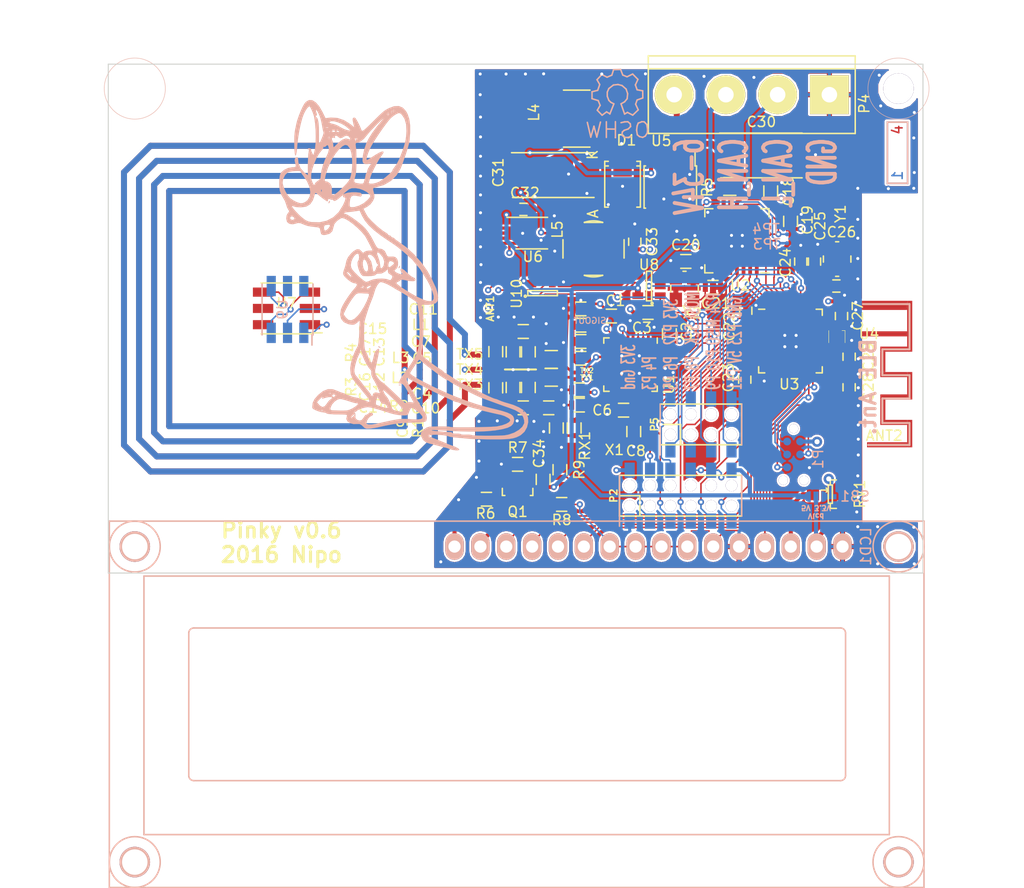
<source format=kicad_pcb>
(kicad_pcb (version 4) (host pcbnew 4.1.0-alpha+201605061002+6775~44~ubuntu14.04.1-product)

  (general
    (links 277)
    (no_connects 0)
    (area 69.949999 59.949999 150.050001 110.050001)
    (thickness 1.6)
    (drawings 25)
    (tracks 1281)
    (zones 0)
    (modules 87)
    (nets 91)
  )

  (page A4)
  (layers
    (0 F.Cu mixed)
    (1 In1.Cu power)
    (2 In2.Cu power)
    (31 B.Cu mixed)
    (34 B.Paste user hide)
    (35 F.Paste user hide)
    (36 B.SilkS user)
    (37 F.SilkS user)
    (38 B.Mask user hide)
    (39 F.Mask user hide)
    (40 Dwgs.User user)
    (41 Cmts.User user)
    (44 Edge.Cuts user)
    (45 Margin user)
    (46 B.CrtYd user)
    (47 F.CrtYd user)
    (48 B.Fab user hide)
    (49 F.Fab user hide)
  )

  (setup
    (last_trace_width 0.4)
    (user_trace_width 0.1524)
    (user_trace_width 0.25)
    (user_trace_width 0.4)
    (user_trace_width 0.58)
    (user_trace_width 1)
    (trace_clearance 0.1524)
    (zone_clearance 0.2)
    (zone_45_only yes)
    (trace_min 0.1524)
    (segment_width 0.2)
    (edge_width 0.1)
    (via_size 0.61)
    (via_drill 0.3)
    (via_min_size 0.6048)
    (via_min_drill 0.3)
    (user_via 0.61 0.3)
    (uvia_size 0.3)
    (uvia_drill 0.1)
    (uvias_allowed no)
    (uvia_min_size 0.2)
    (uvia_min_drill 0.1)
    (pcb_text_width 0.3)
    (pcb_text_size 1.5 1.5)
    (mod_edge_width 0.15)
    (mod_text_size 1 1)
    (mod_text_width 0.15)
    (pad_size 3 3)
    (pad_drill 3)
    (pad_to_mask_clearance 0)
    (aux_axis_origin 0 0)
    (visible_elements FFFFFF7F)
    (pcbplotparams
      (layerselection 0x00000_fffffff9)
      (usegerberextensions false)
      (excludeedgelayer true)
      (linewidth 0.100000)
      (plotframeref false)
      (viasonmask false)
      (mode 1)
      (useauxorigin false)
      (hpglpennumber 1)
      (hpglpenspeed 20)
      (hpglpendiameter 15)
      (psnegative false)
      (psa4output false)
      (plotreference true)
      (plotvalue true)
      (plotinvisibletext false)
      (padsonsilk false)
      (subtractmaskfromsilk false)
      (outputformat 1)
      (mirror false)
      (drillshape 0)
      (scaleselection 1)
      (outputdirectory test))
  )

  (net 0 "")
  (net 1 GND)
  (net 2 +3V3)
  (net 3 /mcu/SWDIO)
  (net 4 /mcu/SWDCLK)
  (net 5 "Net-(L3-Pad1)")
  (net 6 +5V)
  (net 7 "Net-(C14-Pad1)")
  (net 8 "Net-(TP3-Pad1)")
  (net 9 "Net-(TP1-Pad1)")
  (net 10 "Net-(TP4-Pad1)")
  (net 11 /P25)
  (net 12 /P26)
  (net 13 /P20)
  (net 14 /P19)
  (net 15 /P11)
  (net 16 /P12)
  (net 17 /P13)
  (net 18 /P14)
  (net 19 /P15)
  (net 20 /P16)
  (net 21 /P17)
  (net 22 /P18)
  (net 23 /P27)
  (net 24 /P28)
  (net 25 /P29)
  (net 26 /P7)
  (net 27 /P6)
  (net 28 /P5)
  (net 29 /P4)
  (net 30 /P3)
  (net 31 /P10)
  (net 32 /P9)
  (net 33 /P8)
  (net 34 /P30)
  (net 35 /P0)
  (net 36 /P1)
  (net 37 /P2)
  (net 38 "Net-(C26-Pad2)")
  (net 39 /P21)
  (net 40 /P22)
  (net 41 /P23)
  (net 42 /P24)
  (net 43 "Net-(ANT1-Pad3)")
  (net 44 "Net-(ANT1-Pad1)")
  (net 45 "Net-(ANT2-Pad2)")
  (net 46 "Net-(C8-Pad1)")
  (net 47 "Net-(Q1-Pad3)")
  (net 48 "Net-(L5-Pad2)")
  (net 49 "Net-(D1-Pad1)")
  (net 50 "Net-(C9-Pad2)")
  (net 51 "Net-(L2-Pad1)")
  (net 52 "Net-(C13-Pad2)")
  (net 53 "Net-(C12-Pad1)")
  (net 54 "Net-(C15-Pad1)")
  (net 55 "Net-(C9-Pad1)")
  (net 56 "Net-(C5-Pad2)")
  (net 57 "Net-(C10-Pad2)")
  (net 58 "Net-(C6-Pad1)")
  (net 59 "Net-(C21-Pad1)")
  (net 60 "Net-(C20-Pad1)")
  (net 61 "Net-(U3-Pad32)")
  (net 62 "Net-(U3-Pad31)")
  (net 63 "Net-(C29-Pad1)")
  (net 64 "Net-(U3-Pad2)")
  (net 65 "Net-(C28-Pad1)")
  (net 66 "Net-(C25-Pad2)")
  (net 67 "Net-(C24-Pad2)")
  (net 68 "Net-(U1-Pad19)")
  (net 69 "Net-(U1-Pad20)")
  (net 70 "Net-(U2-Pad6)")
  (net 71 "Net-(U2-Pad7)")
  (net 72 "Net-(U2-Pad8)")
  (net 73 "Net-(U2-Pad9)")
  (net 74 "Net-(U2-Pad23)")
  (net 75 "Net-(U2-Pad24)")
  (net 76 /can/VSupply)
  (net 77 "Net-(P4-Pad3)")
  (net 78 "Net-(P4-Pad2)")
  (net 79 "Net-(LCD1-Pad2)")
  (net 80 "Net-(LCD1-Pad10)")
  (net 81 "Net-(LCD1-Pad3)")
  (net 82 "Net-(Q1-Pad1)")
  (net 83 "Net-(LCD1-Pad16)")
  (net 84 "Net-(U7-Pad2)")
  (net 85 "Net-(U7-Pad5)")
  (net 86 "Net-(U7-Pad6)")
  (net 87 "Net-(U9-Pad5)")
  (net 88 "Net-(U9-Pad6)")
  (net 89 "Net-(U1-Pad7)")
  (net 90 "Net-(U10-Pad4)")

  (net_class Default "This is the default net class."
    (clearance 0.1524)
    (trace_width 0.1524)
    (via_dia 0.61)
    (via_drill 0.3)
    (uvia_dia 0.3)
    (uvia_drill 0.1)
    (add_net /P0)
    (add_net /P1)
    (add_net /P10)
    (add_net /P11)
    (add_net /P12)
    (add_net /P13)
    (add_net /P14)
    (add_net /P15)
    (add_net /P16)
    (add_net /P17)
    (add_net /P18)
    (add_net /P19)
    (add_net /P2)
    (add_net /P20)
    (add_net /P21)
    (add_net /P22)
    (add_net /P23)
    (add_net /P24)
    (add_net /P25)
    (add_net /P26)
    (add_net /P27)
    (add_net /P28)
    (add_net /P29)
    (add_net /P3)
    (add_net /P30)
    (add_net /P4)
    (add_net /P5)
    (add_net /P6)
    (add_net /P7)
    (add_net /P8)
    (add_net /P9)
    (add_net /can/VSupply)
    (add_net /mcu/SWDCLK)
    (add_net /mcu/SWDIO)
    (add_net GND)
    (add_net "Net-(ANT1-Pad1)")
    (add_net "Net-(ANT1-Pad3)")
    (add_net "Net-(ANT2-Pad2)")
    (add_net "Net-(C10-Pad2)")
    (add_net "Net-(C12-Pad1)")
    (add_net "Net-(C13-Pad2)")
    (add_net "Net-(C14-Pad1)")
    (add_net "Net-(C15-Pad1)")
    (add_net "Net-(C20-Pad1)")
    (add_net "Net-(C21-Pad1)")
    (add_net "Net-(C24-Pad2)")
    (add_net "Net-(C25-Pad2)")
    (add_net "Net-(C26-Pad2)")
    (add_net "Net-(C28-Pad1)")
    (add_net "Net-(C29-Pad1)")
    (add_net "Net-(C5-Pad2)")
    (add_net "Net-(C6-Pad1)")
    (add_net "Net-(C8-Pad1)")
    (add_net "Net-(C9-Pad1)")
    (add_net "Net-(C9-Pad2)")
    (add_net "Net-(D1-Pad1)")
    (add_net "Net-(L2-Pad1)")
    (add_net "Net-(L3-Pad1)")
    (add_net "Net-(L5-Pad2)")
    (add_net "Net-(LCD1-Pad10)")
    (add_net "Net-(LCD1-Pad16)")
    (add_net "Net-(LCD1-Pad2)")
    (add_net "Net-(LCD1-Pad3)")
    (add_net "Net-(P4-Pad2)")
    (add_net "Net-(P4-Pad3)")
    (add_net "Net-(Q1-Pad1)")
    (add_net "Net-(Q1-Pad3)")
    (add_net "Net-(TP1-Pad1)")
    (add_net "Net-(TP3-Pad1)")
    (add_net "Net-(TP4-Pad1)")
    (add_net "Net-(U1-Pad19)")
    (add_net "Net-(U1-Pad20)")
    (add_net "Net-(U1-Pad7)")
    (add_net "Net-(U10-Pad4)")
    (add_net "Net-(U2-Pad23)")
    (add_net "Net-(U2-Pad24)")
    (add_net "Net-(U2-Pad6)")
    (add_net "Net-(U2-Pad7)")
    (add_net "Net-(U2-Pad8)")
    (add_net "Net-(U2-Pad9)")
    (add_net "Net-(U3-Pad2)")
    (add_net "Net-(U3-Pad31)")
    (add_net "Net-(U3-Pad32)")
    (add_net "Net-(U7-Pad2)")
    (add_net "Net-(U7-Pad5)")
    (add_net "Net-(U7-Pad6)")
    (add_net "Net-(U9-Pad5)")
    (add_net "Net-(U9-Pad6)")
  )

  (net_class Power ""
    (clearance 0.1524)
    (trace_width 0.4)
    (via_dia 1)
    (via_drill 0.5)
    (uvia_dia 0.3)
    (uvia_drill 0.1)
    (add_net +3V3)
    (add_net +5V)
  )

  (module SMD_pin_header:TH_2mm_02x04 (layer B.Cu) (tedit 0) (tstamp 582F572E)
    (at 128.2 95.4 270)
    (descr "'FCI 91596-X08")
    (path /581DB7AC)
    (attr virtual)
    (fp_text reference P5 (at 0 4.57 270) (layer F.SilkS)
      (effects (font (size 0.7 0.7) (thickness 0.15)))
    )
    (fp_text value SPI_EXT (at 0 -4.57 270) (layer B.Fab)
      (effects (font (size 0.7 0.7) (thickness 0.15)) (justify mirror))
    )
    (fp_line (start -2 4) (end 2 4) (layer F.CrtYd) (width 0.05))
    (fp_line (start 2 4) (end 2 -4) (layer F.CrtYd) (width 0.05))
    (fp_line (start 2 -4) (end -2 -4) (layer F.CrtYd) (width 0.05))
    (fp_line (start -2 -4) (end -2 4) (layer F.CrtYd) (width 0.05))
    (fp_line (start -3 4) (end 3 4) (layer B.CrtYd) (width 0.05))
    (fp_line (start 3 4) (end 3 -4) (layer B.CrtYd) (width 0.05))
    (fp_line (start 3 -4) (end -3 -4) (layer B.CrtYd) (width 0.05))
    (fp_line (start -3 -4) (end -3 4) (layer B.CrtYd) (width 0.05))
    (fp_line (start -2 -4) (end 2 -4) (layer B.SilkS) (width 0.15))
    (fp_line (start -2 4) (end 3 4) (layer B.SilkS) (width 0.15))
    (fp_line (start -2 -4) (end 2 -4) (layer F.SilkS) (width 0.15))
    (fp_line (start -2 4) (end 2 4) (layer F.SilkS) (width 0.15))
    (fp_line (start 2 4) (end 2 -4) (layer F.SilkS) (width 0.15))
    (fp_line (start 2 -4) (end -2 -4) (layer F.SilkS) (width 0.15))
    (fp_line (start -2 -4) (end -2 4) (layer F.SilkS) (width 0.15))
    (fp_line (start 0 2) (end 2 2) (layer F.SilkS) (width 0.15))
    (fp_line (start 0 4) (end 0 2) (layer F.SilkS) (width 0.15))
    (pad 1 smd rect (at 2.5 3 270) (size 1.5 1) (layers B.Cu B.Paste B.Mask)
      (net 40 /P22))
    (pad 2 smd rect (at -2.5 3 270) (size 1.5 1) (layers B.Cu B.Paste B.Mask)
      (net 2 +3V3))
    (pad ' thru_hole circle (at -1 3 270) (size 1.14 1.14) (drill 1.14) (layers *.Cu))
    (pad ' thru_hole circle (at 1 3 270) (size 1.14 1.14) (drill 1.14) (layers *.Cu))
    (pad 3 smd rect (at 2.5 1 270) (size 1.5 1) (layers B.Cu B.Paste B.Mask)
      (net 25 /P29))
    (pad 4 smd rect (at -2.5 1 270) (size 1.5 1) (layers B.Cu B.Paste B.Mask)
      (net 24 /P28))
    (pad ' thru_hole circle (at -1 1 270) (size 1.14 1.14) (drill 1.14) (layers *.Cu))
    (pad ' thru_hole circle (at 1 1 270) (size 1.14 1.14) (drill 1.14) (layers *.Cu))
    (pad 5 smd rect (at 2.5 -1 270) (size 1.5 1) (layers B.Cu B.Paste B.Mask)
      (net 23 /P27))
    (pad 6 smd rect (at -2.5 -1 270) (size 1.5 1) (layers B.Cu B.Paste B.Mask)
      (net 42 /P24))
    (pad ' thru_hole circle (at -1 -1 270) (size 1.14 1.14) (drill 1.14) (layers *.Cu))
    (pad ' thru_hole circle (at 1 -1 270) (size 1.14 1.14) (drill 1.14) (layers *.Cu))
    (pad 7 smd rect (at 2.5 -3 270) (size 1.5 1) (layers B.Cu B.Paste B.Mask)
      (net 41 /P23))
    (pad 8 smd rect (at -2.5 -3 270) (size 1.5 1) (layers B.Cu B.Paste B.Mask)
      (net 1 GND))
    (pad ' thru_hole circle (at -1 -3 270) (size 1.14 1.14) (drill 1.14) (layers *.Cu))
    (pad ' thru_hole circle (at 1 -3 270) (size 1.14 1.14) (drill 1.14) (layers *.Cu))
  )

  (module Capacitors_SMD:C_0603 (layer F.Cu) (tedit 5415D631) (tstamp 57A86D94)
    (at 121.7 77.45 90)
    (descr "Capacitor SMD 0603, reflow soldering, AVX (see smccp.pdf)")
    (tags "capacitor 0603")
    (path /57ADA116/57ADA86E)
    (attr smd)
    (fp_text reference C33 (at 0 1.7 90) (layer F.SilkS)
      (effects (font (size 1 1) (thickness 0.15)))
    )
    (fp_text value 22uF (at -0.4 -0.1 90) (layer F.Fab)
      (effects (font (size 1 1) (thickness 0.15)))
    )
    (fp_line (start -1.45 -0.75) (end 1.45 -0.75) (layer F.CrtYd) (width 0.05))
    (fp_line (start -1.45 0.75) (end 1.45 0.75) (layer F.CrtYd) (width 0.05))
    (fp_line (start -1.45 -0.75) (end -1.45 0.75) (layer F.CrtYd) (width 0.05))
    (fp_line (start 1.45 -0.75) (end 1.45 0.75) (layer F.CrtYd) (width 0.05))
    (fp_line (start -0.35 -0.6) (end 0.35 -0.6) (layer F.SilkS) (width 0.15))
    (fp_line (start 0.35 0.6) (end -0.35 0.6) (layer F.SilkS) (width 0.15))
    (pad 1 smd rect (at -0.75 0 90) (size 0.8 0.75) (layers F.Cu F.Paste F.Mask)
      (net 2 +3V3))
    (pad 2 smd rect (at 0.75 0 90) (size 0.8 0.75) (layers F.Cu F.Paste F.Mask)
      (net 1 GND))
    (model Capacitors_SMD.3dshapes/C_0603.wrl
      (at (xyz 0 0 0))
      (scale (xyz 1 1 1))
      (rotate (xyz 0 0 0))
    )
  )

  (module VSSOP:VSSOP-10_3.1x3.1mm_Pitch0.5mm (layer F.Cu) (tedit 56C5753E) (tstamp 57A8696C)
    (at 111.588466 76.602)
    (descr "10-Lead Plastic Small Outline Package")
    (tags "VSSOP 0.5")
    (path /57ADA116/57ADA870)
    (attr smd)
    (fp_text reference U6 (at 0.101534 2.318 180) (layer F.SilkS)
      (effects (font (size 1 1) (thickness 0.15)))
    )
    (fp_text value TPS62056 (at -0.138466 -0.132) (layer F.Fab)
      (effects (font (size 1 1) (thickness 0.15)))
    )
    (fp_line (start 1.55 1.55) (end -1.55 1.55) (layer F.SilkS) (width 0.15))
    (fp_line (start -2.45 -1.55) (end 1.55 -1.55) (layer F.SilkS) (width 0.15))
    (fp_line (start -2.45 -1.55) (end 2.45 -1.55) (layer F.CrtYd) (width 0.05))
    (fp_line (start -2.45 -1.55) (end -2.45 1.55) (layer F.CrtYd) (width 0.05))
    (fp_line (start 2.45 1.55) (end -2.45 1.55) (layer F.CrtYd) (width 0.05))
    (fp_line (start 2.45 -1.55) (end 2.45 1.55) (layer F.CrtYd) (width 0.05))
    (pad 1 smd rect (at -2.2 -1) (size 1.45 0.3) (layers F.Cu F.Paste F.Mask)
      (net 6 +5V))
    (pad 2 smd rect (at -2.2 -0.5) (size 1.45 0.3) (layers F.Cu F.Paste F.Mask)
      (net 1 GND))
    (pad 3 smd rect (at -2.2 0) (size 1.45 0.3) (layers F.Cu F.Paste F.Mask)
      (net 1 GND))
    (pad 4 smd rect (at -2.2 0.5) (size 1.45 0.3) (layers F.Cu F.Paste F.Mask)
      (net 1 GND))
    (pad 5 smd rect (at -2.2 1) (size 1.45 0.3) (layers F.Cu F.Paste F.Mask)
      (net 2 +3V3))
    (pad 7 smd rect (at 2.2 0.5) (size 1.45 0.3) (layers F.Cu F.Paste F.Mask)
      (net 1 GND))
    (pad 10 smd rect (at 2.2 -1) (size 1.45 0.3) (layers F.Cu F.Paste F.Mask)
      (net 1 GND))
    (pad 9 smd rect (at 2.2 -0.5) (size 1.45 0.3) (layers F.Cu F.Paste F.Mask)
      (net 48 "Net-(L5-Pad2)"))
    (pad 8 smd rect (at 2.2 0) (size 1.45 0.3) (layers F.Cu F.Paste F.Mask)
      (net 6 +5V))
    (pad 6 smd rect (at 2.2 1) (size 1.45 0.3) (layers F.Cu F.Paste F.Mask)
      (net 1 GND))
    (model Housings_SSOP.3dshapes/MSOP-10-1EP_3x3mm_Pitch0.5mm.wrl
      (at (xyz 0 0 0))
      (scale (xyz 1 1 0.8))
      (rotate (xyz 0 0 0))
    )
  )

  (module Capacitors_SMD:C_0603 (layer F.Cu) (tedit 5415D631) (tstamp 57A86DB6)
    (at 110.765 74.27)
    (descr "Capacitor SMD 0603, reflow soldering, AVX (see smccp.pdf)")
    (tags "capacitor 0603")
    (path /57ADA116/57ADA86F)
    (attr smd)
    (fp_text reference C32 (at 0.135 -1.62) (layer F.SilkS)
      (effects (font (size 1 1) (thickness 0.15)))
    )
    (fp_text value 10uF (at -0.125 0) (layer F.Fab)
      (effects (font (size 1 1) (thickness 0.15)))
    )
    (fp_line (start -1.45 -0.75) (end 1.45 -0.75) (layer F.CrtYd) (width 0.05))
    (fp_line (start -1.45 0.75) (end 1.45 0.75) (layer F.CrtYd) (width 0.05))
    (fp_line (start -1.45 -0.75) (end -1.45 0.75) (layer F.CrtYd) (width 0.05))
    (fp_line (start 1.45 -0.75) (end 1.45 0.75) (layer F.CrtYd) (width 0.05))
    (fp_line (start -0.35 -0.6) (end 0.35 -0.6) (layer F.SilkS) (width 0.15))
    (fp_line (start 0.35 0.6) (end -0.35 0.6) (layer F.SilkS) (width 0.15))
    (pad 1 smd rect (at -0.75 0) (size 0.8 0.75) (layers F.Cu F.Paste F.Mask)
      (net 6 +5V))
    (pad 2 smd rect (at 0.75 0) (size 0.8 0.75) (layers F.Cu F.Paste F.Mask)
      (net 1 GND))
    (model Capacitors_SMD.3dshapes/C_0603.wrl
      (at (xyz 0 0 0))
      (scale (xyz 1 1 1))
      (rotate (xyz 0 0 0))
    )
  )

  (module Connect:bornier4 (layer F.Cu) (tedit 0) (tstamp 57AADD2E)
    (at 133.19 63 180)
    (descr "Bornier d'alimentation 4 pins")
    (tags DEV)
    (path /57A213A9/57A5C395)
    (fp_text reference P4 (at -11.049 -0.889 270) (layer F.SilkS)
      (effects (font (size 1 1) (thickness 0.15)))
    )
    (fp_text value CAN (at 0 5.08 180) (layer F.Fab)
      (effects (font (size 1 1) (thickness 0.15)))
    )
    (fp_line (start -10.16 -3.81) (end -10.16 3.81) (layer F.SilkS) (width 0.15))
    (fp_line (start 10.16 3.81) (end 10.16 -3.81) (layer F.SilkS) (width 0.15))
    (fp_line (start 10.16 2.54) (end -10.16 2.54) (layer F.SilkS) (width 0.15))
    (fp_line (start -10.16 -3.81) (end 10.16 -3.81) (layer F.SilkS) (width 0.15))
    (fp_line (start -10.16 3.81) (end 10.16 3.81) (layer F.SilkS) (width 0.15))
    (pad 2 thru_hole circle (at -2.54 0 180) (size 3.81 3.81) (drill 1.524) (layers *.Cu *.Mask F.SilkS)
      (net 78 "Net-(P4-Pad2)"))
    (pad 3 thru_hole circle (at 2.54 0 180) (size 3.81 3.81) (drill 1.524) (layers *.Cu *.Mask F.SilkS)
      (net 77 "Net-(P4-Pad3)"))
    (pad 1 thru_hole rect (at -7.62 0 180) (size 3.81 3.81) (drill 1.524) (layers *.Cu *.Mask F.SilkS)
      (net 1 GND))
    (pad 4 thru_hole circle (at 7.62 0 180) (size 3.81 3.81) (drill 1.524) (layers *.Cu *.Mask F.SilkS)
      (net 76 /can/VSupply))
    (model Connect.3dshapes/bornier4.wrl
      (at (xyz 0 0 0))
      (scale (xyz 1 1 1))
      (rotate (xyz 0 0 0))
    )
  )

  (module Test_point:Round-SMD-Pad_0.4mm (layer B.Cu) (tedit 57AA5231) (tstamp 57A99107)
    (at 136.651 76.716 270)
    (path /57A213A9/57A65E93)
    (fp_text reference TP4 (at -0.508 2.064 180) (layer B.SilkS)
      (effects (font (size 1 1) (thickness 0.15)) (justify mirror))
    )
    (fp_text value CAN_RX (at 0 0.9 270) (layer B.Fab) hide
      (effects (font (size 1 1) (thickness 0.15)) (justify mirror))
    )
    (pad 1 smd circle (at 0 0 270) (size 0.4 0.4) (layers B.Cu B.Mask)
      (net 10 "Net-(TP4-Pad1)") (solder_mask_margin 0.001))
  )

  (module Test_point:Round-SMD-Pad_0.4mm (layer B.Cu) (tedit 581DB8A0) (tstamp 57A990F2)
    (at 119.25 85.25 180)
    (path /57A213A5/57A666E4)
    (fp_text reference TP1 (at 0.55 1.95 270) (layer B.SilkS) hide
      (effects (font (size 1 1) (thickness 0.15)) (justify mirror))
    )
    (fp_text value SIGOUT (at 1.95 0.05) (layer B.SilkS)
      (effects (font (size 0.6 0.6) (thickness 0.1)) (justify mirror))
    )
    (pad 1 smd circle (at 0 0 180) (size 0.4 0.4) (layers B.Cu B.Mask)
      (net 9 "Net-(TP1-Pad1)") (solder_mask_margin 0.001))
  )

  (module Test_point:Round-SMD-Pad_0.4mm (layer B.Cu) (tedit 57AA5233) (tstamp 57A86C60)
    (at 136.651 77.595 180)
    (path /57A213A9/57A65EC6)
    (fp_text reference TP3 (at 2 -0.1 180) (layer B.SilkS)
      (effects (font (size 1 1) (thickness 0.15)) (justify mirror))
    )
    (fp_text value CAN_TX (at 0 0.9 180) (layer B.Fab) hide
      (effects (font (size 1 1) (thickness 0.15)) (justify mirror))
    )
    (pad 1 smd circle (at 0 0 180) (size 0.4 0.4) (layers B.Cu B.Mask)
      (net 8 "Net-(TP3-Pad1)") (solder_mask_margin 0.001))
  )

  (module Resistors_SMD:R_0805 (layer F.Cu) (tedit 5415CDEB) (tstamp 57A8DE47)
    (at 113.5 90.76777 180)
    (descr "Resistor SMD 0805, reflow soldering, Vishay (see dcrcw.pdf)")
    (tags "resistor 0805")
    (path /57A213A5/57A4D73C)
    (attr smd)
    (fp_text reference L2 (at 14.854 -0.04523 180) (layer F.SilkS)
      (effects (font (size 1 1) (thickness 0.15)))
    )
    (fp_text value 560nH (at -0.85 0.91777 90) (layer F.Fab)
      (effects (font (size 1 1) (thickness 0.15)))
    )
    (fp_line (start -1.6 -1) (end 1.6 -1) (layer F.CrtYd) (width 0.05))
    (fp_line (start -1.6 1) (end 1.6 1) (layer F.CrtYd) (width 0.05))
    (fp_line (start -1.6 -1) (end -1.6 1) (layer F.CrtYd) (width 0.05))
    (fp_line (start 1.6 -1) (end 1.6 1) (layer F.CrtYd) (width 0.05))
    (fp_line (start 0.6 0.875) (end -0.6 0.875) (layer F.SilkS) (width 0.15))
    (fp_line (start -0.6 -0.875) (end 0.6 -0.875) (layer F.SilkS) (width 0.15))
    (pad 1 smd rect (at -0.95 0 180) (size 0.7 1.3) (layers F.Cu F.Paste F.Mask)
      (net 51 "Net-(L2-Pad1)"))
    (pad 2 smd rect (at 0.95 0 180) (size 0.7 1.3) (layers F.Cu F.Paste F.Mask)
      (net 53 "Net-(C12-Pad1)"))
    (model Resistors_SMD.3dshapes/R_0805.wrl
      (at (xyz 0 0 0))
      (scale (xyz 1 1 1))
      (rotate (xyz 0 0 0))
    )
  )

  (module Resistors_SMD:R_0805 (layer F.Cu) (tedit 5415CDEB) (tstamp 57A8DE26)
    (at 113.5 89.01777 180)
    (descr "Resistor SMD 0805, reflow soldering, Vishay (see dcrcw.pdf)")
    (tags "resistor 0805")
    (path /57A213A5/57A4D774)
    (attr smd)
    (fp_text reference L3 (at 14.8 0.16777 180) (layer F.SilkS)
      (effects (font (size 1 1) (thickness 0.15)))
    )
    (fp_text value 560nH (at 0.5 -0.88223 90) (layer F.Fab)
      (effects (font (size 1 1) (thickness 0.15)))
    )
    (fp_line (start -1.6 -1) (end 1.6 -1) (layer F.CrtYd) (width 0.05))
    (fp_line (start -1.6 1) (end 1.6 1) (layer F.CrtYd) (width 0.05))
    (fp_line (start -1.6 -1) (end -1.6 1) (layer F.CrtYd) (width 0.05))
    (fp_line (start 1.6 -1) (end 1.6 1) (layer F.CrtYd) (width 0.05))
    (fp_line (start 0.6 0.875) (end -0.6 0.875) (layer F.SilkS) (width 0.15))
    (fp_line (start -0.6 -0.875) (end 0.6 -0.875) (layer F.SilkS) (width 0.15))
    (pad 1 smd rect (at -0.95 0 180) (size 0.7 1.3) (layers F.Cu F.Paste F.Mask)
      (net 5 "Net-(L3-Pad1)"))
    (pad 2 smd rect (at 0.95 0 180) (size 0.7 1.3) (layers F.Cu F.Paste F.Mask)
      (net 52 "Net-(C13-Pad2)"))
    (model Resistors_SMD.3dshapes/R_0805.wrl
      (at (xyz 0 0 0))
      (scale (xyz 1 1 1))
      (rotate (xyz 0 0 0))
    )
  )

  (module Resistors_SMD:R_0603 (layer F.Cu) (tedit 5415CC62) (tstamp 57A8CB0F)
    (at 108.05 88.25 90)
    (descr "Resistor SMD 0603, reflow soldering, Vishay (see dcrcw.pdf)")
    (tags "resistor 0603")
    (path /57A213A5/57A4DBAE)
    (attr smd)
    (fp_text reference R4 (at -0.1 -14.2 90) (layer F.SilkS)
      (effects (font (size 1 1) (thickness 0.15)))
    )
    (fp_text value 0R (at 0 -0.11777 90) (layer F.Fab)
      (effects (font (size 1 1) (thickness 0.15)))
    )
    (fp_line (start -1.3 -0.8) (end 1.3 -0.8) (layer F.CrtYd) (width 0.05))
    (fp_line (start -1.3 0.8) (end 1.3 0.8) (layer F.CrtYd) (width 0.05))
    (fp_line (start -1.3 -0.8) (end -1.3 0.8) (layer F.CrtYd) (width 0.05))
    (fp_line (start 1.3 -0.8) (end 1.3 0.8) (layer F.CrtYd) (width 0.05))
    (fp_line (start 0.5 0.675) (end -0.5 0.675) (layer F.SilkS) (width 0.15))
    (fp_line (start -0.5 -0.675) (end 0.5 -0.675) (layer F.SilkS) (width 0.15))
    (pad 1 smd rect (at -0.75 0 90) (size 0.5 0.9) (layers F.Cu F.Paste F.Mask)
      (net 43 "Net-(ANT1-Pad3)"))
    (pad 2 smd rect (at 0.75 0 90) (size 0.5 0.9) (layers F.Cu F.Paste F.Mask)
      (net 54 "Net-(C15-Pad1)"))
    (model Resistors_SMD.3dshapes/R_0603.wrl
      (at (xyz 0 0 0))
      (scale (xyz 1 1 1))
      (rotate (xyz 0 0 0))
    )
  )

  (module Resistors_SMD:R_0603 (layer F.Cu) (tedit 5415CC62) (tstamp 57A8CAED)
    (at 108.05 91.8 270)
    (descr "Resistor SMD 0603, reflow soldering, Vishay (see dcrcw.pdf)")
    (tags "resistor 0603")
    (path /57A213A5/57A4DB3C)
    (attr smd)
    (fp_text reference R3 (at -0.1 14.2 270) (layer F.SilkS)
      (effects (font (size 1 1) (thickness 0.15)))
    )
    (fp_text value 0R (at 0 -0.01777 270) (layer F.Fab)
      (effects (font (size 1 1) (thickness 0.15)))
    )
    (fp_line (start -1.3 -0.8) (end 1.3 -0.8) (layer F.CrtYd) (width 0.05))
    (fp_line (start -1.3 0.8) (end 1.3 0.8) (layer F.CrtYd) (width 0.05))
    (fp_line (start -1.3 -0.8) (end -1.3 0.8) (layer F.CrtYd) (width 0.05))
    (fp_line (start 1.3 -0.8) (end 1.3 0.8) (layer F.CrtYd) (width 0.05))
    (fp_line (start 0.5 0.675) (end -0.5 0.675) (layer F.SilkS) (width 0.15))
    (fp_line (start -0.5 -0.675) (end 0.5 -0.675) (layer F.SilkS) (width 0.15))
    (pad 1 smd rect (at -0.75 0 270) (size 0.5 0.9) (layers F.Cu F.Paste F.Mask)
      (net 44 "Net-(ANT1-Pad1)"))
    (pad 2 smd rect (at 0.75 0 270) (size 0.5 0.9) (layers F.Cu F.Paste F.Mask)
      (net 7 "Net-(C14-Pad1)"))
    (model Resistors_SMD.3dshapes/R_0603.wrl
      (at (xyz 0 0 0))
      (scale (xyz 1 1 1))
      (rotate (xyz 0 0 0))
    )
  )

  (module Resistors_SMD:R_0603 (layer F.Cu) (tedit 5415CC62) (tstamp 57A8CACB)
    (at 113.25 93.76777)
    (descr "Resistor SMD 0603, reflow soldering, Vishay (see dcrcw.pdf)")
    (tags "resistor 0603")
    (path /57A213A5/57A4E4E3)
    (attr smd)
    (fp_text reference R2 (at -14.731 -0.16077) (layer F.SilkS)
      (effects (font (size 1 1) (thickness 0.15)))
    )
    (fp_text value 2k (at 0 -0.01777) (layer F.Fab)
      (effects (font (size 1 1) (thickness 0.15)))
    )
    (fp_line (start -1.3 -0.8) (end 1.3 -0.8) (layer F.CrtYd) (width 0.05))
    (fp_line (start -1.3 0.8) (end 1.3 0.8) (layer F.CrtYd) (width 0.05))
    (fp_line (start -1.3 -0.8) (end -1.3 0.8) (layer F.CrtYd) (width 0.05))
    (fp_line (start 1.3 -0.8) (end 1.3 0.8) (layer F.CrtYd) (width 0.05))
    (fp_line (start 0.5 0.675) (end -0.5 0.675) (layer F.SilkS) (width 0.15))
    (fp_line (start -0.5 -0.675) (end 0.5 -0.675) (layer F.SilkS) (width 0.15))
    (pad 1 smd rect (at -0.75 0) (size 0.5 0.9) (layers F.Cu F.Paste F.Mask)
      (net 53 "Net-(C12-Pad1)"))
    (pad 2 smd rect (at 0.75 0) (size 0.5 0.9) (layers F.Cu F.Paste F.Mask)
      (net 55 "Net-(C9-Pad1)"))
    (model Resistors_SMD.3dshapes/R_0603.wrl
      (at (xyz 0 0 0))
      (scale (xyz 1 1 1))
      (rotate (xyz 0 0 0))
    )
  )

  (module Resistors_SMD:R_0603 (layer F.Cu) (tedit 5415CC62) (tstamp 57A8CA93)
    (at 115.75 95.75 270)
    (descr "Resistor SMD 0603, reflow soldering, Vishay (see dcrcw.pdf)")
    (tags "resistor 0603")
    (path /57A213A5/57A4E064)
    (attr smd)
    (fp_text reference R1 (at 0.016 15.326 270) (layer F.SilkS)
      (effects (font (size 1 1) (thickness 0.15)))
    )
    (fp_text value 1K (at 0 0 270) (layer F.Fab)
      (effects (font (size 1 1) (thickness 0.15)))
    )
    (fp_line (start -1.3 -0.8) (end 1.3 -0.8) (layer F.CrtYd) (width 0.05))
    (fp_line (start -1.3 0.8) (end 1.3 0.8) (layer F.CrtYd) (width 0.05))
    (fp_line (start -1.3 -0.8) (end -1.3 0.8) (layer F.CrtYd) (width 0.05))
    (fp_line (start 1.3 -0.8) (end 1.3 0.8) (layer F.CrtYd) (width 0.05))
    (fp_line (start 0.5 0.675) (end -0.5 0.675) (layer F.SilkS) (width 0.15))
    (fp_line (start -0.5 -0.675) (end 0.5 -0.675) (layer F.SilkS) (width 0.15))
    (pad 1 smd rect (at -0.75 0 270) (size 0.5 0.9) (layers F.Cu F.Paste F.Mask)
      (net 57 "Net-(C10-Pad2)"))
    (pad 2 smd rect (at 0.75 0 270) (size 0.5 0.9) (layers F.Cu F.Paste F.Mask)
      (net 50 "Net-(C9-Pad2)"))
    (model Resistors_SMD.3dshapes/R_0603.wrl
      (at (xyz 0 0 0))
      (scale (xyz 1 1 1))
      (rotate (xyz 0 0 0))
    )
  )

  (module Resistors_SMD:R_0603 (layer F.Cu) (tedit 5415CC62) (tstamp 57A8C9EB)
    (at 119.4 84.75)
    (descr "Resistor SMD 0603, reflow soldering, Vishay (see dcrcw.pdf)")
    (tags "resistor 0603")
    (path /57A213A5/57A89CF4)
    (attr smd)
    (fp_text reference C1 (at 0.4 -1.5) (layer F.SilkS)
      (effects (font (size 1 1) (thickness 0.15)))
    )
    (fp_text value 100nF (at 0.582 0.602) (layer F.Fab)
      (effects (font (size 1 1) (thickness 0.15)))
    )
    (fp_line (start -1.3 -0.8) (end 1.3 -0.8) (layer F.CrtYd) (width 0.05))
    (fp_line (start -1.3 0.8) (end 1.3 0.8) (layer F.CrtYd) (width 0.05))
    (fp_line (start -1.3 -0.8) (end -1.3 0.8) (layer F.CrtYd) (width 0.05))
    (fp_line (start 1.3 -0.8) (end 1.3 0.8) (layer F.CrtYd) (width 0.05))
    (fp_line (start 0.5 0.675) (end -0.5 0.675) (layer F.SilkS) (width 0.15))
    (fp_line (start -0.5 -0.675) (end 0.5 -0.675) (layer F.SilkS) (width 0.15))
    (pad 1 smd rect (at -0.75 0) (size 0.5 0.9) (layers F.Cu F.Paste F.Mask)
      (net 2 +3V3))
    (pad 2 smd rect (at 0.75 0) (size 0.5 0.9) (layers F.Cu F.Paste F.Mask)
      (net 1 GND))
    (model Resistors_SMD.3dshapes/R_0603.wrl
      (at (xyz 0 0 0))
      (scale (xyz 1 1 1))
      (rotate (xyz 0 0 0))
    )
  )

  (module Resistors_SMD:R_0603 (layer F.Cu) (tedit 5415CC62) (tstamp 57A8C99D)
    (at 116.25 92 180)
    (descr "Resistor SMD 0603, reflow soldering, Vishay (see dcrcw.pdf)")
    (tags "resistor 0603")
    (path /57A213A5/57A89BE9)
    (attr smd)
    (fp_text reference C4 (at 15.45 -0.4 180) (layer F.SilkS)
      (effects (font (size 1 1) (thickness 0.15)))
    )
    (fp_text value 100nF (at -0.7 0.05 180) (layer F.Fab)
      (effects (font (size 1 1) (thickness 0.15)))
    )
    (fp_line (start -1.3 -0.8) (end 1.3 -0.8) (layer F.CrtYd) (width 0.05))
    (fp_line (start -1.3 0.8) (end 1.3 0.8) (layer F.CrtYd) (width 0.05))
    (fp_line (start -1.3 -0.8) (end -1.3 0.8) (layer F.CrtYd) (width 0.05))
    (fp_line (start 1.3 -0.8) (end 1.3 0.8) (layer F.CrtYd) (width 0.05))
    (fp_line (start 0.5 0.675) (end -0.5 0.675) (layer F.SilkS) (width 0.15))
    (fp_line (start -0.5 -0.675) (end 0.5 -0.675) (layer F.SilkS) (width 0.15))
    (pad 1 smd rect (at -0.75 0 180) (size 0.5 0.9) (layers F.Cu F.Paste F.Mask)
      (net 2 +3V3))
    (pad 2 smd rect (at 0.75 0 180) (size 0.5 0.9) (layers F.Cu F.Paste F.Mask)
      (net 1 GND))
    (model Resistors_SMD.3dshapes/R_0603.wrl
      (at (xyz 0 0 0))
      (scale (xyz 1 1 1))
      (rotate (xyz 0 0 0))
    )
  )

  (module Resistors_SMD:R_0603 (layer F.Cu) (tedit 5415CC62) (tstamp 57A8C965)
    (at 116.25 93.5)
    (descr "Resistor SMD 0603, reflow soldering, Vishay (see dcrcw.pdf)")
    (tags "resistor 0603")
    (path /57A213A5/57A4DFDD)
    (attr smd)
    (fp_text reference C10 (at -15.1 0.3) (layer F.SilkS)
      (effects (font (size 1 1) (thickness 0.15)))
    )
    (fp_text value 100nF (at 0.65 0.05) (layer F.Fab)
      (effects (font (size 1 1) (thickness 0.15)))
    )
    (fp_line (start -1.3 -0.8) (end 1.3 -0.8) (layer F.CrtYd) (width 0.05))
    (fp_line (start -1.3 0.8) (end 1.3 0.8) (layer F.CrtYd) (width 0.05))
    (fp_line (start -1.3 -0.8) (end -1.3 0.8) (layer F.CrtYd) (width 0.05))
    (fp_line (start 1.3 -0.8) (end 1.3 0.8) (layer F.CrtYd) (width 0.05))
    (fp_line (start 0.5 0.675) (end -0.5 0.675) (layer F.SilkS) (width 0.15))
    (fp_line (start -0.5 -0.675) (end 0.5 -0.675) (layer F.SilkS) (width 0.15))
    (pad 1 smd rect (at -0.75 0) (size 0.5 0.9) (layers F.Cu F.Paste F.Mask)
      (net 1 GND))
    (pad 2 smd rect (at 0.75 0) (size 0.5 0.9) (layers F.Cu F.Paste F.Mask)
      (net 57 "Net-(C10-Pad2)"))
    (model Resistors_SMD.3dshapes/R_0603.wrl
      (at (xyz 0 0 0))
      (scale (xyz 1 1 1))
      (rotate (xyz 0 0 0))
    )
  )

  (module Resistors_SMD:R_0603 (layer F.Cu) (tedit 5415CC62) (tstamp 57A8C943)
    (at 114 95.75 270)
    (descr "Resistor SMD 0603, reflow soldering, Vishay (see dcrcw.pdf)")
    (tags "resistor 0603")
    (path /57A213A5/57A4E447)
    (attr smd)
    (fp_text reference C9 (at 0.016 15.1 270) (layer F.SilkS)
      (effects (font (size 1 1) (thickness 0.15)))
    )
    (fp_text value 1nF (at 0 -0.05 270) (layer F.Fab)
      (effects (font (size 1 1) (thickness 0.15)))
    )
    (fp_line (start -1.3 -0.8) (end 1.3 -0.8) (layer F.CrtYd) (width 0.05))
    (fp_line (start -1.3 0.8) (end 1.3 0.8) (layer F.CrtYd) (width 0.05))
    (fp_line (start -1.3 -0.8) (end -1.3 0.8) (layer F.CrtYd) (width 0.05))
    (fp_line (start 1.3 -0.8) (end 1.3 0.8) (layer F.CrtYd) (width 0.05))
    (fp_line (start 0.5 0.675) (end -0.5 0.675) (layer F.SilkS) (width 0.15))
    (fp_line (start -0.5 -0.675) (end 0.5 -0.675) (layer F.SilkS) (width 0.15))
    (pad 1 smd rect (at -0.75 0 270) (size 0.5 0.9) (layers F.Cu F.Paste F.Mask)
      (net 55 "Net-(C9-Pad1)"))
    (pad 2 smd rect (at 0.75 0 270) (size 0.5 0.9) (layers F.Cu F.Paste F.Mask)
      (net 50 "Net-(C9-Pad2)"))
    (model Resistors_SMD.3dshapes/R_0603.wrl
      (at (xyz 0 0 0))
      (scale (xyz 1 1 1))
      (rotate (xyz 0 0 0))
    )
  )

  (module Resistors_SMD:R_0603 (layer F.Cu) (tedit 5415CC62) (tstamp 57A8C921)
    (at 111.25 91.76777 90)
    (descr "Resistor SMD 0603, reflow soldering, Vishay (see dcrcw.pdf)")
    (tags "resistor 0603")
    (path /57A213A5/57A4D97C)
    (attr smd)
    (fp_text reference C12 (at 0.06577 -14.636 90) (layer F.SilkS)
      (effects (font (size 1 1) (thickness 0.15)))
    )
    (fp_text value 220pF (at -0.44223 0 90) (layer F.Fab)
      (effects (font (size 1 1) (thickness 0.15)))
    )
    (fp_line (start -1.3 -0.8) (end 1.3 -0.8) (layer F.CrtYd) (width 0.05))
    (fp_line (start -1.3 0.8) (end 1.3 0.8) (layer F.CrtYd) (width 0.05))
    (fp_line (start -1.3 -0.8) (end -1.3 0.8) (layer F.CrtYd) (width 0.05))
    (fp_line (start 1.3 -0.8) (end 1.3 0.8) (layer F.CrtYd) (width 0.05))
    (fp_line (start 0.5 0.675) (end -0.5 0.675) (layer F.SilkS) (width 0.15))
    (fp_line (start -0.5 -0.675) (end 0.5 -0.675) (layer F.SilkS) (width 0.15))
    (pad 1 smd rect (at -0.75 0 90) (size 0.5 0.9) (layers F.Cu F.Paste F.Mask)
      (net 53 "Net-(C12-Pad1)"))
    (pad 2 smd rect (at 0.75 0 90) (size 0.5 0.9) (layers F.Cu F.Paste F.Mask)
      (net 1 GND))
    (model Resistors_SMD.3dshapes/R_0603.wrl
      (at (xyz 0 0 0))
      (scale (xyz 1 1 1))
      (rotate (xyz 0 0 0))
    )
  )

  (module Resistors_SMD:R_0603 (layer F.Cu) (tedit 5415CC62) (tstamp 57A8C8FF)
    (at 111.25 88.26777 90)
    (descr "Resistor SMD 0603, reflow soldering, Vishay (see dcrcw.pdf)")
    (tags "resistor 0603")
    (path /57A213A5/57A4D9B2)
    (attr smd)
    (fp_text reference C13 (at -0.00523 -14.636 90) (layer F.SilkS)
      (effects (font (size 1 1) (thickness 0.15)))
    )
    (fp_text value 220pF (at 1.13777 0 90) (layer F.Fab)
      (effects (font (size 1 1) (thickness 0.15)))
    )
    (fp_line (start -1.3 -0.8) (end 1.3 -0.8) (layer F.CrtYd) (width 0.05))
    (fp_line (start -1.3 0.8) (end 1.3 0.8) (layer F.CrtYd) (width 0.05))
    (fp_line (start -1.3 -0.8) (end -1.3 0.8) (layer F.CrtYd) (width 0.05))
    (fp_line (start 1.3 -0.8) (end 1.3 0.8) (layer F.CrtYd) (width 0.05))
    (fp_line (start 0.5 0.675) (end -0.5 0.675) (layer F.SilkS) (width 0.15))
    (fp_line (start -0.5 -0.675) (end 0.5 -0.675) (layer F.SilkS) (width 0.15))
    (pad 1 smd rect (at -0.75 0 90) (size 0.5 0.9) (layers F.Cu F.Paste F.Mask)
      (net 1 GND))
    (pad 2 smd rect (at 0.75 0 90) (size 0.5 0.9) (layers F.Cu F.Paste F.Mask)
      (net 52 "Net-(C13-Pad2)"))
    (model Resistors_SMD.3dshapes/R_0603.wrl
      (at (xyz 0 0 0))
      (scale (xyz 1 1 1))
      (rotate (xyz 0 0 0))
    )
  )

  (module Resistors_SMD:R_0603 (layer F.Cu) (tedit 57AA536E) (tstamp 57A8C8DD)
    (at 110.75 93.76777)
    (descr "Resistor SMD 0603, reflow soldering, Vishay (see dcrcw.pdf)")
    (tags "resistor 0603")
    (path /57A213A5/57A4D9EE)
    (attr smd)
    (fp_text reference C14 (at -14.771 -0.03377) (layer F.SilkS)
      (effects (font (size 1 1) (thickness 0.15)))
    )
    (fp_text value 33pF (at -2.96 0.03223) (layer F.Fab)
      (effects (font (size 1 1) (thickness 0.15)))
    )
    (fp_line (start -1.3 -0.8) (end 1.3 -0.8) (layer F.CrtYd) (width 0.05))
    (fp_line (start -1.3 0.8) (end 1.3 0.8) (layer F.CrtYd) (width 0.05))
    (fp_line (start -1.3 -0.8) (end -1.3 0.8) (layer F.CrtYd) (width 0.05))
    (fp_line (start 1.3 -0.8) (end 1.3 0.8) (layer F.CrtYd) (width 0.05))
    (fp_line (start 0.5 0.675) (end -0.5 0.675) (layer F.SilkS) (width 0.15))
    (fp_line (start -0.5 -0.675) (end 0.5 -0.675) (layer F.SilkS) (width 0.15))
    (pad 1 smd rect (at -0.75 0) (size 0.5 0.9) (layers F.Cu F.Paste F.Mask)
      (net 7 "Net-(C14-Pad1)"))
    (pad 2 smd rect (at 0.75 0) (size 0.5 0.9) (layers F.Cu F.Paste F.Mask)
      (net 53 "Net-(C12-Pad1)"))
    (model Resistors_SMD.3dshapes/R_0603.wrl
      (at (xyz 0 0 0))
      (scale (xyz 1 1 1))
      (rotate (xyz 0 0 0))
    )
  )

  (module Resistors_SMD:R_0603 (layer F.Cu) (tedit 5415CC62) (tstamp 57A8C8BB)
    (at 110.75 86.26777)
    (descr "Resistor SMD 0603, reflow soldering, Vishay (see dcrcw.pdf)")
    (tags "resistor 0603")
    (path /57A213A5/57A4DA61)
    (attr smd)
    (fp_text reference C15 (at -14.8 -0.26777) (layer F.SilkS)
      (effects (font (size 1 1) (thickness 0.15)))
    )
    (fp_text value 33pF (at -2.198 -0.91577) (layer F.Fab)
      (effects (font (size 1 1) (thickness 0.15)))
    )
    (fp_line (start -1.3 -0.8) (end 1.3 -0.8) (layer F.CrtYd) (width 0.05))
    (fp_line (start -1.3 0.8) (end 1.3 0.8) (layer F.CrtYd) (width 0.05))
    (fp_line (start -1.3 -0.8) (end -1.3 0.8) (layer F.CrtYd) (width 0.05))
    (fp_line (start 1.3 -0.8) (end 1.3 0.8) (layer F.CrtYd) (width 0.05))
    (fp_line (start 0.5 0.675) (end -0.5 0.675) (layer F.SilkS) (width 0.15))
    (fp_line (start -0.5 -0.675) (end 0.5 -0.675) (layer F.SilkS) (width 0.15))
    (pad 1 smd rect (at -0.75 0) (size 0.5 0.9) (layers F.Cu F.Paste F.Mask)
      (net 54 "Net-(C15-Pad1)"))
    (pad 2 smd rect (at 0.75 0) (size 0.5 0.9) (layers F.Cu F.Paste F.Mask)
      (net 52 "Net-(C13-Pad2)"))
    (model Resistors_SMD.3dshapes/R_0603.wrl
      (at (xyz 0 0 0))
      (scale (xyz 1 1 1))
      (rotate (xyz 0 0 0))
    )
  )

  (module Resistors_SMD:R_0603 (layer F.Cu) (tedit 5415CC62) (tstamp 57A8C899)
    (at 109.75 91.76777 90)
    (descr "Resistor SMD 0603, reflow soldering, Vishay (see dcrcw.pdf)")
    (tags "resistor 0603")
    (path /57A213A5/57A4DAAB)
    (attr smd)
    (fp_text reference C16 (at 0.06577 -14.533 90) (layer F.SilkS)
      (effects (font (size 1 1) (thickness 0.15)))
    )
    (fp_text value 56pF (at 0.57377 0.072 270) (layer F.Fab)
      (effects (font (size 1 1) (thickness 0.15)))
    )
    (fp_line (start -1.3 -0.8) (end 1.3 -0.8) (layer F.CrtYd) (width 0.05))
    (fp_line (start -1.3 0.8) (end 1.3 0.8) (layer F.CrtYd) (width 0.05))
    (fp_line (start -1.3 -0.8) (end -1.3 0.8) (layer F.CrtYd) (width 0.05))
    (fp_line (start 1.3 -0.8) (end 1.3 0.8) (layer F.CrtYd) (width 0.05))
    (fp_line (start 0.5 0.675) (end -0.5 0.675) (layer F.SilkS) (width 0.15))
    (fp_line (start -0.5 -0.675) (end 0.5 -0.675) (layer F.SilkS) (width 0.15))
    (pad 1 smd rect (at -0.75 0 90) (size 0.5 0.9) (layers F.Cu F.Paste F.Mask)
      (net 7 "Net-(C14-Pad1)"))
    (pad 2 smd rect (at 0.75 0 90) (size 0.5 0.9) (layers F.Cu F.Paste F.Mask)
      (net 1 GND))
    (model Resistors_SMD.3dshapes/R_0603.wrl
      (at (xyz 0 0 0))
      (scale (xyz 1 1 1))
      (rotate (xyz 0 0 0))
    )
  )

  (module Resistors_SMD:R_0603 (layer F.Cu) (tedit 5415CC62) (tstamp 57A8C877)
    (at 109.75 88.26777 90)
    (descr "Resistor SMD 0603, reflow soldering, Vishay (see dcrcw.pdf)")
    (tags "resistor 0603")
    (path /57A213A5/57A4DAE6)
    (attr smd)
    (fp_text reference C17 (at -0.00523 -14.533 90) (layer F.SilkS)
      (effects (font (size 1 1) (thickness 0.15)))
    )
    (fp_text value 56pF (at 0.37577 0.072 270) (layer F.Fab)
      (effects (font (size 1 1) (thickness 0.15)))
    )
    (fp_line (start -1.3 -0.8) (end 1.3 -0.8) (layer F.CrtYd) (width 0.05))
    (fp_line (start -1.3 0.8) (end 1.3 0.8) (layer F.CrtYd) (width 0.05))
    (fp_line (start -1.3 -0.8) (end -1.3 0.8) (layer F.CrtYd) (width 0.05))
    (fp_line (start 1.3 -0.8) (end 1.3 0.8) (layer F.CrtYd) (width 0.05))
    (fp_line (start 0.5 0.675) (end -0.5 0.675) (layer F.SilkS) (width 0.15))
    (fp_line (start -0.5 -0.675) (end 0.5 -0.675) (layer F.SilkS) (width 0.15))
    (pad 1 smd rect (at -0.75 0 90) (size 0.5 0.9) (layers F.Cu F.Paste F.Mask)
      (net 1 GND))
    (pad 2 smd rect (at 0.75 0 90) (size 0.5 0.9) (layers F.Cu F.Paste F.Mask)
      (net 54 "Net-(C15-Pad1)"))
    (model Resistors_SMD.3dshapes/R_0603.wrl
      (at (xyz 0 0 0))
      (scale (xyz 1 1 1))
      (rotate (xyz 0 0 0))
    )
  )

  (module Continuous_Label:Label_4Layer (layer B.Cu) (tedit 56E84AD3) (tstamp 57AB5F91)
    (at 147.5 68.7 90)
    (path /57A9197A)
    (fp_text reference Label1 (at 0 -2 90) (layer B.SilkS) hide
      (effects (font (size 1 1) (thickness 0.15)) (justify mirror))
    )
    (fp_text value Label (at 0 2 90) (layer B.Fab) hide
      (effects (font (size 1 1) (thickness 0.15)) (justify mirror))
    )
    (fp_line (start -3 -1) (end -3 1) (layer B.SilkS) (width 0.15))
    (fp_line (start 3 1) (end 3 -1) (layer B.SilkS) (width 0.15))
    (fp_line (start -3 1) (end 3 1) (layer B.SilkS) (width 0.15))
    (fp_line (start -3 -1) (end 3 -1) (layer B.SilkS) (width 0.15))
    (fp_line (start -3.1 -1.1) (end -3.1 1.1) (layer B.CrtYd) (width 0.05))
    (fp_line (start 3.1 1.1) (end 3.1 -1.1) (layer B.CrtYd) (width 0.05))
    (fp_line (start -3.1 1.1) (end 3.1 1.1) (layer B.CrtYd) (width 0.05))
    (fp_line (start -3.1 -1.1) (end 3.1 -1.1) (layer B.CrtYd) (width 0.05))
    (fp_text user 1 (at -2.25 0 90) (layer B.Cu)
      (effects (font (size 1 1) (thickness 0.15)) (justify mirror))
    )
    (fp_text user 2 (at -0.75 0 90) (layer In1.Cu)
      (effects (font (size 1 1) (thickness 0.15)))
    )
    (fp_text user 3 (at 0.75 0 90) (layer In2.Cu)
      (effects (font (size 1 1) (thickness 0.15)))
    )
    (fp_text user 4 (at 2.25 0 90) (layer F.Cu)
      (effects (font (size 1 1) (thickness 0.15)))
    )
    (pad "" smd rect (at 0 0 90) (size 5.4 1.4) (layers *.Mask))
    (pad "" connect rect (at 0 1 90) (size 6.1524 0.1524) (layers *.Cu))
    (pad "" connect rect (at 0 -1 90) (size 6.1524 0.1524) (layers *.Cu))
    (pad "" connect rect (at -3 0 270) (size 0.1524 2.1524) (layers *.Cu))
    (pad "" connect rect (at 3 0 270) (size 0.1524 2.1524) (layers *.Cu))
  )

  (module Resistors_SMD:R_0603 (layer F.Cu) (tedit 5415CC62) (tstamp 57A91849)
    (at 123 84.4)
    (descr "Resistor SMD 0603, reflow soldering, Vishay (see dcrcw.pdf)")
    (tags "resistor 0603")
    (path /57A213A5/57A89C41)
    (attr smd)
    (fp_text reference C3 (at -0.6 1.5) (layer F.SilkS)
      (effects (font (size 1 1) (thickness 0.15)))
    )
    (fp_text value 100nF (at 1.554 -0.05) (layer F.Fab)
      (effects (font (size 1 1) (thickness 0.15)))
    )
    (fp_line (start -1.3 -0.8) (end 1.3 -0.8) (layer F.CrtYd) (width 0.05))
    (fp_line (start -1.3 0.8) (end 1.3 0.8) (layer F.CrtYd) (width 0.05))
    (fp_line (start -1.3 -0.8) (end -1.3 0.8) (layer F.CrtYd) (width 0.05))
    (fp_line (start 1.3 -0.8) (end 1.3 0.8) (layer F.CrtYd) (width 0.05))
    (fp_line (start 0.5 0.675) (end -0.5 0.675) (layer F.SilkS) (width 0.15))
    (fp_line (start -0.5 -0.675) (end 0.5 -0.675) (layer F.SilkS) (width 0.15))
    (pad 1 smd rect (at -0.75 0) (size 0.5 0.9) (layers F.Cu F.Paste F.Mask)
      (net 2 +3V3))
    (pad 2 smd rect (at 0.75 0) (size 0.5 0.9) (layers F.Cu F.Paste F.Mask)
      (net 1 GND))
    (model Resistors_SMD.3dshapes/R_0603.wrl
      (at (xyz 0 0 0))
      (scale (xyz 1 1 1))
      (rotate (xyz 0 0 0))
    )
  )

  (module Resistors_SMD:R_0603 (layer F.Cu) (tedit 5415CC62) (tstamp 57A91827)
    (at 125.1 86.5 90)
    (descr "Resistor SMD 0603, reflow soldering, Vishay (see dcrcw.pdf)")
    (tags "resistor 0603")
    (path /57A213A5/57A89C99)
    (attr smd)
    (fp_text reference C2 (at 0.2 1.7 90) (layer F.SilkS)
      (effects (font (size 1 1) (thickness 0.15)))
    )
    (fp_text value 100nF (at -0.8 0.05 90) (layer F.Fab)
      (effects (font (size 1 1) (thickness 0.15)))
    )
    (fp_line (start -1.3 -0.8) (end 1.3 -0.8) (layer F.CrtYd) (width 0.05))
    (fp_line (start -1.3 0.8) (end 1.3 0.8) (layer F.CrtYd) (width 0.05))
    (fp_line (start -1.3 -0.8) (end -1.3 0.8) (layer F.CrtYd) (width 0.05))
    (fp_line (start 1.3 -0.8) (end 1.3 0.8) (layer F.CrtYd) (width 0.05))
    (fp_line (start 0.5 0.675) (end -0.5 0.675) (layer F.SilkS) (width 0.15))
    (fp_line (start -0.5 -0.675) (end 0.5 -0.675) (layer F.SilkS) (width 0.15))
    (pad 1 smd rect (at -0.75 0 90) (size 0.5 0.9) (layers F.Cu F.Paste F.Mask)
      (net 2 +3V3))
    (pad 2 smd rect (at 0.75 0 90) (size 0.5 0.9) (layers F.Cu F.Paste F.Mask)
      (net 1 GND))
    (model Resistors_SMD.3dshapes/R_0603.wrl
      (at (xyz 0 0 0))
      (scale (xyz 1 1 1))
      (rotate (xyz 0 0 0))
    )
  )

  (module Resistors_SMD:R_0603 (layer F.Cu) (tedit 5415CC62) (tstamp 57A916F1)
    (at 137 75.446 90)
    (descr "Resistor SMD 0603, reflow soldering, Vishay (see dcrcw.pdf)")
    (tags "resistor 0603")
    (path /57A213A9/57A88C4A)
    (attr smd)
    (fp_text reference C19 (at 0.127 1.651 90) (layer F.SilkS)
      (effects (font (size 1 1) (thickness 0.15)))
    )
    (fp_text value 100nF (at -0.2 -0.05 90) (layer F.Fab)
      (effects (font (size 1 1) (thickness 0.15)))
    )
    (fp_line (start -1.3 -0.8) (end 1.3 -0.8) (layer F.CrtYd) (width 0.05))
    (fp_line (start -1.3 0.8) (end 1.3 0.8) (layer F.CrtYd) (width 0.05))
    (fp_line (start -1.3 -0.8) (end -1.3 0.8) (layer F.CrtYd) (width 0.05))
    (fp_line (start 1.3 -0.8) (end 1.3 0.8) (layer F.CrtYd) (width 0.05))
    (fp_line (start 0.5 0.675) (end -0.5 0.675) (layer F.SilkS) (width 0.15))
    (fp_line (start -0.5 -0.675) (end 0.5 -0.675) (layer F.SilkS) (width 0.15))
    (pad 1 smd rect (at -0.75 0 90) (size 0.5 0.9) (layers F.Cu F.Paste F.Mask)
      (net 2 +3V3))
    (pad 2 smd rect (at 0.75 0 90) (size 0.5 0.9) (layers F.Cu F.Paste F.Mask)
      (net 1 GND))
    (model Resistors_SMD.3dshapes/R_0603.wrl
      (at (xyz 0 0 0))
      (scale (xyz 1 1 1))
      (rotate (xyz 0 0 0))
    )
  )

  (module Resistors_SMD:R_0603 (layer F.Cu) (tedit 5415CC62) (tstamp 57A916CF)
    (at 135.052541 72.461541 90)
    (descr "Resistor SMD 0603, reflow soldering, Vishay (see dcrcw.pdf)")
    (tags "resistor 0603")
    (path /57A213A9/57A88F41)
    (attr smd)
    (fp_text reference C18 (at -0.05 1.75 90) (layer F.SilkS)
      (effects (font (size 1 1) (thickness 0.15)))
    )
    (fp_text value 100nF (at 0.961541 0.2 90) (layer F.Fab)
      (effects (font (size 1 1) (thickness 0.15)))
    )
    (fp_line (start -1.3 -0.8) (end 1.3 -0.8) (layer F.CrtYd) (width 0.05))
    (fp_line (start -1.3 0.8) (end 1.3 0.8) (layer F.CrtYd) (width 0.05))
    (fp_line (start -1.3 -0.8) (end -1.3 0.8) (layer F.CrtYd) (width 0.05))
    (fp_line (start 1.3 -0.8) (end 1.3 0.8) (layer F.CrtYd) (width 0.05))
    (fp_line (start 0.5 0.675) (end -0.5 0.675) (layer F.SilkS) (width 0.15))
    (fp_line (start -0.5 -0.675) (end 0.5 -0.675) (layer F.SilkS) (width 0.15))
    (pad 1 smd rect (at -0.75 0 90) (size 0.5 0.9) (layers F.Cu F.Paste F.Mask)
      (net 2 +3V3))
    (pad 2 smd rect (at 0.75 0 90) (size 0.5 0.9) (layers F.Cu F.Paste F.Mask)
      (net 1 GND))
    (model Resistors_SMD.3dshapes/R_0603.wrl
      (at (xyz 0 0 0))
      (scale (xyz 1 1 1))
      (rotate (xyz 0 0 0))
    )
  )

  (module Resistors_SMD:R_0603 (layer F.Cu) (tedit 5415CC62) (tstamp 57A7C2CC)
    (at 129.38 81.923)
    (descr "Resistor SMD 0603, reflow soldering, Vishay (see dcrcw.pdf)")
    (tags "resistor 0603")
    (path /57A213A9/57A48196)
    (attr smd)
    (fp_text reference C21 (at 0.27 1.577) (layer F.SilkS)
      (effects (font (size 1 1) (thickness 0.15)))
    )
    (fp_text value 12pF (at 1.27 0) (layer F.Fab)
      (effects (font (size 1 1) (thickness 0.15)))
    )
    (fp_line (start -1.3 -0.8) (end 1.3 -0.8) (layer F.CrtYd) (width 0.05))
    (fp_line (start -1.3 0.8) (end 1.3 0.8) (layer F.CrtYd) (width 0.05))
    (fp_line (start -1.3 -0.8) (end -1.3 0.8) (layer F.CrtYd) (width 0.05))
    (fp_line (start 1.3 -0.8) (end 1.3 0.8) (layer F.CrtYd) (width 0.05))
    (fp_line (start 0.5 0.675) (end -0.5 0.675) (layer F.SilkS) (width 0.15))
    (fp_line (start -0.5 -0.675) (end 0.5 -0.675) (layer F.SilkS) (width 0.15))
    (pad 1 smd rect (at -0.75 0) (size 0.5 0.9) (layers F.Cu F.Paste F.Mask)
      (net 59 "Net-(C21-Pad1)"))
    (pad 2 smd rect (at 0.75 0) (size 0.5 0.9) (layers F.Cu F.Paste F.Mask)
      (net 1 GND))
    (model Resistors_SMD.3dshapes/R_0603.wrl
      (at (xyz 0 0 0))
      (scale (xyz 1 1 1))
      (rotate (xyz 0 0 0))
    )
  )

  (module Resistors_SMD:R_0603 (layer F.Cu) (tedit 5415CC62) (tstamp 57A7C2EE)
    (at 126.713 79.383 180)
    (descr "Resistor SMD 0603, reflow soldering, Vishay (see dcrcw.pdf)")
    (tags "resistor 0603")
    (path /57A213A9/57A48158)
    (attr smd)
    (fp_text reference C20 (at 0 1.625 180) (layer F.SilkS)
      (effects (font (size 1 1) (thickness 0.15)))
    )
    (fp_text value 12pF (at 1.143 -0.127 180) (layer F.Fab)
      (effects (font (size 1 1) (thickness 0.15)))
    )
    (fp_line (start -1.3 -0.8) (end 1.3 -0.8) (layer F.CrtYd) (width 0.05))
    (fp_line (start -1.3 0.8) (end 1.3 0.8) (layer F.CrtYd) (width 0.05))
    (fp_line (start -1.3 -0.8) (end -1.3 0.8) (layer F.CrtYd) (width 0.05))
    (fp_line (start 1.3 -0.8) (end 1.3 0.8) (layer F.CrtYd) (width 0.05))
    (fp_line (start 0.5 0.675) (end -0.5 0.675) (layer F.SilkS) (width 0.15))
    (fp_line (start -0.5 -0.675) (end 0.5 -0.675) (layer F.SilkS) (width 0.15))
    (pad 1 smd rect (at -0.75 0 180) (size 0.5 0.9) (layers F.Cu F.Paste F.Mask)
      (net 60 "Net-(C20-Pad1)"))
    (pad 2 smd rect (at 0.75 0 180) (size 0.5 0.9) (layers F.Cu F.Paste F.Mask)
      (net 1 GND))
    (model Resistors_SMD.3dshapes/R_0603.wrl
      (at (xyz 0 0 0))
      (scale (xyz 1 1 1))
      (rotate (xyz 0 0 0))
    )
  )

  (module Resistors_SMD:R_0603 (layer F.Cu) (tedit 5415CC62) (tstamp 57A7C420)
    (at 121.6 96.1 270)
    (descr "Resistor SMD 0603, reflow soldering, Vishay (see dcrcw.pdf)")
    (tags "resistor 0603")
    (path /57A213A5/57A4A717)
    (attr smd)
    (fp_text reference C8 (at 1.9 -0.2) (layer F.SilkS)
      (effects (font (size 1 1) (thickness 0.15)))
    )
    (fp_text value 12pF (at 0 0.001522 270) (layer F.Fab)
      (effects (font (size 1 1) (thickness 0.15)))
    )
    (fp_line (start -1.3 -0.8) (end 1.3 -0.8) (layer F.CrtYd) (width 0.05))
    (fp_line (start -1.3 0.8) (end 1.3 0.8) (layer F.CrtYd) (width 0.05))
    (fp_line (start -1.3 -0.8) (end -1.3 0.8) (layer F.CrtYd) (width 0.05))
    (fp_line (start 1.3 -0.8) (end 1.3 0.8) (layer F.CrtYd) (width 0.05))
    (fp_line (start 0.5 0.675) (end -0.5 0.675) (layer F.SilkS) (width 0.15))
    (fp_line (start -0.5 -0.675) (end 0.5 -0.675) (layer F.SilkS) (width 0.15))
    (pad 1 smd rect (at -0.75 0 270) (size 0.5 0.9) (layers F.Cu F.Paste F.Mask)
      (net 46 "Net-(C8-Pad1)"))
    (pad 2 smd rect (at 0.75 0 270) (size 0.5 0.9) (layers F.Cu F.Paste F.Mask)
      (net 1 GND))
    (model Resistors_SMD.3dshapes/R_0603.wrl
      (at (xyz 0 0 0))
      (scale (xyz 1 1 1))
      (rotate (xyz 0 0 0))
    )
  )

  (module Resistors_SMD:R_0603 (layer F.Cu) (tedit 5415CC62) (tstamp 57A7C442)
    (at 120.6 94 180)
    (descr "Resistor SMD 0603, reflow soldering, Vishay (see dcrcw.pdf)")
    (tags "resistor 0603")
    (path /57A213A5/57A4A6C2)
    (attr smd)
    (fp_text reference C6 (at 2.1 0) (layer F.SilkS)
      (effects (font (size 1 1) (thickness 0.15)))
    )
    (fp_text value 12pF (at -0.011219 -0.037715 180) (layer F.Fab)
      (effects (font (size 1 1) (thickness 0.15)))
    )
    (fp_line (start -1.3 -0.8) (end 1.3 -0.8) (layer F.CrtYd) (width 0.05))
    (fp_line (start -1.3 0.8) (end 1.3 0.8) (layer F.CrtYd) (width 0.05))
    (fp_line (start -1.3 -0.8) (end -1.3 0.8) (layer F.CrtYd) (width 0.05))
    (fp_line (start 1.3 -0.8) (end 1.3 0.8) (layer F.CrtYd) (width 0.05))
    (fp_line (start 0.5 0.675) (end -0.5 0.675) (layer F.SilkS) (width 0.15))
    (fp_line (start -0.5 -0.675) (end 0.5 -0.675) (layer F.SilkS) (width 0.15))
    (pad 1 smd rect (at -0.75 0 180) (size 0.5 0.9) (layers F.Cu F.Paste F.Mask)
      (net 58 "Net-(C6-Pad1)"))
    (pad 2 smd rect (at 0.75 0 180) (size 0.5 0.9) (layers F.Cu F.Paste F.Mask)
      (net 1 GND))
    (model Resistors_SMD.3dshapes/R_0603.wrl
      (at (xyz 0 0 0))
      (scale (xyz 1 1 1))
      (rotate (xyz 0 0 0))
    )
  )

  (module LGA_Packages:LGA-6-0.5mm (layer F.Cu) (tedit 57100005) (tstamp 57A7C636)
    (at 141.55 86.775)
    (path /57A213A4/570FFB99)
    (fp_text reference U4 (at 3.15 -0.275) (layer F.SilkS)
      (effects (font (size 1 1) (thickness 0.15)))
    )
    (fp_text value BALF-NRF01E3 (at -0.05 -0.075) (layer F.Fab)
      (effects (font (size 1 1) (thickness 0.15)))
    )
    (fp_line (start -0.8 -0.6) (end -0.8 0.6) (layer F.SilkS) (width 0.05))
    (fp_line (start 0.8 -0.6) (end 0.8 0.6) (layer F.SilkS) (width 0.05))
    (fp_line (start 0.5 -0.6) (end 0.8 -0.6) (layer F.SilkS) (width 0.05))
    (fp_line (start -0.75 0.5) (end -0.75 -0.5) (layer F.CrtYd) (width 0.05))
    (fp_line (start 0.75 0.5) (end -0.75 0.5) (layer F.CrtYd) (width 0.05))
    (fp_line (start 0.75 -0.5) (end 0.75 0.5) (layer F.CrtYd) (width 0.05))
    (fp_line (start -0.75 -0.5) (end 0.75 -0.5) (layer F.CrtYd) (width 0.05))
    (pad 1 smd rect (at 0.5 -0.3) (size 0.2 0.2) (layers F.Cu F.Paste F.Mask)
      (net 45 "Net-(ANT2-Pad2)"))
    (pad 2 smd rect (at 0 -0.3) (size 0.2 0.2) (layers F.Cu F.Paste F.Mask)
      (net 1 GND))
    (pad 3 smd rect (at -0.5 -0.3) (size 0.2 0.2) (layers F.Cu F.Paste F.Mask)
      (net 61 "Net-(U3-Pad32)"))
    (pad 4 smd rect (at -0.5 0.3) (size 0.2 0.2) (layers F.Cu F.Paste F.Mask)
      (net 62 "Net-(U3-Pad31)"))
    (pad 5 smd rect (at 0 0.3) (size 0.2 0.2) (layers F.Cu F.Paste F.Mask)
      (net 63 "Net-(C29-Pad1)"))
    (pad 6 smd rect (at 0.5 0.3) (size 0.2 0.2) (layers F.Cu F.Paste F.Mask)
      (net 1 GND))
  )

  (module Housings_DFN_QFN:UQFN-48-1EP_6x6mm_Pitch0.4mm (layer F.Cu) (tedit 54130A77) (tstamp 57A7C706)
    (at 136.988466 87.206)
    (descr "48-Lead Plastic Ultra Thin Quad Flat, No Lead Package (MV) - 6x6x0.5 mm Body [UQFN]; (see Microchip Packaging Specification 00000049BS.pdf)")
    (tags "QFN 0.4")
    (path /57A213A4/56BFA8C4)
    (attr smd)
    (fp_text reference U3 (at -0.115466 4.242) (layer F.SilkS)
      (effects (font (size 1 1) (thickness 0.15)))
    )
    (fp_text value nRF51822 (at -0.138466 1.344) (layer F.Fab)
      (effects (font (size 1 1) (thickness 0.15)))
    )
    (fp_line (start -3.65 -3.65) (end -3.65 3.65) (layer F.CrtYd) (width 0.05))
    (fp_line (start 3.65 -3.65) (end 3.65 3.65) (layer F.CrtYd) (width 0.05))
    (fp_line (start -3.65 -3.65) (end 3.65 -3.65) (layer F.CrtYd) (width 0.05))
    (fp_line (start -3.65 3.65) (end 3.65 3.65) (layer F.CrtYd) (width 0.05))
    (fp_line (start 3.125 -3.125) (end 3.125 -2.525) (layer F.SilkS) (width 0.15))
    (fp_line (start -3.125 3.125) (end -3.125 2.525) (layer F.SilkS) (width 0.15))
    (fp_line (start 3.125 3.125) (end 3.125 2.525) (layer F.SilkS) (width 0.15))
    (fp_line (start -3.125 -3.125) (end -2.525 -3.125) (layer F.SilkS) (width 0.15))
    (fp_line (start -3.125 3.125) (end -2.525 3.125) (layer F.SilkS) (width 0.15))
    (fp_line (start 3.125 3.125) (end 2.525 3.125) (layer F.SilkS) (width 0.15))
    (fp_line (start 3.125 -3.125) (end 2.525 -3.125) (layer F.SilkS) (width 0.15))
    (pad 1 smd rect (at -3 -2.2) (size 0.8 0.2) (layers F.Cu F.Paste F.Mask)
      (net 2 +3V3))
    (pad 2 smd rect (at -3 -1.8) (size 0.8 0.2) (layers F.Cu F.Paste F.Mask)
      (net 64 "Net-(U3-Pad2)"))
    (pad 3 smd rect (at -3 -1.4) (size 0.8 0.2) (layers F.Cu F.Paste F.Mask)
      (net 34 /P30))
    (pad 4 smd rect (at -3 -1) (size 0.8 0.2) (layers F.Cu F.Paste F.Mask)
      (net 35 /P0))
    (pad 5 smd rect (at -3 -0.6) (size 0.8 0.2) (layers F.Cu F.Paste F.Mask)
      (net 36 /P1))
    (pad 6 smd rect (at -3 -0.2) (size 0.8 0.2) (layers F.Cu F.Paste F.Mask)
      (net 37 /P2))
    (pad 7 smd rect (at -3 0.2) (size 0.8 0.2) (layers F.Cu F.Paste F.Mask)
      (net 30 /P3))
    (pad 8 smd rect (at -3 0.6) (size 0.8 0.2) (layers F.Cu F.Paste F.Mask)
      (net 29 /P4))
    (pad 9 smd rect (at -3 1) (size 0.8 0.2) (layers F.Cu F.Paste F.Mask)
      (net 28 /P5))
    (pad 10 smd rect (at -3 1.4) (size 0.8 0.2) (layers F.Cu F.Paste F.Mask)
      (net 27 /P6))
    (pad 11 smd rect (at -3 1.8) (size 0.8 0.2) (layers F.Cu F.Paste F.Mask)
      (net 26 /P7))
    (pad 12 smd rect (at -3 2.2) (size 0.8 0.2) (layers F.Cu F.Paste F.Mask)
      (net 2 +3V3))
    (pad 13 smd rect (at -2.2 3 90) (size 0.8 0.2) (layers F.Cu F.Paste F.Mask)
      (net 1 GND))
    (pad 14 smd rect (at -1.8 3 90) (size 0.8 0.2) (layers F.Cu F.Paste F.Mask)
      (net 33 /P8))
    (pad 15 smd rect (at -1.4 3 90) (size 0.8 0.2) (layers F.Cu F.Paste F.Mask)
      (net 32 /P9))
    (pad 16 smd rect (at -1 3 90) (size 0.8 0.2) (layers F.Cu F.Paste F.Mask)
      (net 31 /P10))
    (pad 17 smd rect (at -0.6 3 90) (size 0.8 0.2) (layers F.Cu F.Paste F.Mask)
      (net 15 /P11))
    (pad 18 smd rect (at -0.2 3 90) (size 0.8 0.2) (layers F.Cu F.Paste F.Mask)
      (net 16 /P12))
    (pad 19 smd rect (at 0.2 3 90) (size 0.8 0.2) (layers F.Cu F.Paste F.Mask)
      (net 17 /P13))
    (pad 20 smd rect (at 0.6 3 90) (size 0.8 0.2) (layers F.Cu F.Paste F.Mask)
      (net 18 /P14))
    (pad 21 smd rect (at 1 3 90) (size 0.8 0.2) (layers F.Cu F.Paste F.Mask)
      (net 19 /P15))
    (pad 22 smd rect (at 1.4 3 90) (size 0.8 0.2) (layers F.Cu F.Paste F.Mask)
      (net 20 /P16))
    (pad 23 smd rect (at 1.8 3 90) (size 0.8 0.2) (layers F.Cu F.Paste F.Mask)
      (net 3 /mcu/SWDIO))
    (pad 24 smd rect (at 2.2 3 90) (size 0.8 0.2) (layers F.Cu F.Paste F.Mask)
      (net 4 /mcu/SWDCLK))
    (pad 25 smd rect (at 3 2.2) (size 0.8 0.2) (layers F.Cu F.Paste F.Mask)
      (net 21 /P17))
    (pad 26 smd rect (at 3 1.8) (size 0.8 0.2) (layers F.Cu F.Paste F.Mask)
      (net 22 /P18))
    (pad 27 smd rect (at 3 1.4) (size 0.8 0.2) (layers F.Cu F.Paste F.Mask)
      (net 14 /P19))
    (pad 28 smd rect (at 3 1) (size 0.8 0.2) (layers F.Cu F.Paste F.Mask)
      (net 13 /P20))
    (pad 29 smd rect (at 3 0.6) (size 0.8 0.2) (layers F.Cu F.Paste F.Mask)
      (net 65 "Net-(C28-Pad1)"))
    (pad 30 smd rect (at 3 0.2) (size 0.8 0.2) (layers F.Cu F.Paste F.Mask)
      (net 63 "Net-(C29-Pad1)"))
    (pad 31 smd rect (at 3 -0.2) (size 0.8 0.2) (layers F.Cu F.Paste F.Mask)
      (net 62 "Net-(U3-Pad31)"))
    (pad 32 smd rect (at 3 -0.6) (size 0.8 0.2) (layers F.Cu F.Paste F.Mask)
      (net 61 "Net-(U3-Pad32)"))
    (pad 33 smd rect (at 3 -1) (size 0.8 0.2) (layers F.Cu F.Paste F.Mask)
      (net 1 GND))
    (pad 34 smd rect (at 3 -1.4) (size 0.8 0.2) (layers F.Cu F.Paste F.Mask)
      (net 1 GND))
    (pad 35 smd rect (at 3 -1.8) (size 0.8 0.2) (layers F.Cu F.Paste F.Mask)
      (net 2 +3V3))
    (pad 36 smd rect (at 3 -2.2) (size 0.8 0.2) (layers F.Cu F.Paste F.Mask)
      (net 2 +3V3))
    (pad 37 smd rect (at 2.2 -3 90) (size 0.8 0.2) (layers F.Cu F.Paste F.Mask)
      (net 38 "Net-(C26-Pad2)"))
    (pad 38 smd rect (at 1.8 -3 90) (size 0.8 0.2) (layers F.Cu F.Paste F.Mask)
      (net 66 "Net-(C25-Pad2)"))
    (pad 39 smd rect (at 1.4 -3 90) (size 0.8 0.2) (layers F.Cu F.Paste F.Mask)
      (net 67 "Net-(C24-Pad2)"))
    (pad 40 smd rect (at 1 -3 90) (size 0.8 0.2) (layers F.Cu F.Paste F.Mask)
      (net 39 /P21))
    (pad 41 smd rect (at 0.6 -3 90) (size 0.8 0.2) (layers F.Cu F.Paste F.Mask)
      (net 40 /P22))
    (pad 42 smd rect (at 0.2 -3 90) (size 0.8 0.2) (layers F.Cu F.Paste F.Mask)
      (net 41 /P23))
    (pad 43 smd rect (at -0.2 -3 90) (size 0.8 0.2) (layers F.Cu F.Paste F.Mask)
      (net 42 /P24))
    (pad 44 smd rect (at -0.6 -3 90) (size 0.8 0.2) (layers F.Cu F.Paste F.Mask)
      (net 11 /P25))
    (pad 45 smd rect (at -1 -3 90) (size 0.8 0.2) (layers F.Cu F.Paste F.Mask)
      (net 12 /P26))
    (pad 46 smd rect (at -1.4 -3 90) (size 0.8 0.2) (layers F.Cu F.Paste F.Mask)
      (net 23 /P27))
    (pad 47 smd rect (at -1.8 -3 90) (size 0.8 0.2) (layers F.Cu F.Paste F.Mask)
      (net 24 /P28))
    (pad 48 smd rect (at -2.2 -3 90) (size 0.8 0.2) (layers F.Cu F.Paste F.Mask)
      (net 25 /P29))
    (pad 49 smd rect (at 1.66875 1.66875) (size 1.1125 1.1125) (layers F.Cu F.Paste F.Mask)
      (net 1 GND) (solder_paste_margin_ratio -0.2))
    (pad 49 smd rect (at 1.66875 0.55625) (size 1.1125 1.1125) (layers F.Cu F.Paste F.Mask)
      (net 1 GND) (solder_paste_margin_ratio -0.2))
    (pad 49 smd rect (at 1.66875 -0.55625) (size 1.1125 1.1125) (layers F.Cu F.Paste F.Mask)
      (net 1 GND) (solder_paste_margin_ratio -0.2))
    (pad 49 smd rect (at 1.66875 -1.66875) (size 1.1125 1.1125) (layers F.Cu F.Paste F.Mask)
      (net 1 GND) (solder_paste_margin_ratio -0.2))
    (pad 49 smd rect (at 0.55625 1.66875) (size 1.1125 1.1125) (layers F.Cu F.Paste F.Mask)
      (net 1 GND) (solder_paste_margin_ratio -0.2))
    (pad 49 smd rect (at 0.55625 0.55625) (size 1.1125 1.1125) (layers F.Cu F.Paste F.Mask)
      (net 1 GND) (solder_paste_margin_ratio -0.2))
    (pad 49 smd rect (at 0.55625 -0.55625) (size 1.1125 1.1125) (layers F.Cu F.Paste F.Mask)
      (net 1 GND) (solder_paste_margin_ratio -0.2))
    (pad 49 smd rect (at 0.55625 -1.66875) (size 1.1125 1.1125) (layers F.Cu F.Paste F.Mask)
      (net 1 GND) (solder_paste_margin_ratio -0.2))
    (pad 49 smd rect (at -0.55625 1.66875) (size 1.1125 1.1125) (layers F.Cu F.Paste F.Mask)
      (net 1 GND) (solder_paste_margin_ratio -0.2))
    (pad 49 smd rect (at -0.55625 0.55625) (size 1.1125 1.1125) (layers F.Cu F.Paste F.Mask)
      (net 1 GND) (solder_paste_margin_ratio -0.2))
    (pad 49 smd rect (at -0.55625 -0.55625) (size 1.1125 1.1125) (layers F.Cu F.Paste F.Mask)
      (net 1 GND) (solder_paste_margin_ratio -0.2))
    (pad 49 smd rect (at -0.55625 -1.66875) (size 1.1125 1.1125) (layers F.Cu F.Paste F.Mask)
      (net 1 GND) (solder_paste_margin_ratio -0.2))
    (pad 49 smd rect (at -1.66875 1.66875) (size 1.1125 1.1125) (layers F.Cu F.Paste F.Mask)
      (net 1 GND) (solder_paste_margin_ratio -0.2))
    (pad 49 smd rect (at -1.66875 0.55625) (size 1.1125 1.1125) (layers F.Cu F.Paste F.Mask)
      (net 1 GND) (solder_paste_margin_ratio -0.2))
    (pad 49 smd rect (at -1.66875 -0.55625) (size 1.1125 1.1125) (layers F.Cu F.Paste F.Mask)
      (net 1 GND) (solder_paste_margin_ratio -0.2))
    (pad 49 smd rect (at -1.66875 -1.66875) (size 1.1125 1.1125) (layers F.Cu F.Paste F.Mask)
      (net 1 GND) (solder_paste_margin_ratio -0.2))
    (model Housings_DFN_QFN.3dshapes/UQFN-48-1EP_6x6mm_Pitch0.4mm.wrl
      (at (xyz 0 0 0))
      (scale (xyz 1 1 1))
      (rotate (xyz 0 0 0))
    )
  )

  (module Housings_DFN_QFN:QFN-32-1EP_5x5mm_Pitch0.5mm (layer F.Cu) (tedit 54130A77) (tstamp 57A7C7D5)
    (at 121.2825 89.5195 270)
    (descr "UH Package; 32-Lead Plastic QFN (5mm x 5mm); (see Linear Technology QFN_32_05-08-1693.pdf)")
    (tags "QFN 0.5")
    (path /57A213A5/57A4BD6F)
    (attr smd)
    (fp_text reference U1 (at 1.9305 -3.7675 270) (layer F.SilkS)
      (effects (font (size 1 1) (thickness 0.15)))
    )
    (fp_text value PN512 (at 0.0805 -0.0675 270) (layer F.Fab)
      (effects (font (size 1 1) (thickness 0.15)))
    )
    (fp_line (start -3 -3) (end -3 3) (layer F.CrtYd) (width 0.05))
    (fp_line (start 3 -3) (end 3 3) (layer F.CrtYd) (width 0.05))
    (fp_line (start -3 -3) (end 3 -3) (layer F.CrtYd) (width 0.05))
    (fp_line (start -3 3) (end 3 3) (layer F.CrtYd) (width 0.05))
    (fp_line (start 2.625 -2.625) (end 2.625 -2.1) (layer F.SilkS) (width 0.15))
    (fp_line (start -2.625 2.625) (end -2.625 2.1) (layer F.SilkS) (width 0.15))
    (fp_line (start 2.625 2.625) (end 2.625 2.1) (layer F.SilkS) (width 0.15))
    (fp_line (start -2.625 -2.625) (end -2.1 -2.625) (layer F.SilkS) (width 0.15))
    (fp_line (start -2.625 2.625) (end -2.1 2.625) (layer F.SilkS) (width 0.15))
    (fp_line (start 2.625 2.625) (end 2.1 2.625) (layer F.SilkS) (width 0.15))
    (fp_line (start 2.625 -2.625) (end 2.1 -2.625) (layer F.SilkS) (width 0.15))
    (pad 1 smd rect (at -2.4 -1.75 270) (size 0.7 0.25) (layers F.Cu F.Paste F.Mask)
      (net 1 GND))
    (pad 2 smd rect (at -2.4 -1.25 270) (size 0.7 0.25) (layers F.Cu F.Paste F.Mask)
      (net 2 +3V3))
    (pad 3 smd rect (at -2.4 -0.75 270) (size 0.7 0.25) (layers F.Cu F.Paste F.Mask)
      (net 2 +3V3))
    (pad 4 smd rect (at -2.4 -0.25 270) (size 0.7 0.25) (layers F.Cu F.Paste F.Mask)
      (net 1 GND))
    (pad 5 smd rect (at -2.4 0.25 270) (size 0.7 0.25) (layers F.Cu F.Paste F.Mask)
      (net 1 GND))
    (pad 6 smd rect (at -2.4 0.75 270) (size 0.7 0.25) (layers F.Cu F.Paste F.Mask)
      (net 35 /P0))
    (pad 7 smd rect (at -2.4 1.25 270) (size 0.7 0.25) (layers F.Cu F.Paste F.Mask)
      (net 89 "Net-(U1-Pad7)"))
    (pad 8 smd rect (at -2.4 1.75 270) (size 0.7 0.25) (layers F.Cu F.Paste F.Mask)
      (net 9 "Net-(TP1-Pad1)"))
    (pad 9 smd rect (at -1.75 2.4) (size 0.7 0.25) (layers F.Cu F.Paste F.Mask)
      (net 2 +3V3))
    (pad 10 smd rect (at -1.25 2.4) (size 0.7 0.25) (layers F.Cu F.Paste F.Mask)
      (net 1 GND))
    (pad 11 smd rect (at -0.75 2.4) (size 0.7 0.25) (layers F.Cu F.Paste F.Mask)
      (net 51 "Net-(L2-Pad1)"))
    (pad 12 smd rect (at -0.25 2.4) (size 0.7 0.25) (layers F.Cu F.Paste F.Mask)
      (net 56 "Net-(C5-Pad2)"))
    (pad 13 smd rect (at 0.25 2.4) (size 0.7 0.25) (layers F.Cu F.Paste F.Mask)
      (net 5 "Net-(L3-Pad1)"))
    (pad 14 smd rect (at 0.75 2.4) (size 0.7 0.25) (layers F.Cu F.Paste F.Mask)
      (net 1 GND))
    (pad 15 smd rect (at 1.25 2.4) (size 0.7 0.25) (layers F.Cu F.Paste F.Mask)
      (net 2 +3V3))
    (pad 16 smd rect (at 1.75 2.4) (size 0.7 0.25) (layers F.Cu F.Paste F.Mask)
      (net 57 "Net-(C10-Pad2)"))
    (pad 17 smd rect (at 2.4 1.75 270) (size 0.7 0.25) (layers F.Cu F.Paste F.Mask)
      (net 50 "Net-(C9-Pad2)"))
    (pad 18 smd rect (at 2.4 1.25 270) (size 0.7 0.25) (layers F.Cu F.Paste F.Mask)
      (net 1 GND))
    (pad 19 smd rect (at 2.4 0.75 270) (size 0.7 0.25) (layers F.Cu F.Paste F.Mask)
      (net 68 "Net-(U1-Pad19)"))
    (pad 20 smd rect (at 2.4 0.25 270) (size 0.7 0.25) (layers F.Cu F.Paste F.Mask)
      (net 69 "Net-(U1-Pad20)"))
    (pad 21 smd rect (at 2.4 -0.25 270) (size 0.7 0.25) (layers F.Cu F.Paste F.Mask)
      (net 58 "Net-(C6-Pad1)"))
    (pad 22 smd rect (at 2.4 -0.75 270) (size 0.7 0.25) (layers F.Cu F.Paste F.Mask)
      (net 46 "Net-(C8-Pad1)"))
    (pad 23 smd rect (at 2.4 -1.25 270) (size 0.7 0.25) (layers F.Cu F.Paste F.Mask)
      (net 37 /P2))
    (pad 24 smd rect (at 2.4 -1.75 270) (size 0.7 0.25) (layers F.Cu F.Paste F.Mask)
      (net 36 /P1))
    (pad 25 smd rect (at 1.75 -2.4) (size 0.7 0.25) (layers F.Cu F.Paste F.Mask)
      (net 1 GND))
    (pad 26 smd rect (at 1.25 -2.4) (size 0.7 0.25) (layers F.Cu F.Paste F.Mask)
      (net 1 GND))
    (pad 27 smd rect (at 0.75 -2.4) (size 0.7 0.25) (layers F.Cu F.Paste F.Mask)
      (net 1 GND))
    (pad 28 smd rect (at 0.25 -2.4) (size 0.7 0.25) (layers F.Cu F.Paste F.Mask)
      (net 1 GND))
    (pad 29 smd rect (at -0.25 -2.4) (size 0.7 0.25) (layers F.Cu F.Paste F.Mask)
      (net 25 /P29))
    (pad 30 smd rect (at -0.75 -2.4) (size 0.7 0.25) (layers F.Cu F.Paste F.Mask)
      (net 24 /P28))
    (pad 31 smd rect (at -1.25 -2.4) (size 0.7 0.25) (layers F.Cu F.Paste F.Mask)
      (net 23 /P27))
    (pad 32 smd rect (at -1.75 -2.4) (size 0.7 0.25) (layers F.Cu F.Paste F.Mask)
      (net 2 +3V3))
    (pad 33 smd rect (at 0.8625 0.8625 270) (size 1.725 1.725) (layers F.Cu F.Paste F.Mask)
      (net 1 GND) (solder_paste_margin_ratio -0.2))
    (pad 33 smd rect (at 0.8625 -0.8625 270) (size 1.725 1.725) (layers F.Cu F.Paste F.Mask)
      (net 1 GND) (solder_paste_margin_ratio -0.2))
    (pad 33 smd rect (at -0.8625 0.8625 270) (size 1.725 1.725) (layers F.Cu F.Paste F.Mask)
      (net 1 GND) (solder_paste_margin_ratio -0.2))
    (pad 33 smd rect (at -0.8625 -0.8625 270) (size 1.725 1.725) (layers F.Cu F.Paste F.Mask)
      (net 1 GND) (solder_paste_margin_ratio -0.2))
    (model Housings_DFN_QFN.3dshapes/QFN-32-1EP_5x5mm_Pitch0.5mm.wrl
      (at (xyz 0 0 0))
      (scale (xyz 1 1 1))
      (rotate (xyz 0 0 0))
    )
  )

  (module Abracon:ABM8G (layer F.Cu) (tedit 56F3EB4E) (tstamp 57A7C97B)
    (at 141.573602 79.15 270)
    (path /57A213A4/56C251A9)
    (fp_text reference Y1 (at -4.45 -0.326398 90) (layer F.SilkS)
      (effects (font (size 1 1) (thickness 0.15)))
    )
    (fp_text value 32MHz (at -1.301375 -0.094163 270) (layer F.Fab)
      (effects (font (size 1 1) (thickness 0.15)))
    )
    (fp_line (start -1.7 0.15) (end -1.7 -0.15) (layer F.SilkS) (width 0.15))
    (fp_line (start 0.3 1.35) (end -0.3 1.35) (layer F.SilkS) (width 0.15))
    (fp_line (start 1.7 -0.15) (end 1.7 0.15) (layer F.SilkS) (width 0.15))
    (fp_line (start -0.3 -1.35) (end 0.3 -1.35) (layer F.SilkS) (width 0.15))
    (fp_line (start -1.6 1.25) (end -1.6 -1.25) (layer F.CrtYd) (width 0.05))
    (fp_line (start 1.6 1.25) (end -1.6 1.25) (layer F.CrtYd) (width 0.05))
    (fp_line (start 1.6 -1.25) (end 1.6 1.25) (layer F.CrtYd) (width 0.05))
    (fp_line (start -1.6 -1.25) (end 1.6 -1.25) (layer F.CrtYd) (width 0.05))
    (pad 3 smd rect (at -1.1 -0.85 270) (size 1.4 1.2) (layers F.Cu F.Paste F.Mask)
      (net 1 GND))
    (pad 2 smd rect (at 1.1 -0.85 270) (size 1.4 1.2) (layers F.Cu F.Paste F.Mask)
      (net 38 "Net-(C26-Pad2)"))
    (pad 3 smd rect (at 1.1 0.85 270) (size 1.4 1.2) (layers F.Cu F.Paste F.Mask)
      (net 1 GND))
    (pad 1 smd rect (at -1.1 0.85 270) (size 1.4 1.2) (layers F.Cu F.Paste F.Mask)
      (net 66 "Net-(C25-Pad2)"))
    (model /Users/nipo/projects/hardware/kicad-library/Abracon.3dshapes/ABM8G.wrl
      (at (xyz 0 0 0))
      (scale (xyz 0.3937 0.3937 0.3937))
      (rotate (xyz -90 0 0))
    )
  )

  (module Housings_DFN_QFN:QFN-28-1EP_6x6mm_Pitch0.65mm (layer F.Cu) (tedit 54130A77) (tstamp 57A8FC20)
    (at 131.730073 77.353451 180)
    (descr "28-Lead Plastic Quad Flat, No Lead Package (ML) - 6x6 mm Body [QFN]; (see Microchip Packaging Specification 00000049BS.pdf)")
    (tags "QFN 0.65")
    (path /57A213A9/57A5BF64)
    (attr smd)
    (fp_text reference U2 (at -0.316927 -4.373549 180) (layer F.SilkS)
      (effects (font (size 1 1) (thickness 0.15)))
    )
    (fp_text value MCP25625/QFN (at 2.350073 0.053451 180) (layer F.Fab)
      (effects (font (size 1 1) (thickness 0.15)))
    )
    (fp_line (start -3.6 -3.6) (end -3.6 3.6) (layer F.CrtYd) (width 0.05))
    (fp_line (start 3.6 -3.6) (end 3.6 3.6) (layer F.CrtYd) (width 0.05))
    (fp_line (start -3.6 -3.6) (end 3.6 -3.6) (layer F.CrtYd) (width 0.05))
    (fp_line (start -3.6 3.6) (end 3.6 3.6) (layer F.CrtYd) (width 0.05))
    (fp_line (start 3.15 -3.15) (end 3.15 -2.36) (layer F.SilkS) (width 0.15))
    (fp_line (start -3.15 3.15) (end -3.15 2.36) (layer F.SilkS) (width 0.15))
    (fp_line (start 3.15 3.15) (end 3.15 2.36) (layer F.SilkS) (width 0.15))
    (fp_line (start -3.15 -3.15) (end -2.36 -3.15) (layer F.SilkS) (width 0.15))
    (fp_line (start -3.15 3.15) (end -2.36 3.15) (layer F.SilkS) (width 0.15))
    (fp_line (start 3.15 3.15) (end 2.36 3.15) (layer F.SilkS) (width 0.15))
    (fp_line (start 3.15 -3.15) (end 2.36 -3.15) (layer F.SilkS) (width 0.15))
    (pad 1 smd rect (at -2.85 -1.95 180) (size 1 0.37) (layers F.Cu F.Paste F.Mask)
      (net 12 /P26))
    (pad 2 smd rect (at -2.85 -1.3 180) (size 1 0.37) (layers F.Cu F.Paste F.Mask)
      (net 11 /P25))
    (pad 3 smd rect (at -2.85 -0.65 180) (size 1 0.37) (layers F.Cu F.Paste F.Mask)
      (net 2 +3V3))
    (pad 4 smd rect (at -2.85 0 180) (size 1 0.37) (layers F.Cu F.Paste F.Mask)
      (net 8 "Net-(TP3-Pad1)"))
    (pad 5 smd rect (at -2.85 0.65 180) (size 1 0.37) (layers F.Cu F.Paste F.Mask)
      (net 10 "Net-(TP4-Pad1)"))
    (pad 6 smd rect (at -2.85 1.3 180) (size 1 0.37) (layers F.Cu F.Paste F.Mask)
      (net 70 "Net-(U2-Pad6)"))
    (pad 7 smd rect (at -2.85 1.95 180) (size 1 0.37) (layers F.Cu F.Paste F.Mask)
      (net 71 "Net-(U2-Pad7)"))
    (pad 8 smd rect (at -1.95 2.85 270) (size 1 0.37) (layers F.Cu F.Paste F.Mask)
      (net 72 "Net-(U2-Pad8)"))
    (pad 9 smd rect (at -1.3 2.85 270) (size 1 0.37) (layers F.Cu F.Paste F.Mask)
      (net 73 "Net-(U2-Pad9)"))
    (pad 10 smd rect (at -0.65 2.85 270) (size 1 0.37) (layers F.Cu F.Paste F.Mask)
      (net 10 "Net-(TP4-Pad1)"))
    (pad 11 smd rect (at 0 2.85 270) (size 1 0.37) (layers F.Cu F.Paste F.Mask)
      (net 2 +3V3))
    (pad 12 smd rect (at 0.65 2.85 270) (size 1 0.37) (layers F.Cu F.Paste F.Mask)
      (net 78 "Net-(P4-Pad2)"))
    (pad 13 smd rect (at 1.3 2.85 270) (size 1 0.37) (layers F.Cu F.Paste F.Mask)
      (net 77 "Net-(P4-Pad3)"))
    (pad 14 smd rect (at 1.95 2.85 270) (size 1 0.37) (layers F.Cu F.Paste F.Mask))
    (pad 15 smd rect (at 2.85 1.95 180) (size 1 0.37) (layers F.Cu F.Paste F.Mask)
      (net 1 GND))
    (pad 16 smd rect (at 2.85 1.3 180) (size 1 0.37) (layers F.Cu F.Paste F.Mask)
      (net 8 "Net-(TP3-Pad1)"))
    (pad 17 smd rect (at 2.85 0.65 180) (size 1 0.37) (layers F.Cu F.Paste F.Mask))
    (pad 18 smd rect (at 2.85 0 180) (size 1 0.37) (layers F.Cu F.Paste F.Mask)
      (net 1 GND))
    (pad 19 smd rect (at 2.85 -0.65 180) (size 1 0.37) (layers F.Cu F.Paste F.Mask)
      (net 6 +5V))
    (pad 20 smd rect (at 2.85 -1.3 180) (size 1 0.37) (layers F.Cu F.Paste F.Mask)
      (net 60 "Net-(C20-Pad1)"))
    (pad 21 smd rect (at 2.85 -1.95 180) (size 1 0.37) (layers F.Cu F.Paste F.Mask)
      (net 59 "Net-(C21-Pad1)"))
    (pad 22 smd rect (at 1.95 -2.85 270) (size 1 0.37) (layers F.Cu F.Paste F.Mask)
      (net 1 GND))
    (pad 23 smd rect (at 1.3 -2.85 270) (size 1 0.37) (layers F.Cu F.Paste F.Mask)
      (net 74 "Net-(U2-Pad23)"))
    (pad 24 smd rect (at 0.65 -2.85 270) (size 1 0.37) (layers F.Cu F.Paste F.Mask)
      (net 75 "Net-(U2-Pad24)"))
    (pad 25 smd rect (at 0 -2.85 270) (size 1 0.37) (layers F.Cu F.Paste F.Mask)
      (net 34 /P30))
    (pad 26 smd rect (at -0.65 -2.85 270) (size 1 0.37) (layers F.Cu F.Paste F.Mask)
      (net 25 /P29))
    (pad 27 smd rect (at -1.3 -2.85 270) (size 1 0.37) (layers F.Cu F.Paste F.Mask)
      (net 24 /P28))
    (pad 28 smd rect (at -1.95 -2.85 270) (size 1 0.37) (layers F.Cu F.Paste F.Mask)
      (net 23 /P27))
    (pad 29 smd rect (at 1.59375 1.59375 180) (size 1.0625 1.0625) (layers F.Cu F.Paste F.Mask)
      (net 1 GND) (solder_paste_margin_ratio -0.2))
    (pad 29 smd rect (at 1.59375 0.53125 180) (size 1.0625 1.0625) (layers F.Cu F.Paste F.Mask)
      (net 1 GND) (solder_paste_margin_ratio -0.2))
    (pad 29 smd rect (at 1.59375 -0.53125 180) (size 1.0625 1.0625) (layers F.Cu F.Paste F.Mask)
      (net 1 GND) (solder_paste_margin_ratio -0.2))
    (pad 29 smd rect (at 1.59375 -1.59375 180) (size 1.0625 1.0625) (layers F.Cu F.Paste F.Mask)
      (net 1 GND) (solder_paste_margin_ratio -0.2))
    (pad 29 smd rect (at 0.53125 1.59375 180) (size 1.0625 1.0625) (layers F.Cu F.Paste F.Mask)
      (net 1 GND) (solder_paste_margin_ratio -0.2))
    (pad 29 smd rect (at 0.53125 0.53125 180) (size 1.0625 1.0625) (layers F.Cu F.Paste F.Mask)
      (net 1 GND) (solder_paste_margin_ratio -0.2))
    (pad 29 smd rect (at 0.53125 -0.53125 180) (size 1.0625 1.0625) (layers F.Cu F.Paste F.Mask)
      (net 1 GND) (solder_paste_margin_ratio -0.2))
    (pad 29 smd rect (at 0.53125 -1.59375 180) (size 1.0625 1.0625) (layers F.Cu F.Paste F.Mask)
      (net 1 GND) (solder_paste_margin_ratio -0.2))
    (pad 29 smd rect (at -0.53125 1.59375 180) (size 1.0625 1.0625) (layers F.Cu F.Paste F.Mask)
      (net 1 GND) (solder_paste_margin_ratio -0.2))
    (pad 29 smd rect (at -0.53125 0.53125 180) (size 1.0625 1.0625) (layers F.Cu F.Paste F.Mask)
      (net 1 GND) (solder_paste_margin_ratio -0.2))
    (pad 29 smd rect (at -0.53125 -0.53125 180) (size 1.0625 1.0625) (layers F.Cu F.Paste F.Mask)
      (net 1 GND) (solder_paste_margin_ratio -0.2))
    (pad 29 smd rect (at -0.53125 -1.59375 180) (size 1.0625 1.0625) (layers F.Cu F.Paste F.Mask)
      (net 1 GND) (solder_paste_margin_ratio -0.2))
    (pad 29 smd rect (at -1.59375 1.59375 180) (size 1.0625 1.0625) (layers F.Cu F.Paste F.Mask)
      (net 1 GND) (solder_paste_margin_ratio -0.2))
    (pad 29 smd rect (at -1.59375 0.53125 180) (size 1.0625 1.0625) (layers F.Cu F.Paste F.Mask)
      (net 1 GND) (solder_paste_margin_ratio -0.2))
    (pad 29 smd rect (at -1.59375 -0.53125 180) (size 1.0625 1.0625) (layers F.Cu F.Paste F.Mask)
      (net 1 GND) (solder_paste_margin_ratio -0.2))
    (pad 29 smd rect (at -1.59375 -1.59375 180) (size 1.0625 1.0625) (layers F.Cu F.Paste F.Mask)
      (net 1 GND) (solder_paste_margin_ratio -0.2))
    (model Housings_DFN_QFN.3dshapes/QFN-28-1EP_6x6mm_Pitch0.65mm.wrl
      (at (xyz 0 0 0))
      (scale (xyz 1 1 1))
      (rotate (xyz 0 0 0))
    )
  )

  (module Abracon:ABM8G (layer F.Cu) (tedit 56F3EB4E) (tstamp 57A8FDF7)
    (at 126.586 82.05 270)
    (path /57A213A9/57A48096)
    (fp_text reference X2 (at 2.413 -0.762 180) (layer F.SilkS)
      (effects (font (size 1 1) (thickness 0.15)))
    )
    (fp_text value 16MHz (at 0 1.016 180) (layer F.Fab)
      (effects (font (size 1 1) (thickness 0.15)))
    )
    (fp_line (start -1.7 0.15) (end -1.7 -0.15) (layer F.SilkS) (width 0.15))
    (fp_line (start 0.3 1.35) (end -0.3 1.35) (layer F.SilkS) (width 0.15))
    (fp_line (start 1.7 -0.15) (end 1.7 0.15) (layer F.SilkS) (width 0.15))
    (fp_line (start -0.3 -1.35) (end 0.3 -1.35) (layer F.SilkS) (width 0.15))
    (fp_line (start -1.6 1.25) (end -1.6 -1.25) (layer F.CrtYd) (width 0.05))
    (fp_line (start 1.6 1.25) (end -1.6 1.25) (layer F.CrtYd) (width 0.05))
    (fp_line (start 1.6 -1.25) (end 1.6 1.25) (layer F.CrtYd) (width 0.05))
    (fp_line (start -1.6 -1.25) (end 1.6 -1.25) (layer F.CrtYd) (width 0.05))
    (pad 3 smd rect (at -1.1 -0.85 270) (size 1.4 1.2) (layers F.Cu F.Paste F.Mask)
      (net 1 GND))
    (pad 2 smd rect (at 1.1 -0.85 270) (size 1.4 1.2) (layers F.Cu F.Paste F.Mask)
      (net 59 "Net-(C21-Pad1)"))
    (pad 3 smd rect (at 1.1 0.85 270) (size 1.4 1.2) (layers F.Cu F.Paste F.Mask)
      (net 1 GND))
    (pad 1 smd rect (at -1.1 0.85 270) (size 1.4 1.2) (layers F.Cu F.Paste F.Mask)
      (net 60 "Net-(C20-Pad1)"))
    (model /Users/nipo/projects/hardware/kicad-library/Abracon.3dshapes/ABM8G.wrl
      (at (xyz 0 0 0))
      (scale (xyz 0.3937 0.3937 0.3937))
      (rotate (xyz -90 0 0))
    )
  )

  (module Display:WC1602A (layer B.Cu) (tedit 57B6D616) (tstamp 57A943B6)
    (at 142.1 107.4 180)
    (descr http://www.kamami.pl/dl/wc1602a0.pdf)
    (tags "LCD 16x2 Alphanumeric 16pin")
    (path /57AC953C/57ACB040)
    (fp_text reference LCD1 (at -2.3 0 90) (layer B.SilkS)
      (effects (font (size 1 1) (thickness 0.15)) (justify mirror))
    )
    (fp_text value LCD (at 31.99892 -15.49908 180) (layer B.Fab)
      (effects (font (size 1 1) (thickness 0.15)) (justify mirror))
    )
    (fp_line (start 0.20066 -8.001) (end 63.70066 -8.001) (layer B.SilkS) (width 0.15))
    (fp_line (start -0.29972 -22.49932) (end -0.29972 -8.49884) (layer B.SilkS) (width 0.15))
    (fp_line (start 63.70066 -22.9997) (end 0.20066 -22.9997) (layer B.SilkS) (width 0.15))
    (fp_line (start 64.20104 -8.49884) (end 64.20104 -22.49932) (layer B.SilkS) (width 0.15))
    (fp_arc (start 63.70066 -8.49884) (end 63.70066 -8.001) (angle -90) (layer B.SilkS) (width 0.15))
    (fp_arc (start 63.70066 -22.49932) (end 64.20104 -22.49932) (angle -90) (layer B.SilkS) (width 0.15))
    (fp_arc (start 0.20066 -22.49932) (end 0.20066 -22.9997) (angle -90) (layer B.SilkS) (width 0.15))
    (fp_arc (start 0.20066 -8.49884) (end -0.29972 -8.49884) (angle -90) (layer B.SilkS) (width 0.15))
    (fp_line (start -4.59994 -2.90068) (end 68.60032 -2.90068) (layer B.SilkS) (width 0.15))
    (fp_line (start 68.60032 -2.90068) (end 68.60032 -28.30068) (layer B.SilkS) (width 0.15))
    (fp_line (start 68.60032 -28.30068) (end -4.59994 -28.30068) (layer B.SilkS) (width 0.15))
    (fp_line (start -4.59994 -28.30068) (end -4.59994 -2.90068) (layer B.SilkS) (width 0.15))
    (fp_circle (center 69.49948 0) (end 71.99884 0) (layer B.SilkS) (width 0.15))
    (fp_circle (center 69.49948 -31.0007) (end 71.99884 -31.0007) (layer B.SilkS) (width 0.15))
    (fp_circle (center -5.4991 -31.0007) (end -8.001 -31.0007) (layer B.SilkS) (width 0.15))
    (fp_circle (center -5.4991 0) (end -2.99974 0) (layer B.SilkS) (width 0.15))
    (fp_line (start -8.001 2.49936) (end 71.99884 2.49936) (layer B.SilkS) (width 0.15))
    (fp_line (start 71.99884 2.49936) (end 71.99884 -33.50006) (layer B.SilkS) (width 0.15))
    (fp_line (start 71.99884 -33.50006) (end -8.001 -33.50006) (layer B.SilkS) (width 0.15))
    (fp_line (start -8.001 -33.50006) (end -8.001 2.49936) (layer B.SilkS) (width 0.15))
    (pad 1 thru_hole oval (at 0 0 180) (size 1.8 2.6) (drill 1.2) (layers *.Cu *.Mask B.SilkS)
      (net 1 GND))
    (pad 2 thru_hole oval (at 2.54 0 180) (size 1.8 2.6) (drill 1.2) (layers *.Cu *.Mask B.SilkS)
      (net 79 "Net-(LCD1-Pad2)"))
    (pad 3 thru_hole oval (at 5.08 0 180) (size 1.8 2.6) (drill 1.2) (layers *.Cu *.Mask B.SilkS)
      (net 81 "Net-(LCD1-Pad3)"))
    (pad 4 thru_hole oval (at 7.62 0 180) (size 1.8 2.6) (drill 1.2) (layers *.Cu *.Mask B.SilkS)
      (net 22 /P18))
    (pad 5 thru_hole oval (at 10.16 0 180) (size 1.8 2.6) (drill 1.2) (layers *.Cu *.Mask B.SilkS)
      (net 1 GND))
    (pad 6 thru_hole oval (at 12.7 0 180) (size 1.8 2.6) (drill 1.2) (layers *.Cu *.Mask B.SilkS)
      (net 21 /P17))
    (pad 7 thru_hole oval (at 15.24 0 180) (size 1.8 2.6) (drill 1.2) (layers *.Cu *.Mask B.SilkS)
      (net 80 "Net-(LCD1-Pad10)"))
    (pad 8 thru_hole oval (at 17.78 0 180) (size 1.8 2.6) (drill 1.2) (layers *.Cu *.Mask B.SilkS)
      (net 80 "Net-(LCD1-Pad10)"))
    (pad 9 thru_hole oval (at 20.32 0 180) (size 1.8 2.6) (drill 1.2) (layers *.Cu *.Mask B.SilkS)
      (net 80 "Net-(LCD1-Pad10)"))
    (pad 10 thru_hole oval (at 22.86 0 180) (size 1.8 2.6) (drill 1.2) (layers *.Cu *.Mask B.SilkS)
      (net 80 "Net-(LCD1-Pad10)"))
    (pad 11 thru_hole oval (at 25.4 0 180) (size 1.8 2.6) (drill 1.2) (layers *.Cu *.Mask B.SilkS)
      (net 20 /P16))
    (pad 12 thru_hole oval (at 27.94 0 180) (size 1.8 2.6) (drill 1.2) (layers *.Cu *.Mask B.SilkS)
      (net 19 /P15))
    (pad 13 thru_hole oval (at 30.48 0 180) (size 1.8 2.6) (drill 1.2) (layers *.Cu *.Mask B.SilkS)
      (net 18 /P14))
    (pad 14 thru_hole oval (at 33.02 0 180) (size 1.8 2.6) (drill 1.2) (layers *.Cu *.Mask B.SilkS)
      (net 17 /P13))
    (pad 15 thru_hole oval (at 35.56 0 180) (size 1.8 2.6) (drill 1.2) (layers *.Cu *.Mask B.SilkS)
      (net 6 +5V))
    (pad 16 thru_hole oval (at 38.1 0 180) (size 1.8 2.6) (drill 1.2) (layers *.Cu *.Mask B.SilkS)
      (net 83 "Net-(LCD1-Pad16)"))
    (pad 0 thru_hole circle (at -5.4991 0 180) (size 3 3) (drill 2.5) (layers *.Cu *.Mask B.SilkS)
      (zone_connect 2))
    (pad 0 thru_hole circle (at -5.4991 -31.0007 180) (size 3 3) (drill 2.5) (layers *.Cu *.Mask B.SilkS))
    (pad 0 thru_hole circle (at 69.49948 -31.0007 180) (size 3 3) (drill 2.5) (layers *.Cu *.Mask B.SilkS))
    (pad 0 thru_hole circle (at 69.49948 0 180) (size 3 3) (drill 2.5) (layers *.Cu *.Mask B.SilkS))
  )

  (module PCB_Antenna:AN043 (layer F.Cu) (tedit 57121031) (tstamp 57A96429)
    (at 143.55 82.75 270)
    (path /57A213A4/56BFA8C0)
    (fp_text reference ANT2 (at 13.75 -2.65) (layer F.SilkS)
      (effects (font (size 1 1) (thickness 0.15)))
    )
    (fp_text value 2.4GHz (at 9.3 -3.45 270) (layer F.Fab)
      (effects (font (size 1 1) (thickness 0.15)))
    )
    (fp_line (start 0 -0.5) (end 15.2 -0.5) (layer F.Fab) (width 0.05))
    (fp_line (start 0 -5.7) (end 0 0) (layer F.CrtYd) (width 0.05))
    (fp_line (start 15.2 -5.7) (end 0 -5.7) (layer F.CrtYd) (width 0.05))
    (fp_line (start 15.2 0) (end 15.2 -5.7) (layer F.CrtYd) (width 0.05))
    (fp_line (start 0 0) (end 15.2 0) (layer F.CrtYd) (width 0.05))
    (pad 1 connect rect (at 0.95 -0.25 270) (size 0.9 0.5) (layers F.Cu)
      (net 1 GND) (zone_connect 2))
    (pad 2 connect rect (at 3.75 -0.25 270) (size 0.5 0.5) (layers F.Cu)
      (net 45 "Net-(ANT2-Pad2)"))
    (pad "" connect rect (at 0.95 -2.7 270) (size 0.9 4.4) (layers F.Cu))
    (pad "" connect rect (at 3.75 -2.7 270) (size 0.5 4.4) (layers F.Cu))
    (pad "" connect rect (at 3 -5.15 270) (size 5 0.5) (layers F.Cu))
    (pad "" connect rect (at 5.25 -3.58 270) (size 0.5 2.64) (layers F.Cu))
    (pad "" connect rect (at 6.5 -2.51 270) (size 2 0.5) (layers F.Cu))
    (pad "" connect rect (at 7.75 -3.58 270) (size 0.5 2.64) (layers F.Cu))
    (pad "" connect rect (at 8.85 -5.15 270) (size 2.7 0.5) (layers F.Cu))
    (pad "" connect rect (at 9.95 -3.58 270) (size 0.5 2.64) (layers F.Cu))
    (pad "" connect rect (at 11.2 -2.51 270) (size 2 0.5) (layers F.Cu))
    (pad "" connect rect (at 12.45 -3.58 270) (size 0.5 2.64) (layers F.Cu))
    (pad "" connect rect (at 13.55 -5.15 270) (size 2.7 0.5) (layers F.Cu))
    (pad "" connect rect (at 14.65 -2.93 270) (size 0.5 3.94) (layers F.Cu))
  )

  (module Resistors_SMD:R_0805 (layer F.Cu) (tedit 5415CDEB) (tstamp 57AA6FEE)
    (at 131.031 72.017 180)
    (descr "Resistor SMD 0805, reflow soldering, Vishay (see dcrcw.pdf)")
    (tags "resistor 0805")
    (path /57A213A9/57A75177)
    (attr smd)
    (fp_text reference R5 (at 2.231 -0.083 90) (layer F.SilkS)
      (effects (font (size 1 1) (thickness 0.15)))
    )
    (fp_text value 120R (at -0.15 -0.15 180) (layer F.Fab)
      (effects (font (size 1 1) (thickness 0.15)))
    )
    (fp_line (start -1.6 -1) (end 1.6 -1) (layer F.CrtYd) (width 0.05))
    (fp_line (start -1.6 1) (end 1.6 1) (layer F.CrtYd) (width 0.05))
    (fp_line (start -1.6 -1) (end -1.6 1) (layer F.CrtYd) (width 0.05))
    (fp_line (start 1.6 -1) (end 1.6 1) (layer F.CrtYd) (width 0.05))
    (fp_line (start 0.6 0.875) (end -0.6 0.875) (layer F.SilkS) (width 0.15))
    (fp_line (start -0.6 -0.875) (end 0.6 -0.875) (layer F.SilkS) (width 0.15))
    (pad 1 smd rect (at -0.95 0 180) (size 0.7 1.3) (layers F.Cu F.Paste F.Mask)
      (net 78 "Net-(P4-Pad2)"))
    (pad 2 smd rect (at 0.95 0 180) (size 0.7 1.3) (layers F.Cu F.Paste F.Mask)
      (net 77 "Net-(P4-Pad3)"))
    (model Resistors_SMD.3dshapes/R_0805.wrl
      (at (xyz 0 0 0))
      (scale (xyz 1 1 1))
      (rotate (xyz 0 0 0))
    )
  )

  (module Resistors_SMD:R_0603 (layer F.Cu) (tedit 5415CC62) (tstamp 57AA8BB8)
    (at 107.134 102.748)
    (descr "Resistor SMD 0603, reflow soldering, Vishay (see dcrcw.pdf)")
    (tags "resistor 0603")
    (path /57AC953C/57ACB04F)
    (attr smd)
    (fp_text reference R6 (at -0.084 1.402) (layer F.SilkS)
      (effects (font (size 1 1) (thickness 0.15)))
    )
    (fp_text value 1K (at 0 -0.1) (layer F.Fab)
      (effects (font (size 1 1) (thickness 0.15)))
    )
    (fp_line (start -1.3 -0.8) (end 1.3 -0.8) (layer F.CrtYd) (width 0.05))
    (fp_line (start -1.3 0.8) (end 1.3 0.8) (layer F.CrtYd) (width 0.05))
    (fp_line (start -1.3 -0.8) (end -1.3 0.8) (layer F.CrtYd) (width 0.05))
    (fp_line (start 1.3 -0.8) (end 1.3 0.8) (layer F.CrtYd) (width 0.05))
    (fp_line (start 0.5 0.675) (end -0.5 0.675) (layer F.SilkS) (width 0.15))
    (fp_line (start -0.5 -0.675) (end 0.5 -0.675) (layer F.SilkS) (width 0.15))
    (pad 1 smd rect (at -0.75 0) (size 0.5 0.9) (layers F.Cu F.Paste F.Mask)
      (net 83 "Net-(LCD1-Pad16)"))
    (pad 2 smd rect (at 0.75 0) (size 0.5 0.9) (layers F.Cu F.Paste F.Mask)
      (net 47 "Net-(Q1-Pad3)"))
    (model Resistors_SMD.3dshapes/R_0603.wrl
      (at (xyz 0 0 0))
      (scale (xyz 1 1 1))
      (rotate (xyz 0 0 0))
    )
  )

  (module Resistors_SMD:R_0603 (layer F.Cu) (tedit 5415CC62) (tstamp 57AA8BCF)
    (at 114.521 103.259)
    (descr "Resistor SMD 0603, reflow soldering, Vishay (see dcrcw.pdf)")
    (tags "resistor 0603")
    (path /57AC953C/57ACB042)
    (attr smd)
    (fp_text reference R8 (at 0 1.524) (layer F.SilkS)
      (effects (font (size 1 1) (thickness 0.15)))
    )
    (fp_text value 10k (at -0.05 0) (layer F.Fab)
      (effects (font (size 1 1) (thickness 0.15)))
    )
    (fp_line (start -1.3 -0.8) (end 1.3 -0.8) (layer F.CrtYd) (width 0.05))
    (fp_line (start -1.3 0.8) (end 1.3 0.8) (layer F.CrtYd) (width 0.05))
    (fp_line (start -1.3 -0.8) (end -1.3 0.8) (layer F.CrtYd) (width 0.05))
    (fp_line (start 1.3 -0.8) (end 1.3 0.8) (layer F.CrtYd) (width 0.05))
    (fp_line (start 0.5 0.675) (end -0.5 0.675) (layer F.SilkS) (width 0.15))
    (fp_line (start -0.5 -0.675) (end 0.5 -0.675) (layer F.SilkS) (width 0.15))
    (pad 1 smd rect (at -0.75 0) (size 0.5 0.9) (layers F.Cu F.Paste F.Mask)
      (net 1 GND))
    (pad 2 smd rect (at 0.75 0) (size 0.5 0.9) (layers F.Cu F.Paste F.Mask)
      (net 80 "Net-(LCD1-Pad10)"))
    (model Resistors_SMD.3dshapes/R_0603.wrl
      (at (xyz 0 0 0))
      (scale (xyz 1 1 1))
      (rotate (xyz 0 0 0))
    )
  )

  (module TAG-Connect:TC2030-NL (layer B.Cu) (tedit 57B6D625) (tstamp 57A8773B)
    (at 137.3 98.35 270)
    (path /57A5395A)
    (fp_text reference P1 (at 0.45 -2.4 270) (layer B.SilkS)
      (effects (font (size 1 1) (thickness 0.15)) (justify mirror))
    )
    (fp_text value TC2030 (at 0.03 0.165 270) (layer B.Fab)
      (effects (font (size 1 1) (thickness 0.15)) (justify mirror))
    )
    (fp_arc (start -4.445 -2.54) (end -4.445 -3.048) (angle -90) (layer B.CrtYd) (width 0.05))
    (fp_arc (start 4.445 -2.54) (end 4.953 -2.54) (angle -90) (layer B.CrtYd) (width 0.05))
    (fp_arc (start 4.445 2.54) (end 4.445 3.048) (angle -90) (layer B.CrtYd) (width 0.05))
    (fp_arc (start -4.445 2.54) (end -4.953 2.54) (angle -90) (layer B.CrtYd) (width 0.05))
    (fp_arc (start 2.794 1.397) (end 2.794 1.905) (angle -90) (layer B.CrtYd) (width 0.05))
    (fp_arc (start 2.794 -1.397) (end 3.302 -1.397) (angle -90) (layer B.CrtYd) (width 0.05))
    (fp_arc (start -2.54 0) (end -3.048 -0.762) (angle -112.6198649) (layer B.CrtYd) (width 0.05))
    (fp_line (start 3.302 -1.397) (end 3.302 1.397) (layer B.CrtYd) (width 0.05))
    (fp_line (start -1.143 -1.905) (end 2.794 -1.905) (layer B.CrtYd) (width 0.05))
    (fp_line (start -3.048 -0.762) (end -1.143 -1.905) (layer B.CrtYd) (width 0.05))
    (fp_line (start -1.143 1.905) (end -3.048 0.762) (layer B.CrtYd) (width 0.05))
    (fp_line (start 2.794 1.905) (end -1.143 1.905) (layer B.CrtYd) (width 0.05))
    (fp_line (start 4.953 -2.54) (end 4.953 2.54) (layer B.CrtYd) (width 0.05))
    (fp_line (start -4.445 -3.048) (end 4.445 -3.048) (layer B.CrtYd) (width 0.05))
    (fp_line (start -4.953 2.54) (end -4.953 -2.54) (layer B.CrtYd) (width 0.05))
    (fp_line (start 4.445 3.048) (end -4.445 3.048) (layer B.CrtYd) (width 0.05))
    (pad 1 smd circle (at -1.27 -0.635 270) (size 0.762 0.762) (layers B.Cu B.Mask)
      (net 2 +3V3) (solder_mask_margin 0.1))
    (pad 2 smd circle (at -1.27 0.635 270) (size 0.762 0.762) (layers B.Cu B.Mask)
      (net 3 /mcu/SWDIO) (solder_mask_margin 0.1))
    (pad 3 smd circle (at 0 -0.635 270) (size 0.762 0.762) (layers B.Cu B.Mask)
      (net 13 /P20) (solder_mask_margin 0.1))
    (pad 4 smd circle (at 0 0.635 270) (size 0.762 0.762) (layers B.Cu B.Mask)
      (net 4 /mcu/SWDCLK) (solder_mask_margin 0.1))
    (pad 5 smd circle (at 1.27 -0.635 270) (size 0.762 0.762) (layers B.Cu B.Mask)
      (net 1 GND) (solder_mask_margin 0.1) (zone_connect 2))
    (pad "" thru_hole circle (at -2.54 0 270) (size 0.9 0.9) (drill 0.9) (layers *.Cu *.Mask)
      (zone_connect 2))
    (pad "" thru_hole circle (at 2.54 -1.016 270) (size 0.9 0.9) (drill 0.9) (layers *.Cu *.Mask)
      (zone_connect 2))
    (pad "" thru_hole circle (at 2.54 1.016 270) (size 0.9 0.9) (drill 0.9) (layers *.Cu *.Mask)
      (zone_connect 2))
    (pad 6 smd circle (at 1.27 0.635 270) (size 0.762 0.762) (layers B.Cu B.Mask)
      (net 14 /P19) (solder_mask_margin 0.1))
  )

  (module Test_point:Round-SMD-Pad_0.4mm (layer F.Cu) (tedit 57AA5195) (tstamp 57A8F588)
    (at 116.85 95.8)
    (path /57A213A5/57A8D2A7)
    (fp_text reference RX1 (at -0.05 1.7 270) (layer F.SilkS)
      (effects (font (size 1 1) (thickness 0.15)))
    )
    (fp_text value NFC_RX (at 0.35 1.35 270) (layer F.Fab) hide
      (effects (font (size 1 1) (thickness 0.15)))
    )
    (pad 1 smd circle (at 0 0) (size 0.4 0.4) (layers F.Cu F.Mask)
      (net 50 "Net-(C9-Pad2)") (solder_mask_margin 0.001))
  )

  (module Test_point:Round-SMD-Pad_0.4mm (layer F.Cu) (tedit 57AA518E) (tstamp 57A8F59D)
    (at 107 91.5 180)
    (path /57A213A5/57A8D044)
    (fp_text reference TX3 (at 1.5 0 180) (layer F.SilkS)
      (effects (font (size 1 1) (thickness 0.15)))
    )
    (fp_text value NFC_TX (at 2.95 0.35 180) (layer F.Fab) hide
      (effects (font (size 1 1) (thickness 0.15)))
    )
    (pad 1 smd circle (at 0 0 180) (size 0.4 0.4) (layers F.Cu F.Mask)
      (net 44 "Net-(ANT1-Pad1)") (solder_mask_margin 0.001))
  )

  (module Test_point:Round-SMD-Pad_0.4mm (layer F.Cu) (tedit 57AA518B) (tstamp 57A8F5AA)
    (at 107 90 180)
    (path /57A213A5/57A8D98C)
    (fp_text reference TX4 (at 1.5 0 180) (layer F.SilkS)
      (effects (font (size 1 1) (thickness 0.15)))
    )
    (fp_text value NFC_TX (at 2.95 0 180) (layer F.Fab) hide
      (effects (font (size 1 1) (thickness 0.15)))
    )
    (pad 1 smd circle (at 0 0 180) (size 0.4 0.4) (layers F.Cu F.Mask)
      (net 1 GND) (solder_mask_margin 0.001))
  )

  (module Test_point:Round-SMD-Pad_0.4mm (layer F.Cu) (tedit 57AA517F) (tstamp 57A8F5B7)
    (at 107 88.5 180)
    (path /57A213A5/57A8DAD4)
    (fp_text reference TX5 (at 1.5 0 180) (layer F.SilkS)
      (effects (font (size 1 1) (thickness 0.15)))
    )
    (fp_text value NFC_TX (at 2.95 -0.35 180) (layer F.Fab) hide
      (effects (font (size 1 1) (thickness 0.15)))
    )
    (pad 1 smd circle (at 0 0 180) (size 0.4 0.4) (layers F.Cu F.Mask)
      (net 43 "Net-(ANT1-Pad3)") (solder_mask_margin 0.001))
  )

  (module Symbols:Symbol_OSHW-Logo_SilkScreen (layer B.Cu) (tedit 57AA5211) (tstamp 57A9B865)
    (at 120 63 180)
    (descr "Symbol, OSHW-Logo, Silk Screen,")
    (tags "Symbol, OSHW-Logo, Silk Screen,")
    (path /57A906C2)
    (fp_text reference Logo2 (at 0.09906 4.38912 180) (layer F.Fab)
      (effects (font (size 1 1) (thickness 0.15)))
    )
    (fp_text value OSH (at 0.30988 -6.56082 180) (layer B.Fab) hide
      (effects (font (size 1 1) (thickness 0.15)) (justify mirror))
    )
    (fp_line (start 1.66878 -2.68986) (end 2.02946 -4.16052) (layer B.SilkS) (width 0.15))
    (fp_line (start 2.02946 -4.16052) (end 2.30886 -3.0988) (layer B.SilkS) (width 0.15))
    (fp_line (start 2.30886 -3.0988) (end 2.61874 -4.17068) (layer B.SilkS) (width 0.15))
    (fp_line (start 2.61874 -4.17068) (end 2.9591 -2.72034) (layer B.SilkS) (width 0.15))
    (fp_line (start 0.24892 -3.38074) (end 1.03886 -3.37058) (layer B.SilkS) (width 0.15))
    (fp_line (start 1.03886 -3.37058) (end 1.04902 -3.38074) (layer B.SilkS) (width 0.15))
    (fp_line (start 1.04902 -3.38074) (end 1.04902 -3.37058) (layer B.SilkS) (width 0.15))
    (fp_line (start 1.08966 -2.65938) (end 1.08966 -4.20116) (layer B.SilkS) (width 0.15))
    (fp_line (start 0.20066 -2.64922) (end 0.20066 -4.21894) (layer B.SilkS) (width 0.15))
    (fp_line (start 0.20066 -4.21894) (end 0.21082 -4.20878) (layer B.SilkS) (width 0.15))
    (fp_line (start -0.35052 -2.75082) (end -0.70104 -2.66954) (layer B.SilkS) (width 0.15))
    (fp_line (start -0.70104 -2.66954) (end -1.02108 -2.65938) (layer B.SilkS) (width 0.15))
    (fp_line (start -1.02108 -2.65938) (end -1.25984 -2.86004) (layer B.SilkS) (width 0.15))
    (fp_line (start -1.25984 -2.86004) (end -1.29032 -3.12928) (layer B.SilkS) (width 0.15))
    (fp_line (start -1.29032 -3.12928) (end -1.04902 -3.37058) (layer B.SilkS) (width 0.15))
    (fp_line (start -1.04902 -3.37058) (end -0.6604 -3.50012) (layer B.SilkS) (width 0.15))
    (fp_line (start -0.6604 -3.50012) (end -0.48006 -3.66014) (layer B.SilkS) (width 0.15))
    (fp_line (start -0.48006 -3.66014) (end -0.43942 -3.95986) (layer B.SilkS) (width 0.15))
    (fp_line (start -0.43942 -3.95986) (end -0.67056 -4.18084) (layer B.SilkS) (width 0.15))
    (fp_line (start -0.67056 -4.18084) (end -0.9906 -4.20878) (layer B.SilkS) (width 0.15))
    (fp_line (start -0.9906 -4.20878) (end -1.34112 -4.09956) (layer B.SilkS) (width 0.15))
    (fp_line (start -2.37998 -2.64922) (end -2.6289 -2.66954) (layer B.SilkS) (width 0.15))
    (fp_line (start -2.6289 -2.66954) (end -2.8702 -2.91084) (layer B.SilkS) (width 0.15))
    (fp_line (start -2.8702 -2.91084) (end -2.9591 -3.40106) (layer B.SilkS) (width 0.15))
    (fp_line (start -2.9591 -3.40106) (end -2.93116 -3.74904) (layer B.SilkS) (width 0.15))
    (fp_line (start -2.93116 -3.74904) (end -2.7305 -4.06908) (layer B.SilkS) (width 0.15))
    (fp_line (start -2.7305 -4.06908) (end -2.47904 -4.191) (layer B.SilkS) (width 0.15))
    (fp_line (start -2.47904 -4.191) (end -2.16916 -4.11988) (layer B.SilkS) (width 0.15))
    (fp_line (start -2.16916 -4.11988) (end -1.95072 -3.93954) (layer B.SilkS) (width 0.15))
    (fp_line (start -1.95072 -3.93954) (end -1.8796 -3.4798) (layer B.SilkS) (width 0.15))
    (fp_line (start -1.8796 -3.4798) (end -1.9304 -3.07086) (layer B.SilkS) (width 0.15))
    (fp_line (start -1.9304 -3.07086) (end -2.03962 -2.78892) (layer B.SilkS) (width 0.15))
    (fp_line (start -2.03962 -2.78892) (end -2.4003 -2.65938) (layer B.SilkS) (width 0.15))
    (fp_line (start -1.78054 -0.92964) (end -2.03962 -1.49098) (layer B.SilkS) (width 0.15))
    (fp_line (start -2.03962 -1.49098) (end -1.50114 -2.00914) (layer B.SilkS) (width 0.15))
    (fp_line (start -1.50114 -2.00914) (end -0.98044 -1.7399) (layer B.SilkS) (width 0.15))
    (fp_line (start -0.98044 -1.7399) (end -0.70104 -1.89992) (layer B.SilkS) (width 0.15))
    (fp_line (start 0.73914 -1.8796) (end 1.06934 -1.6891) (layer B.SilkS) (width 0.15))
    (fp_line (start 1.06934 -1.6891) (end 1.50876 -2.0193) (layer B.SilkS) (width 0.15))
    (fp_line (start 1.50876 -2.0193) (end 1.9812 -1.52908) (layer B.SilkS) (width 0.15))
    (fp_line (start 1.9812 -1.52908) (end 1.69926 -1.04902) (layer B.SilkS) (width 0.15))
    (fp_line (start 1.69926 -1.04902) (end 1.88976 -0.57912) (layer B.SilkS) (width 0.15))
    (fp_line (start 1.88976 -0.57912) (end 2.49936 -0.39116) (layer B.SilkS) (width 0.15))
    (fp_line (start 2.49936 -0.39116) (end 2.49936 0.28956) (layer B.SilkS) (width 0.15))
    (fp_line (start 2.49936 0.28956) (end 1.94056 0.42926) (layer B.SilkS) (width 0.15))
    (fp_line (start 1.94056 0.42926) (end 1.7399 1.00076) (layer B.SilkS) (width 0.15))
    (fp_line (start 1.7399 1.00076) (end 2.00914 1.47066) (layer B.SilkS) (width 0.15))
    (fp_line (start 2.00914 1.47066) (end 1.53924 1.9812) (layer B.SilkS) (width 0.15))
    (fp_line (start 1.53924 1.9812) (end 1.02108 1.71958) (layer B.SilkS) (width 0.15))
    (fp_line (start 1.02108 1.71958) (end 0.55118 1.92024) (layer B.SilkS) (width 0.15))
    (fp_line (start 0.55118 1.92024) (end 0.381 2.46126) (layer B.SilkS) (width 0.15))
    (fp_line (start 0.381 2.46126) (end -0.30988 2.47904) (layer B.SilkS) (width 0.15))
    (fp_line (start -0.30988 2.47904) (end -0.5207 1.9304) (layer B.SilkS) (width 0.15))
    (fp_line (start -0.5207 1.9304) (end -0.9398 1.76022) (layer B.SilkS) (width 0.15))
    (fp_line (start -0.9398 1.76022) (end -1.49098 2.02946) (layer B.SilkS) (width 0.15))
    (fp_line (start -1.49098 2.02946) (end -2.00914 1.50114) (layer B.SilkS) (width 0.15))
    (fp_line (start -2.00914 1.50114) (end -1.76022 0.96012) (layer B.SilkS) (width 0.15))
    (fp_line (start -1.76022 0.96012) (end -1.9304 0.48006) (layer B.SilkS) (width 0.15))
    (fp_line (start -1.9304 0.48006) (end -2.47904 0.381) (layer B.SilkS) (width 0.15))
    (fp_line (start -2.47904 0.381) (end -2.4892 -0.32004) (layer B.SilkS) (width 0.15))
    (fp_line (start -2.4892 -0.32004) (end -1.9304 -0.5207) (layer B.SilkS) (width 0.15))
    (fp_line (start -1.9304 -0.5207) (end -1.7907 -0.91948) (layer B.SilkS) (width 0.15))
    (fp_line (start 0.35052 -0.89916) (end 0.65024 -0.7493) (layer B.SilkS) (width 0.15))
    (fp_line (start 0.65024 -0.7493) (end 0.8509 -0.55118) (layer B.SilkS) (width 0.15))
    (fp_line (start 0.8509 -0.55118) (end 1.00076 -0.14986) (layer B.SilkS) (width 0.15))
    (fp_line (start 1.00076 -0.14986) (end 1.00076 0.24892) (layer B.SilkS) (width 0.15))
    (fp_line (start 1.00076 0.24892) (end 0.8509 0.59944) (layer B.SilkS) (width 0.15))
    (fp_line (start 0.8509 0.59944) (end 0.39878 0.94996) (layer B.SilkS) (width 0.15))
    (fp_line (start 0.39878 0.94996) (end -0.0508 1.00076) (layer B.SilkS) (width 0.15))
    (fp_line (start -0.0508 1.00076) (end -0.44958 0.89916) (layer B.SilkS) (width 0.15))
    (fp_line (start -0.44958 0.89916) (end -0.8509 0.55118) (layer B.SilkS) (width 0.15))
    (fp_line (start -0.8509 0.55118) (end -1.00076 0.09906) (layer B.SilkS) (width 0.15))
    (fp_line (start -1.00076 0.09906) (end -0.94996 -0.39878) (layer B.SilkS) (width 0.15))
    (fp_line (start -0.94996 -0.39878) (end -0.70104 -0.70104) (layer B.SilkS) (width 0.15))
    (fp_line (start -0.70104 -0.70104) (end -0.35052 -0.89916) (layer B.SilkS) (width 0.15))
    (fp_line (start -0.35052 -0.89916) (end -0.70104 -1.89992) (layer B.SilkS) (width 0.15))
    (fp_line (start 0.35052 -0.89916) (end 0.7493 -1.89992) (layer B.SilkS) (width 0.15))
  )

  (module Hole:Mounting-Hole_3mm (layer B.Cu) (tedit 57077A3D) (tstamp 57AA18FD)
    (at 72.60052 62.4)
    (path /57A90DA2)
    (fp_text reference H1 (at 0 -2.1) (layer B.SilkS) hide
      (effects (font (size 1 1) (thickness 0.15)) (justify mirror))
    )
    (fp_text value Hole (at 0 4.2) (layer B.Fab)
      (effects (font (size 1 1) (thickness 0.15)) (justify mirror))
    )
    (fp_circle (center 0 0) (end 3 0) (layer B.SilkS) (width 0.05))
    (pad "" np_thru_hole circle (at 0 0) (size 3 3) (drill 3) (layers *.Cu)
      (clearance 0.5))
  )

  (module Resistors_SMD:R_0603 (layer F.Cu) (tedit 5415CC62) (tstamp 57AA6172)
    (at 116.4 88.9 180)
    (descr "Resistor SMD 0603, reflow soldering, Vishay (see dcrcw.pdf)")
    (tags "resistor 0603")
    (path /57A213A5/57AA3797)
    (attr smd)
    (fp_text reference C5 (at 15.595 -0.008 180) (layer F.SilkS)
      (effects (font (size 1 1) (thickness 0.15)))
    )
    (fp_text value 100nF (at -1.05 0 180) (layer F.Fab)
      (effects (font (size 1 1) (thickness 0.15)))
    )
    (fp_line (start -1.3 -0.8) (end 1.3 -0.8) (layer F.CrtYd) (width 0.05))
    (fp_line (start -1.3 0.8) (end 1.3 0.8) (layer F.CrtYd) (width 0.05))
    (fp_line (start -1.3 -0.8) (end -1.3 0.8) (layer F.CrtYd) (width 0.05))
    (fp_line (start 1.3 -0.8) (end 1.3 0.8) (layer F.CrtYd) (width 0.05))
    (fp_line (start 0.5 0.675) (end -0.5 0.675) (layer F.SilkS) (width 0.15))
    (fp_line (start -0.5 -0.675) (end 0.5 -0.675) (layer F.SilkS) (width 0.15))
    (pad 1 smd rect (at -0.75 0 180) (size 0.5 0.9) (layers F.Cu F.Paste F.Mask)
      (net 1 GND))
    (pad 2 smd rect (at 0.75 0 180) (size 0.5 0.9) (layers F.Cu F.Paste F.Mask)
      (net 56 "Net-(C5-Pad2)"))
    (model Resistors_SMD.3dshapes/R_0603.wrl
      (at (xyz 0 0 0))
      (scale (xyz 1 1 1))
      (rotate (xyz 0 0 0))
    )
  )

  (module Resistors_SMD:R_0603 (layer F.Cu) (tedit 5415CC62) (tstamp 57AA62B2)
    (at 116.4 87.25 180)
    (descr "Resistor SMD 0603, reflow soldering, Vishay (see dcrcw.pdf)")
    (tags "resistor 0603")
    (path /57A213A5/57AA3837)
    (attr smd)
    (fp_text reference C7 (at 15.722 -0.007 180) (layer F.SilkS)
      (effects (font (size 1 1) (thickness 0.15)))
    )
    (fp_text value 10uF (at -0.65 0.05 180) (layer F.Fab)
      (effects (font (size 1 1) (thickness 0.15)))
    )
    (fp_line (start -1.3 -0.8) (end 1.3 -0.8) (layer F.CrtYd) (width 0.05))
    (fp_line (start -1.3 0.8) (end 1.3 0.8) (layer F.CrtYd) (width 0.05))
    (fp_line (start -1.3 -0.8) (end -1.3 0.8) (layer F.CrtYd) (width 0.05))
    (fp_line (start 1.3 -0.8) (end 1.3 0.8) (layer F.CrtYd) (width 0.05))
    (fp_line (start 0.5 0.675) (end -0.5 0.675) (layer F.SilkS) (width 0.15))
    (fp_line (start -0.5 -0.675) (end 0.5 -0.675) (layer F.SilkS) (width 0.15))
    (pad 1 smd rect (at -0.75 0 180) (size 0.5 0.9) (layers F.Cu F.Paste F.Mask)
      (net 1 GND))
    (pad 2 smd rect (at 0.75 0 180) (size 0.5 0.9) (layers F.Cu F.Paste F.Mask)
      (net 56 "Net-(C5-Pad2)"))
    (model Resistors_SMD.3dshapes/R_0603.wrl
      (at (xyz 0 0 0))
      (scale (xyz 1 1 1))
      (rotate (xyz 0 0 0))
    )
  )

  (module Resistors_SMD:R_0603 (layer F.Cu) (tedit 5415CC62) (tstamp 57AA62D4)
    (at 116.4 84.05)
    (descr "Resistor SMD 0603, reflow soldering, Vishay (see dcrcw.pdf)")
    (tags "resistor 0603")
    (path /57A213A5/57AA392B)
    (attr smd)
    (fp_text reference C11 (at -15.468 0.032) (layer F.SilkS)
      (effects (font (size 1 1) (thickness 0.15)))
    )
    (fp_text value 100nF (at -0.95 0.05) (layer F.Fab)
      (effects (font (size 1 1) (thickness 0.15)))
    )
    (fp_line (start -1.3 -0.8) (end 1.3 -0.8) (layer F.CrtYd) (width 0.05))
    (fp_line (start -1.3 0.8) (end 1.3 0.8) (layer F.CrtYd) (width 0.05))
    (fp_line (start -1.3 -0.8) (end -1.3 0.8) (layer F.CrtYd) (width 0.05))
    (fp_line (start 1.3 -0.8) (end 1.3 0.8) (layer F.CrtYd) (width 0.05))
    (fp_line (start 0.5 0.675) (end -0.5 0.675) (layer F.SilkS) (width 0.15))
    (fp_line (start -0.5 -0.675) (end 0.5 -0.675) (layer F.SilkS) (width 0.15))
    (pad 1 smd rect (at -0.75 0) (size 0.5 0.9) (layers F.Cu F.Paste F.Mask)
      (net 1 GND))
    (pad 2 smd rect (at 0.75 0) (size 0.5 0.9) (layers F.Cu F.Paste F.Mask)
      (net 2 +3V3))
    (model Resistors_SMD.3dshapes/R_0603.wrl
      (at (xyz 0 0 0))
      (scale (xyz 1 1 1))
      (rotate (xyz 0 0 0))
    )
  )

  (module Resistors_SMD:R_0603 (layer F.Cu) (tedit 5415CC62) (tstamp 57AA630C)
    (at 116.4 85.65)
    (descr "Resistor SMD 0603, reflow soldering, Vishay (see dcrcw.pdf)")
    (tags "resistor 0603")
    (path /57A213A5/57AA36AC)
    (attr smd)
    (fp_text reference L1 (at -15.722 -0.044) (layer F.SilkS)
      (effects (font (size 1 1) (thickness 0.15)))
    )
    (fp_text value 22nH (at -1.15 -0.05) (layer F.Fab)
      (effects (font (size 1 1) (thickness 0.15)))
    )
    (fp_line (start -1.3 -0.8) (end 1.3 -0.8) (layer F.CrtYd) (width 0.05))
    (fp_line (start -1.3 0.8) (end 1.3 0.8) (layer F.CrtYd) (width 0.05))
    (fp_line (start -1.3 -0.8) (end -1.3 0.8) (layer F.CrtYd) (width 0.05))
    (fp_line (start 1.3 -0.8) (end 1.3 0.8) (layer F.CrtYd) (width 0.05))
    (fp_line (start 0.5 0.675) (end -0.5 0.675) (layer F.SilkS) (width 0.15))
    (fp_line (start -0.5 -0.675) (end 0.5 -0.675) (layer F.SilkS) (width 0.15))
    (pad 1 smd rect (at -0.75 0) (size 0.5 0.9) (layers F.Cu F.Paste F.Mask)
      (net 56 "Net-(C5-Pad2)"))
    (pad 2 smd rect (at 0.75 0) (size 0.5 0.9) (layers F.Cu F.Paste F.Mask)
      (net 2 +3V3))
    (model Resistors_SMD.3dshapes/R_0603.wrl
      (at (xyz 0 0 0))
      (scale (xyz 1 1 1))
      (rotate (xyz 0 0 0))
    )
  )

  (module Test_point:Round-SMD-Pad_0.4mm (layer F.Cu) (tedit 57AA5446) (tstamp 57AA7354)
    (at 115.8 90.95 90)
    (path /57A213A5/57AA5349)
    (fp_text reference TX1 (at 0.15 1.2) (layer F.SilkS)
      (effects (font (size 0.5 0.5) (thickness 0.1)))
    )
    (fp_text value NFC_TX (at 0.35 2.35) (layer F.Fab) hide
      (effects (font (size 1 1) (thickness 0.15)))
    )
    (pad 1 smd circle (at 0 0 90) (size 0.4 0.4) (layers F.Cu F.Mask)
      (net 51 "Net-(L2-Pad1)") (solder_mask_margin 0.001))
  )

  (module Test_point:Round-SMD-Pad_0.4mm (layer F.Cu) (tedit 57AA5449) (tstamp 57AA7361)
    (at 115.8 90.3 90)
    (path /57A213A5/57AA548D)
    (fp_text reference TX2 (at 0.2 1.2) (layer F.SilkS)
      (effects (font (size 0.5 0.5) (thickness 0.1)))
    )
    (fp_text value NFC_TX (at 0.6 1.5) (layer F.Fab) hide
      (effects (font (size 1 1) (thickness 0.15)))
    )
    (pad 1 smd circle (at 0 0 90) (size 0.4 0.4) (layers F.Cu F.Mask)
      (net 5 "Net-(L3-Pad1)") (solder_mask_margin 0.001))
  )

  (module Hole:Mounting-Hole_3mm (layer B.Cu) (tedit 57B6D62B) (tstamp 57AB447C)
    (at 147.5991 62.4)
    (path /57A908BC)
    (fp_text reference H2 (at 0 -2.1) (layer B.SilkS) hide
      (effects (font (size 1 1) (thickness 0.15)) (justify mirror))
    )
    (fp_text value Hole (at 0 0.6) (layer B.Fab)
      (effects (font (size 1 1) (thickness 0.15)) (justify mirror))
    )
    (fp_circle (center 0 0) (end 3 0) (layer B.SilkS) (width 0.05))
    (pad "" thru_hole circle (at 0 0) (size 3 3) (drill 3) (layers *.Cu *.Mask)
      (clearance 0.5) (zone_connect 2))
  )

  (module Solder_Bridge:3Way_Open (layer B.Cu) (tedit 57AB4226) (tstamp 57AB5B65)
    (at 139.5 102.5)
    (path /57AC953C/57ACB050)
    (fp_text reference SB1 (at 3.823 -0.03) (layer B.SilkS)
      (effects (font (size 1 1) (thickness 0.15)) (justify mirror))
    )
    (fp_text value LCD_VSel (at 0 1.47) (layer B.Fab) hide
      (effects (font (size 1 1) (thickness 0.15)) (justify mirror))
    )
    (fp_line (start -0.547 -0.5) (end -0.637 -0.5) (layer B.Cu) (width 0.05))
    (fp_line (start -0.547 0.5) (end -0.547 -0.5) (layer B.Cu) (width 0.05))
    (fp_line (start -0.627 0.5) (end -0.547 0.5) (layer B.Cu) (width 0.05))
    (fp_arc (start -0.627 0) (end -0.637 -0.5) (angle -178.8542372) (layer B.Cu) (width 0.05))
    (fp_line (start 0.549704 -0.504274) (end 0.549704 0.495726) (layer B.Cu) (width 0.05))
    (fp_line (start 0.549704 0.495726) (end 0.639704 0.495726) (layer B.Cu) (width 0.05))
    (fp_line (start 0.629704 -0.504274) (end 0.549704 -0.504274) (layer B.Cu) (width 0.05))
    (fp_arc (start 0.629704 -0.004274) (end 0.639704 0.495726) (angle -178.8542372) (layer B.Cu) (width 0.05))
    (fp_line (start 0.549704 -0.504274) (end 0.549704 0.495726) (layer B.Mask) (width 0.05))
    (fp_line (start 0.549704 0.495726) (end 0.639704 0.495726) (layer B.Mask) (width 0.05))
    (fp_line (start 0.629704 -0.504274) (end 0.549704 -0.504274) (layer B.Mask) (width 0.05))
    (fp_line (start -0.547 -0.5) (end -0.637 -0.5) (layer B.Mask) (width 0.05))
    (fp_line (start -0.547 0.5) (end -0.547 -0.5) (layer B.Mask) (width 0.05))
    (fp_line (start -0.627 0.5) (end -0.547 0.5) (layer B.Mask) (width 0.05))
    (fp_arc (start -0.627 0) (end -0.637 -0.5) (angle -178.8542372) (layer B.Mask) (width 0.05))
    (fp_arc (start 0.629704 -0.004274) (end 0.639704 0.495726) (angle -178.8542372) (layer B.Mask) (width 0.05))
    (pad 1 smd rect (at -1.5 0) (size 1 0.5) (layers B.Cu)
      (net 6 +5V) (solder_mask_margin 0.1))
    (pad 3 smd rect (at 1.5 0) (size 1 0.5) (layers B.Cu)
      (net 2 +3V3) (solder_mask_margin 0.1))
    (pad "" smd rect (at -0.877 0) (size 0.5 0.2) (layers B.Cu B.Mask)
      (solder_mask_margin 0.001))
    (pad "" smd rect (at -0.857 0.1 22.5) (size 0.5 0.2) (layers B.Cu B.Mask)
      (solder_mask_margin 0.001))
    (pad "" smd rect (at -0.807 0.18 45) (size 0.5 0.2) (layers B.Cu B.Mask)
      (solder_mask_margin 0.001))
    (pad "" smd rect (at -0.727 0.23 67.5) (size 0.5 0.2) (layers B.Cu B.Mask)
      (solder_mask_margin 0.001))
    (pad "" smd rect (at -0.637 0 90) (size 1 0.2) (layers B.Cu B.Mask)
      (solder_mask_margin 0.001))
    (pad "" smd rect (at -0.857 -0.1 337.5) (size 0.5 0.2) (layers B.Cu B.Mask)
      (solder_mask_margin 0.001))
    (pad "" smd rect (at -0.807 -0.18 315) (size 0.5 0.2) (layers B.Cu B.Mask)
      (solder_mask_margin 0.001))
    (pad "" smd rect (at -0.727 -0.23 292.5) (size 0.5 0.2) (layers B.Cu B.Mask)
      (solder_mask_margin 0.001))
    (pad "" smd rect (at 0.859704 0.095726 157.5) (size 0.5 0.2) (layers B.Cu B.Mask)
      (solder_mask_margin 0.001))
    (pad "" smd rect (at 0.809704 -0.184274 225) (size 0.5 0.2) (layers B.Cu B.Mask)
      (solder_mask_margin 0.001))
    (pad "" smd rect (at 0.859704 -0.104274 202.5) (size 0.5 0.2) (layers B.Cu B.Mask)
      (solder_mask_margin 0.001))
    (pad "" smd rect (at 0.879704 -0.004274 180) (size 0.5 0.2) (layers B.Cu B.Mask)
      (solder_mask_margin 0.001))
    (pad "" smd rect (at 0.809704 0.175726 135) (size 0.5 0.2) (layers B.Cu B.Mask)
      (solder_mask_margin 0.001))
    (pad "" smd rect (at 0.639704 -0.004274 270) (size 1 0.2) (layers B.Cu B.Mask)
      (solder_mask_margin 0.001))
    (pad "" smd rect (at 0.729704 -0.234274 247.5) (size 0.5 0.2) (layers B.Cu B.Mask)
      (solder_mask_margin 0.001))
    (pad "" smd rect (at 0.729704 0.225726 112.5) (size 0.5 0.2) (layers B.Cu B.Mask)
      (solder_mask_margin 0.001))
    (pad 2 smd rect (at 0 0) (size 0.5 1) (layers B.Cu B.Mask)
      (net 79 "Net-(LCD1-Pad2)") (solder_mask_margin 0.001))
  )

  (module Resistors_SMD:R_0603 (layer F.Cu) (tedit 5415CC62) (tstamp 57AB5D75)
    (at 110.194 99.319 180)
    (descr "Resistor SMD 0603, reflow soldering, Vishay (see dcrcw.pdf)")
    (tags "resistor 0603")
    (path /57AC953C/57ACB04E)
    (attr smd)
    (fp_text reference R7 (at 0 1.651 180) (layer F.SilkS)
      (effects (font (size 1 1) (thickness 0.15)))
    )
    (fp_text value 43K (at 0 0.127 180) (layer F.Fab)
      (effects (font (size 1 1) (thickness 0.15)))
    )
    (fp_line (start -1.3 -0.8) (end 1.3 -0.8) (layer F.CrtYd) (width 0.05))
    (fp_line (start -1.3 0.8) (end 1.3 0.8) (layer F.CrtYd) (width 0.05))
    (fp_line (start -1.3 -0.8) (end -1.3 0.8) (layer F.CrtYd) (width 0.05))
    (fp_line (start 1.3 -0.8) (end 1.3 0.8) (layer F.CrtYd) (width 0.05))
    (fp_line (start 0.5 0.675) (end -0.5 0.675) (layer F.SilkS) (width 0.15))
    (fp_line (start -0.5 -0.675) (end 0.5 -0.675) (layer F.SilkS) (width 0.15))
    (pad 1 smd rect (at -0.75 0 180) (size 0.5 0.9) (layers F.Cu F.Paste F.Mask)
      (net 82 "Net-(Q1-Pad1)"))
    (pad 2 smd rect (at 0.75 0 180) (size 0.5 0.9) (layers F.Cu F.Paste F.Mask)
      (net 1 GND))
    (model Resistors_SMD.3dshapes/R_0603.wrl
      (at (xyz 0 0 0))
      (scale (xyz 1 1 1))
      (rotate (xyz 0 0 0))
    )
  )

  (module Housings_SOIC:SOIC-8_3.9x4.9mm_Pitch1.27mm (layer F.Cu) (tedit 54130A77) (tstamp 57ABA444)
    (at 125.189 72.073 270)
    (descr "8-Lead Plastic Small Outline (SN) - Narrow, 3.90 mm Body [SOIC] (see Microchip Packaging Specification 00000049BS.pdf)")
    (tags "SOIC 1.27")
    (path /57ADA116/57ADA89A)
    (zone_connect 2)
    (attr smd)
    (fp_text reference U5 (at -4.539 0.889) (layer F.SilkS)
      (effects (font (size 1 1) (thickness 0.15)))
    )
    (fp_text value MIC4680 (at -1.173 0.039 270) (layer F.Fab)
      (effects (font (size 1 1) (thickness 0.15)))
    )
    (fp_line (start -3.75 -2.75) (end -3.75 2.75) (layer F.CrtYd) (width 0.05))
    (fp_line (start 3.75 -2.75) (end 3.75 2.75) (layer F.CrtYd) (width 0.05))
    (fp_line (start -3.75 -2.75) (end 3.75 -2.75) (layer F.CrtYd) (width 0.05))
    (fp_line (start -3.75 2.75) (end 3.75 2.75) (layer F.CrtYd) (width 0.05))
    (fp_line (start -2.075 -2.575) (end -2.075 -2.43) (layer F.SilkS) (width 0.15))
    (fp_line (start 2.075 -2.575) (end 2.075 -2.43) (layer F.SilkS) (width 0.15))
    (fp_line (start 2.075 2.575) (end 2.075 2.43) (layer F.SilkS) (width 0.15))
    (fp_line (start -2.075 2.575) (end -2.075 2.43) (layer F.SilkS) (width 0.15))
    (fp_line (start -2.075 -2.575) (end 2.075 -2.575) (layer F.SilkS) (width 0.15))
    (fp_line (start -2.075 2.575) (end 2.075 2.575) (layer F.SilkS) (width 0.15))
    (fp_line (start -2.075 -2.43) (end -3.475 -2.43) (layer F.SilkS) (width 0.15))
    (pad 1 smd rect (at -2.7 -1.905 270) (size 1.55 0.6) (layers F.Cu F.Paste F.Mask)
      (net 1 GND) (zone_connect 2))
    (pad 2 smd rect (at -2.7 -0.635 270) (size 1.55 0.6) (layers F.Cu F.Paste F.Mask)
      (net 76 /can/VSupply) (zone_connect 2))
    (pad 3 smd rect (at -2.7 0.635 270) (size 1.55 0.6) (layers F.Cu F.Paste F.Mask)
      (net 49 "Net-(D1-Pad1)") (zone_connect 2))
    (pad 4 smd rect (at -2.7 1.905 270) (size 1.55 0.6) (layers F.Cu F.Paste F.Mask)
      (net 6 +5V) (zone_connect 2))
    (pad 5 smd rect (at 2.7 1.905 270) (size 1.55 0.6) (layers F.Cu F.Paste F.Mask)
      (net 1 GND) (zone_connect 2))
    (pad 6 smd rect (at 2.7 0.635 270) (size 1.55 0.6) (layers F.Cu F.Paste F.Mask)
      (net 1 GND) (zone_connect 2))
    (pad 7 smd rect (at 2.7 -0.635 270) (size 1.55 0.6) (layers F.Cu F.Paste F.Mask)
      (net 1 GND) (zone_connect 2))
    (pad 8 smd rect (at 2.7 -1.905 270) (size 1.55 0.6) (layers F.Cu F.Paste F.Mask)
      (net 1 GND) (zone_connect 2))
    (model Housings_SOIC.3dshapes/SOIC-8_3.9x4.9mm_Pitch1.27mm.wrl
      (at (xyz 0 0 0))
      (scale (xyz 1 1 1))
      (rotate (xyz 0 0 0))
    )
  )

  (module Diodes_SMD:SMA_Standard (layer F.Cu) (tedit 552FF239) (tstamp 57ABA663)
    (at 120.5 71.8 270)
    (descr "Diode SMA")
    (tags "Diode SMA")
    (path /57ADA116/57ADA898)
    (attr smd)
    (fp_text reference D1 (at -4.318 -0.381 180) (layer F.SilkS)
      (effects (font (size 1 1) (thickness 0.15)))
    )
    (fp_text value Schottky (at -0.652 0.19 270) (layer F.Fab)
      (effects (font (size 1 1) (thickness 0.15)))
    )
    (fp_line (start -3.5 -2) (end 3.5 -2) (layer F.CrtYd) (width 0.05))
    (fp_line (start 3.5 -2) (end 3.5 2) (layer F.CrtYd) (width 0.05))
    (fp_line (start 3.5 2) (end -3.5 2) (layer F.CrtYd) (width 0.05))
    (fp_line (start -3.5 2) (end -3.5 -2) (layer F.CrtYd) (width 0.05))
    (fp_text user K (at -2.9 2.95 270) (layer F.SilkS)
      (effects (font (size 1 1) (thickness 0.15)))
    )
    (fp_text user A (at 2.9 2.9 270) (layer F.SilkS)
      (effects (font (size 1 1) (thickness 0.15)))
    )
    (fp_circle (center 0 0) (end 0.20066 -0.0508) (layer F.Adhes) (width 0.381))
    (fp_line (start -1.79914 1.75006) (end -1.79914 1.39954) (layer F.SilkS) (width 0.15))
    (fp_line (start -1.79914 -1.75006) (end -1.79914 -1.39954) (layer F.SilkS) (width 0.15))
    (fp_line (start 2.25044 1.75006) (end 2.25044 1.39954) (layer F.SilkS) (width 0.15))
    (fp_line (start -2.25044 1.75006) (end -2.25044 1.39954) (layer F.SilkS) (width 0.15))
    (fp_line (start -2.25044 -1.75006) (end -2.25044 -1.39954) (layer F.SilkS) (width 0.15))
    (fp_line (start 2.25044 -1.75006) (end 2.25044 -1.39954) (layer F.SilkS) (width 0.15))
    (fp_line (start -2.25044 1.75006) (end 2.25044 1.75006) (layer F.SilkS) (width 0.15))
    (fp_line (start -2.25044 -1.75006) (end 2.25044 -1.75006) (layer F.SilkS) (width 0.15))
    (pad 1 smd rect (at -1.99898 0 270) (size 2.49936 1.80086) (layers F.Cu F.Paste F.Mask)
      (net 49 "Net-(D1-Pad1)"))
    (pad 2 smd rect (at 1.99898 0 270) (size 2.49936 1.80086) (layers F.Cu F.Paste F.Mask)
      (net 1 GND))
    (model Diodes_SMD.3dshapes/SMA_Standard.wrl
      (at (xyz 0 0 0))
      (scale (xyz 0.3937 0.3937 0.3937))
      (rotate (xyz 0 0 180))
    )
  )

  (module Capacitors_Tantalum_SMD:TantalC_SizeD_EIA-7343_Reflow (layer F.Cu) (tedit 555EF99E) (tstamp 57ABF1BB)
    (at 113.9 70.9)
    (descr "Tantal Cap. , Size D, EIA-7343, Reflow")
    (tags "Tantal Capacitor Size-D EIA-7343 Reflow")
    (path /57ADA116/57ADA894)
    (attr smd)
    (fp_text reference C31 (at -5.6 -0.25 270) (layer F.SilkS)
      (effects (font (size 1 1) (thickness 0.15)))
    )
    (fp_text value 220uF (at -0.1 0.15) (layer F.Fab)
      (effects (font (size 1 1) (thickness 0.15)))
    )
    (fp_line (start 4.6 -2.6) (end -4.6 -2.6) (layer F.CrtYd) (width 0.05))
    (fp_line (start -4.6 -2.6) (end -4.6 2.6) (layer F.CrtYd) (width 0.05))
    (fp_line (start -4.6 2.6) (end 4.6 2.6) (layer F.CrtYd) (width 0.05))
    (fp_line (start 4.6 2.6) (end 4.6 -2.6) (layer F.CrtYd) (width 0.05))
    (fp_line (start -4.2 2.2) (end 3.8 2.2) (layer F.SilkS) (width 0.15))
    (fp_line (start 3.8 -2.2) (end -4.3 -2.2) (layer F.SilkS) (width 0.15))
    (pad 2 smd rect (at 3.12 0) (size 2.37 2.43) (layers F.Cu F.Paste F.Mask)
      (net 1 GND))
    (pad 1 smd rect (at -3.12 0) (size 2.37 2.43) (layers F.Cu F.Paste F.Mask)
      (net 6 +5V))
    (model Capacitors_Tantalum_SMD.3dshapes/TantalC_SizeD_EIA-7343_Reflow.wrl
      (at (xyz 0 0 0))
      (scale (xyz 1 1 1))
      (rotate (xyz 0 0 180))
    )
  )

  (module Capacitors_Tantalum_SMD:TantalC_SizeD_EIA-7343_Reflow (layer F.Cu) (tedit 555EF99E) (tstamp 57ABF1DC)
    (at 134.333 68.969)
    (descr "Tantal Cap. , Size D, EIA-7343, Reflow")
    (tags "Tantal Capacitor Size-D EIA-7343 Reflow")
    (path /57ADA116/57ADA891)
    (attr smd)
    (fp_text reference C30 (at -0.20066 -3.29946) (layer F.SilkS)
      (effects (font (size 1 1) (thickness 0.15)))
    )
    (fp_text value 15uF (at 0.167 -1.219) (layer F.Fab)
      (effects (font (size 1 1) (thickness 0.15)))
    )
    (fp_line (start 4.6 -2.6) (end -4.6 -2.6) (layer F.CrtYd) (width 0.05))
    (fp_line (start -4.6 -2.6) (end -4.6 2.6) (layer F.CrtYd) (width 0.05))
    (fp_line (start -4.6 2.6) (end 4.6 2.6) (layer F.CrtYd) (width 0.05))
    (fp_line (start 4.6 2.6) (end 4.6 -2.6) (layer F.CrtYd) (width 0.05))
    (fp_line (start -4.2 2.2) (end 3.8 2.2) (layer F.SilkS) (width 0.15))
    (fp_line (start 3.8 -2.2) (end -4.3 -2.2) (layer F.SilkS) (width 0.15))
    (pad 2 smd rect (at 3.12 0) (size 2.37 2.43) (layers F.Cu F.Paste F.Mask)
      (net 1 GND))
    (pad 1 smd rect (at -3.12 0) (size 2.37 2.43) (layers F.Cu F.Paste F.Mask)
      (net 76 /can/VSupply))
    (model Capacitors_Tantalum_SMD.3dshapes/TantalC_SizeD_EIA-7343_Reflow.wrl
      (at (xyz 0 0 0))
      (scale (xyz 1 1 1))
      (rotate (xyz 0 0 180))
    )
  )

  (module Wurth_Inductor:PD2 (layer F.Cu) (tedit 56DFC874) (tstamp 57AC0601)
    (at 117.65 78.15 180)
    (descr "WE-PD2 SMD Power Inductor")
    (tags Inductor)
    (path /57ADA116/57ADA874)
    (fp_text reference L5 (at 3.55 1.9 90) (layer F.SilkS)
      (effects (font (size 1 1) (thickness 0.15)))
    )
    (fp_text value 10uH (at 0.2 -0.16 180) (layer F.Fab)
      (effects (font (size 1 1) (thickness 0.15)))
    )
    (fp_arc (start 0 0) (end 0.9 2.6) (angle 38.1) (layer F.SilkS) (width 0.15))
    (fp_line (start -0.9 -2.6) (end 0.9 -2.6) (layer F.SilkS) (width 0.15))
    (fp_arc (start 0 0) (end -1.3 2.6) (angle 126.8698976) (layer F.CrtYd) (width 0.05))
    (fp_arc (start 0 0) (end 1.3 -2.6) (angle 126.8698976) (layer F.CrtYd) (width 0.05))
    (fp_line (start -1.3 -2.6) (end 1.3 -2.6) (layer F.CrtYd) (width 0.05))
    (fp_line (start -1.3 2.6) (end 1.3 2.6) (layer F.CrtYd) (width 0.05))
    (fp_line (start -0.9 2.6) (end 0.9 2.6) (layer F.SilkS) (width 0.15))
    (fp_line (start -3 0.9) (end -3 -0.9) (layer F.SilkS) (width 0.15))
    (fp_line (start 3 0.9) (end 3 -0.9) (layer F.SilkS) (width 0.15))
    (fp_arc (start 0.003948 0.001363) (end -0.896052 -2.598637) (angle 38.1) (layer F.SilkS) (width 0.15))
    (pad 1 smd rect (at -1.925 0 270) (size 5.5 1.7) (layers F.Cu F.Paste F.Mask)
      (net 2 +3V3))
    (pad 2 smd rect (at 1.925 0 270) (size 5.5 1.7) (layers F.Cu F.Paste F.Mask)
      (net 48 "Net-(L5-Pad2)"))
    (model Inductors.3dshapes/SELF-WE-TPC_M.wrl
      (at (xyz 0 0 0))
      (scale (xyz 0.4 0.4 0.1))
      (rotate (xyz 0 0 0))
    )
  )

  (module Wurth_Inductor:Inductor_2525 (layer F.Cu) (tedit 57ABA0BC) (tstamp 57AC7D97)
    (at 115.99936 65.35)
    (path /57ADA116/57ADA896)
    (fp_text reference L4 (at -4.2 -0.6 270) (layer F.SilkS)
      (effects (font (size 1 1) (thickness 0.15)))
    )
    (fp_text value 68uH (at 0.1 -0.25) (layer F.Fab)
      (effects (font (size 1 1) (thickness 0.15)))
    )
    (fp_line (start -1.3 -2.8) (end 1.3 -2.8) (layer F.SilkS) (width 0.15))
    (fp_line (start -1.3 2.8) (end 1.3 2.8) (layer F.SilkS) (width 0.15))
    (pad 1 smd rect (at -2.35 0) (size 1.6 5.7) (layers F.Cu F.Paste F.Mask)
      (net 6 +5V))
    (pad 2 smd rect (at 2.35 0) (size 1.6 5.7) (layers F.Cu F.Paste F.Mask)
      (net 49 "Net-(D1-Pad1)"))
  )

  (module Potentiometer_SMD:EVN_3.3x3.3mm (layer F.Cu) (tedit 57ABAF5C) (tstamp 57ABD4D0)
    (at 140.7 102.25 90)
    (path /57AC953C/57ACB051)
    (fp_text reference RV1 (at 0 3.1 90) (layer F.SilkS)
      (effects (font (size 1 1) (thickness 0.15)))
    )
    (fp_text value POT (at -0.12 2.65 90) (layer F.Fab)
      (effects (font (size 1 1) (thickness 0.15)))
    )
    (fp_line (start -1.6 1.9) (end -1.6 -1.6) (layer F.CrtYd) (width 0.05))
    (fp_line (start 1.6 1.9) (end -1.6 1.9) (layer F.CrtYd) (width 0.05))
    (fp_line (start 1.6 -1.6) (end 1.6 1.9) (layer F.CrtYd) (width 0.05))
    (fp_line (start -1.6 -1.6) (end 1.6 -1.6) (layer F.CrtYd) (width 0.05))
    (fp_line (start 0.4 0) (end 0.4 -0.7) (layer F.SilkS) (width 0.15))
    (fp_line (start 0.4 0) (end 0.6 -0.2) (layer F.SilkS) (width 0.15))
    (fp_line (start 0.2 -0.2) (end 0.4 0) (layer F.SilkS) (width 0.15))
    (fp_line (start 1.4 0.2) (end 1.4 0.8) (layer F.SilkS) (width 0.15))
    (fp_line (start 0.9 0.2) (end 1.4 0.2) (layer F.SilkS) (width 0.15))
    (fp_line (start 0.9 0) (end -0.9 0) (layer F.SilkS) (width 0.15))
    (fp_line (start 0.9 0.4) (end 0.9 0) (layer F.SilkS) (width 0.15))
    (fp_line (start -0.9 0.4) (end 0.9 0.4) (layer F.SilkS) (width 0.15))
    (fp_line (start -0.9 0) (end -0.9 0.4) (layer F.SilkS) (width 0.15))
    (fp_line (start -1.4 0.2) (end -0.9 0.2) (layer F.SilkS) (width 0.15))
    (fp_line (start -1.4 0.8) (end -1.4 0.2) (layer F.SilkS) (width 0.15))
    (pad 1 smd rect (at -1.4 1.6 90) (size 1.2 1.2) (layers F.Cu F.Paste F.Mask)
      (net 79 "Net-(LCD1-Pad2)"))
    (pad 2 smd rect (at 0 -1.5 90) (size 1.2 1.2) (layers F.Cu F.Paste F.Mask)
      (net 81 "Net-(LCD1-Pad3)"))
    (pad 3 smd rect (at 1.4 1.6 90) (size 1.2 1.2) (layers F.Cu F.Paste F.Mask)
      (net 1 GND))
  )

  (module Resistors_SMD:R_0603 (layer F.Cu) (tedit 5415CC62) (tstamp 57AC333C)
    (at 112.7 100.8 90)
    (descr "Resistor SMD 0603, reflow soldering, Vishay (see dcrcw.pdf)")
    (tags "resistor 0603")
    (path /57AC953C/57ACB058)
    (attr smd)
    (fp_text reference C34 (at 2.55 -0.4 90) (layer F.SilkS)
      (effects (font (size 1 1) (thickness 0.15)))
    )
    (fp_text value 100nF (at 1.2 0.05 90) (layer F.Fab)
      (effects (font (size 1 1) (thickness 0.15)))
    )
    (fp_line (start -1.3 -0.8) (end 1.3 -0.8) (layer F.CrtYd) (width 0.05))
    (fp_line (start -1.3 0.8) (end 1.3 0.8) (layer F.CrtYd) (width 0.05))
    (fp_line (start -1.3 -0.8) (end -1.3 0.8) (layer F.CrtYd) (width 0.05))
    (fp_line (start 1.3 -0.8) (end 1.3 0.8) (layer F.CrtYd) (width 0.05))
    (fp_line (start 0.5 0.675) (end -0.5 0.675) (layer F.SilkS) (width 0.15))
    (fp_line (start -0.5 -0.675) (end 0.5 -0.675) (layer F.SilkS) (width 0.15))
    (pad 1 smd rect (at -0.75 0 90) (size 0.5 0.9) (layers F.Cu F.Paste F.Mask)
      (net 6 +5V))
    (pad 2 smd rect (at 0.75 0 90) (size 0.5 0.9) (layers F.Cu F.Paste F.Mask)
      (net 1 GND))
    (model Resistors_SMD.3dshapes/R_0603.wrl
      (at (xyz 0 0 0))
      (scale (xyz 1 1 1))
      (rotate (xyz 0 0 0))
    )
  )

  (module TO_SOT_Packages_SMD:SOT-23 (layer F.Cu) (tedit 553634F8) (tstamp 57AC9069)
    (at 110.194 101.732 180)
    (descr "SOT-23, Standard")
    (tags SOT-23)
    (path /57AC953C/57ACB04D)
    (attr smd)
    (fp_text reference Q1 (at 0 -2.25 180) (layer F.SilkS)
      (effects (font (size 1 1) (thickness 0.15)))
    )
    (fp_text value NMOS (at -0.606 -0.968 180) (layer F.Fab)
      (effects (font (size 1 1) (thickness 0.15)))
    )
    (fp_line (start -1.65 -1.6) (end 1.65 -1.6) (layer F.CrtYd) (width 0.05))
    (fp_line (start 1.65 -1.6) (end 1.65 1.6) (layer F.CrtYd) (width 0.05))
    (fp_line (start 1.65 1.6) (end -1.65 1.6) (layer F.CrtYd) (width 0.05))
    (fp_line (start -1.65 1.6) (end -1.65 -1.6) (layer F.CrtYd) (width 0.05))
    (fp_line (start 1.29916 -0.65024) (end 1.2509 -0.65024) (layer F.SilkS) (width 0.15))
    (fp_line (start -1.49982 0.0508) (end -1.49982 -0.65024) (layer F.SilkS) (width 0.15))
    (fp_line (start -1.49982 -0.65024) (end -1.2509 -0.65024) (layer F.SilkS) (width 0.15))
    (fp_line (start 1.29916 -0.65024) (end 1.49982 -0.65024) (layer F.SilkS) (width 0.15))
    (fp_line (start 1.49982 -0.65024) (end 1.49982 0.0508) (layer F.SilkS) (width 0.15))
    (pad 1 smd rect (at -0.95 1.00076 180) (size 0.8001 0.8001) (layers F.Cu F.Paste F.Mask)
      (net 82 "Net-(Q1-Pad1)"))
    (pad 2 smd rect (at 0.95 1.00076 180) (size 0.8001 0.8001) (layers F.Cu F.Paste F.Mask)
      (net 1 GND))
    (pad 3 smd rect (at 0 -0.99822 180) (size 0.8001 0.8001) (layers F.Cu F.Paste F.Mask)
      (net 47 "Net-(Q1-Pad3)"))
    (model TO_SOT_Packages_SMD.3dshapes/SOT-23.wrl
      (at (xyz 0 0 0))
      (scale (xyz 1 1 1))
      (rotate (xyz 0 0 0))
    )
  )

  (module Resistors_SMD:R_0603 (layer F.Cu) (tedit 5415CC62) (tstamp 57AD5665)
    (at 114.35 99.85 270)
    (descr "Resistor SMD 0603, reflow soldering, Vishay (see dcrcw.pdf)")
    (tags "resistor 0603")
    (path /57AC953C/57ACD4ED)
    (attr smd)
    (fp_text reference R9 (at 0 -1.9 270) (layer F.SilkS)
      (effects (font (size 1 1) (thickness 0.15)))
    )
    (fp_text value 100R (at 0.7 -0.05 270) (layer F.Fab)
      (effects (font (size 1 1) (thickness 0.15)))
    )
    (fp_line (start -1.3 -0.8) (end 1.3 -0.8) (layer F.CrtYd) (width 0.05))
    (fp_line (start -1.3 0.8) (end 1.3 0.8) (layer F.CrtYd) (width 0.05))
    (fp_line (start -1.3 -0.8) (end -1.3 0.8) (layer F.CrtYd) (width 0.05))
    (fp_line (start 1.3 -0.8) (end 1.3 0.8) (layer F.CrtYd) (width 0.05))
    (fp_line (start 0.5 0.675) (end -0.5 0.675) (layer F.SilkS) (width 0.15))
    (fp_line (start -0.5 -0.675) (end 0.5 -0.675) (layer F.SilkS) (width 0.15))
    (pad 1 smd rect (at -0.75 0 270) (size 0.5 0.9) (layers F.Cu F.Paste F.Mask)
      (net 82 "Net-(Q1-Pad1)"))
    (pad 2 smd rect (at 0.75 0 270) (size 0.5 0.9) (layers F.Cu F.Paste F.Mask)
      (net 16 /P12))
    (model Resistors_SMD.3dshapes/R_0603.wrl
      (at (xyz 0 0 0))
      (scale (xyz 1 1 1))
      (rotate (xyz 0 0 0))
    )
  )

  (module BetaMachine:BetaMachine_Small (layer B.Cu) (tedit 0) (tstamp 57AD96D1)
    (at 88.5 105.8 180)
    (path /57A9106D)
    (fp_text reference Logo1 (at 0 0 180) (layer B.SilkS) hide
      (effects (font (thickness 0.3)) (justify mirror))
    )
    (fp_text value BetaMachine (at 0.75 0 180) (layer B.SilkS) hide
      (effects (font (thickness 0.3)) (justify mirror))
    )
    (fp_poly (pts (xy -9.172039 3.599233) (xy -8.834968 3.551598) (xy -8.527008 3.474201) (xy -8.248529 3.367202)
      (xy -7.999902 3.230759) (xy -7.781498 3.065031) (xy -7.670737 2.95759) (xy -7.524428 2.78277)
      (xy -7.409874 2.599978) (xy -7.325499 2.404129) (xy -7.26973 2.190139) (xy -7.240992 1.952924)
      (xy -7.237711 1.687398) (xy -7.242935 1.575992) (xy -7.267387 1.33977) (xy -7.309593 1.13026)
      (xy -7.36835 0.952824) (xy -7.39706 0.890362) (xy -7.448922 0.807945) (xy -7.525008 0.711549)
      (xy -7.615459 0.611583) (xy -7.710416 0.518457) (xy -7.800019 0.442583) (xy -7.859115 0.402491)
      (xy -7.961245 0.344163) (xy -7.838247 0.274773) (xy -7.685313 0.168164) (xy -7.542641 0.030163)
      (xy -7.420374 -0.128289) (xy -7.348148 -0.254) (xy -7.295462 -0.365477) (xy -7.253953 -0.465434)
      (xy -7.222319 -0.561296) (xy -7.199264 -0.660491) (xy -7.183489 -0.770444) (xy -7.173695 -0.898581)
      (xy -7.168584 -1.052329) (xy -7.166857 -1.239114) (xy -7.166802 -1.291167) (xy -7.168497 -1.514016)
      (xy -7.174214 -1.702388) (xy -7.184924 -1.864026) (xy -7.201597 -2.006677) (xy -7.225205 -2.138085)
      (xy -7.256719 -2.265995) (xy -7.29711 -2.398153) (xy -7.310665 -2.438502) (xy -7.379501 -2.617202)
      (xy -7.455992 -2.766318) (xy -7.547771 -2.898596) (xy -7.66247 -3.026785) (xy -7.663498 -3.027826)
      (xy -7.850512 -3.187478) (xy -8.066143 -3.318678) (xy -8.306381 -3.419952) (xy -8.567219 -3.489826)
      (xy -8.844647 -3.526826) (xy -9.035647 -3.532514) (xy -9.140655 -3.529751) (xy -9.240504 -3.524204)
      (xy -9.320932 -3.516799) (xy -9.354213 -3.511796) (xy -9.477472 -3.481283) (xy -9.616286 -3.437074)
      (xy -9.749637 -3.38633) (xy -9.831916 -3.349045) (xy -9.912863 -3.305007) (xy -10.000536 -3.251651)
      (xy -10.084271 -3.196091) (xy -10.153403 -3.145443) (xy -10.197267 -3.106822) (xy -10.200486 -3.103142)
      (xy -10.228162 -3.076348) (xy -10.247052 -3.076961) (xy -10.258638 -3.108769) (xy -10.264401 -3.175559)
      (xy -10.265833 -3.27025) (xy -10.265833 -3.471333) (xy -11.832166 -3.471333) (xy -11.831728 -1.195967)
      (xy -10.975069 -1.195967) (xy -10.973737 -1.351474) (xy -10.965379 -1.498688) (xy -10.950016 -1.625146)
      (xy -10.935463 -1.693333) (xy -10.851415 -1.926071) (xy -10.734468 -2.13241) (xy -10.585377 -2.311629)
      (xy -10.404894 -2.463009) (xy -10.193777 -2.585831) (xy -9.952778 -2.679376) (xy -9.878778 -2.700561)
      (xy -9.782323 -2.724332) (xy -9.700686 -2.738713) (xy -9.618202 -2.745215) (xy -9.51921 -2.745346)
      (xy -9.440333 -2.742797) (xy -9.327302 -2.735683) (xy -9.215226 -2.724056) (xy -9.119403 -2.709727)
      (xy -9.069916 -2.698984) (xy -8.99443 -2.674169) (xy -8.89715 -2.635979) (xy -8.793742 -2.59076)
      (xy -8.741833 -2.566125) (xy -8.537823 -2.443783) (xy -8.364103 -2.292031) (xy -8.221375 -2.111735)
      (xy -8.11034 -1.903759) (xy -8.039716 -1.699693) (xy -8.008282 -1.537192) (xy -7.992799 -1.350754)
      (xy -7.993082 -1.155223) (xy -8.008946 -0.96544) (xy -8.040205 -0.796247) (xy -8.051513 -0.755177)
      (xy -8.098244 -0.614269) (xy -8.151162 -0.488089) (xy -8.214964 -0.369439) (xy -8.294344 -0.251121)
      (xy -8.393997 -0.125938) (xy -8.518619 0.013307) (xy -8.626686 0.126562) (xy -8.7393 0.244284)
      (xy -8.824008 0.338117) (xy -8.884019 0.412876) (xy -8.922541 0.473378) (xy -8.942782 0.524437)
      (xy -8.947953 0.57087) (xy -8.944312 0.603255) (xy -8.927947 0.647077) (xy -8.892699 0.716534)
      (xy -8.843627 0.802351) (xy -8.785789 0.895251) (xy -8.781198 0.902309) (xy -8.71842 1.001302)
      (xy -8.65933 1.099468) (xy -8.625852 1.158524) (xy -8.377235 1.158524) (xy -8.365101 1.043722)
      (xy -8.361522 1.031119) (xy -8.310931 0.92792) (xy -8.233836 0.852532) (xy -8.137801 0.807639)
      (xy -8.030388 0.795923) (xy -7.919163 0.820065) (xy -7.855625 0.851715) (xy -7.79182 0.910876)
      (xy -7.739907 0.994868) (xy -7.70939 1.086258) (xy -7.705131 1.127805) (xy -7.722651 1.236414)
      (xy -7.772058 1.326496) (xy -7.845861 1.395054) (xy -7.936566 1.439091) (xy -8.036679 1.455612)
      (xy -8.138708 1.441619) (xy -8.235158 1.394117) (xy -8.278657 1.357157) (xy -8.348562 1.262446)
      (xy -8.377235 1.158524) (xy -8.625852 1.158524) (xy -8.610676 1.185293) (xy -8.579775 1.245995)
      (xy -8.507072 1.453746) (xy -8.471748 1.666822) (xy -8.472977 1.87949) (xy -8.50993 2.086016)
      (xy -8.581778 2.280667) (xy -8.687694 2.457709) (xy -8.768758 2.554692) (xy -8.904207 2.66833)
      (xy -9.063073 2.752461) (xy -9.238391 2.807053) (xy -9.423194 2.832077) (xy -9.610516 2.827504)
      (xy -9.793391 2.793303) (xy -9.964853 2.729445) (xy -10.117935 2.635899) (xy -10.202637 2.560855)
      (xy -10.288167 2.454339) (xy -10.368071 2.320847) (xy -10.434266 2.175663) (xy -10.476674 2.042583)
      (xy -10.493182 1.937016) (xy -10.500432 1.808055) (xy -10.498449 1.673613) (xy -10.487255 1.5516)
      (xy -10.475955 1.491097) (xy -10.432901 1.357237) (xy -10.366301 1.205386) (xy -10.282095 1.047933)
      (xy -10.203073 0.921846) (xy -10.126343 0.805957) (xy -10.070826 0.711608) (xy -10.037647 0.632154)
      (xy -10.027925 0.56095) (xy -10.042784 0.491352) (xy -10.083346 0.416715) (xy -10.150733 0.330393)
      (xy -10.246066 0.225742) (xy -10.336584 0.131225) (xy -10.430192 0.032648) (xy -10.518357 -0.063013)
      (xy -10.594844 -0.148783) (xy -10.653421 -0.217686) (xy -10.68567 -0.259501) (xy -10.761975 -0.385578)
      (xy -10.835964 -0.534437) (xy -10.898857 -0.687026) (xy -10.93674 -0.804333) (xy -10.956588 -0.909933)
      (xy -10.969359 -1.044633) (xy -10.975069 -1.195967) (xy -11.831728 -1.195967) (xy -11.831686 -0.978958)
      (xy -11.831499 -0.565342) (xy -11.83107 -0.191775) (xy -11.830428 0.105607) (xy -11.043043 0.105607)
      (xy -11.040078 0.034239) (xy -11.014985 -0.017977) (xy -10.965387 -0.066727) (xy -10.90702 -0.093931)
      (xy -10.86206 -0.093926) (xy -10.823415 -0.085237) (xy -10.81526 -0.084667) (xy -10.779763 -0.06676)
      (xy -10.74367 -0.023182) (xy -10.717374 0.030858) (xy -10.710333 0.068883) (xy -10.724356 0.151197)
      (xy -10.768715 0.206033) (xy -10.816512 0.229782) (xy -10.895698 0.239418) (xy -10.96425 0.216439)
      (xy -11.015566 0.169088) (xy -11.043043 0.105607) (xy -11.830428 0.105607) (xy -11.830344 0.144026)
      (xy -11.829268 0.444346) (xy -11.827788 0.711467) (xy -11.825849 0.947674) (xy -11.823398 1.15525)
      (xy -11.82038 1.33648) (xy -11.816742 1.493646) (xy -11.812429 1.629032) (xy -11.807389 1.744923)
      (xy -11.801565 1.843602) (xy -11.794905 1.927352) (xy -11.787355 1.998457) (xy -11.778861 2.059201)
      (xy -11.769368 2.111868) (xy -11.758822 2.158741) (xy -11.757351 2.164608) (xy -11.669377 2.433953)
      (xy -11.555484 2.663105) (xy -10.559615 2.663105) (xy -10.541622 2.613349) (xy -10.536766 2.607733)
      (xy -10.487465 2.584745) (xy -10.427845 2.589642) (xy -10.383762 2.615595) (xy -10.356463 2.659812)
      (xy -10.3505 2.688167) (xy -10.368336 2.741526) (xy -10.41235 2.77878) (xy -10.468297 2.79378)
      (xy -10.521933 2.780375) (xy -10.536767 2.7686) (xy -10.557996 2.722757) (xy -10.559615 2.663105)
      (xy -11.555484 2.663105) (xy -11.549084 2.675981) (xy -11.39658 2.890588) (xy -11.211974 3.07767)
      (xy -10.995374 3.237124) (xy -10.746889 3.368845) (xy -10.466628 3.47273) (xy -10.359104 3.503)
      (xy -10.052665 3.566234) (xy -9.729143 3.602958) (xy -9.405486 3.611801) (xy -9.172039 3.599233)) (layer B.Mask) (width 0.01))
    (fp_poly (pts (xy 1.054237 -0.405872) (xy 1.195557 -0.418065) (xy 1.288984 -0.434709) (xy 1.490258 -0.503001)
      (xy 1.670362 -0.606448) (xy 1.8265 -0.742069) (xy 1.955875 -0.906881) (xy 2.055693 -1.097902)
      (xy 2.123157 -1.31215) (xy 2.126653 -1.328208) (xy 2.141197 -1.397) (xy 1.753224 -1.39692)
      (xy 1.36525 -1.396841) (xy 1.325796 -1.300908) (xy 1.281293 -1.223089) (xy 1.222185 -1.15665)
      (xy 1.211027 -1.147529) (xy 1.166398 -1.117314) (xy 1.122205 -1.099956) (xy 1.064374 -1.092023)
      (xy 0.978827 -1.090085) (xy 0.975314 -1.090083) (xy 0.851767 -1.099429) (xy 0.759099 -1.130458)
      (xy 0.689508 -1.187657) (xy 0.63519 -1.27551) (xy 0.628932 -1.289216) (xy 0.600841 -1.379082)
      (xy 0.579328 -1.501446) (xy 0.564337 -1.648059) (xy 0.555814 -1.810674) (xy 0.553705 -1.981042)
      (xy 0.557954 -2.150914) (xy 0.568507 -2.312042) (xy 0.585309 -2.456177) (xy 0.608304 -2.575071)
      (xy 0.637439 -2.660475) (xy 0.638048 -2.661711) (xy 0.707698 -2.757273) (xy 0.804769 -2.822115)
      (xy 0.925425 -2.854065) (xy 0.983443 -2.857152) (xy 1.107905 -2.839638) (xy 1.208341 -2.787405)
      (xy 1.286163 -2.699572) (xy 1.312334 -2.652086) (xy 1.36525 -2.541922) (xy 1.751542 -2.540961)
      (xy 1.887408 -2.541681) (xy 1.998526 -2.544416) (xy 2.080156 -2.548931) (xy 2.127557 -2.55499)
      (xy 2.137834 -2.560074) (xy 2.129042 -2.611234) (xy 2.105635 -2.688751) (xy 2.072066 -2.781186)
      (xy 2.032786 -2.877101) (xy 1.992247 -2.965056) (xy 1.954903 -3.033613) (xy 1.951328 -3.039252)
      (xy 1.826638 -3.194645) (xy 1.671385 -3.32676) (xy 1.493296 -3.430373) (xy 1.300098 -3.500261)
      (xy 1.253083 -3.51128) (xy 1.138424 -3.526662) (xy 1.000183 -3.532257) (xy 0.855891 -3.528353)
      (xy 0.723083 -3.515244) (xy 0.648421 -3.501253) (xy 0.485336 -3.444403) (xy 0.325027 -3.356786)
      (xy 0.176624 -3.24558) (xy 0.04926 -3.117966) (xy -0.047933 -2.981122) (xy -0.071946 -2.934914)
      (xy -0.108327 -2.851865) (xy -0.137181 -2.770444) (xy -0.159331 -2.684357) (xy -0.175601 -2.587308)
      (xy -0.186813 -2.473004) (xy -0.193792 -2.33515) (xy -0.19736 -2.167452) (xy -0.198341 -1.9685)
      (xy -0.196311 -1.735329) (xy -0.18928 -1.538982) (xy -0.175837 -1.374103) (xy -0.154571 -1.235335)
      (xy -0.124071 -1.11732) (xy -0.082926 -1.014703) (xy -0.029724 -0.922127) (xy 0.036946 -0.834235)
      (xy 0.118494 -0.74567) (xy 0.12571 -0.738389) (xy 0.296089 -0.595372) (xy 0.484655 -0.490524)
      (xy 0.649884 -0.433686) (xy 0.765258 -0.413657) (xy 0.905423 -0.404394) (xy 1.054237 -0.405872)) (layer B.Mask) (width 0.01))
    (fp_poly (pts (xy -5.054079 3.591518) (xy -4.857669 3.540144) (xy -4.683146 3.459423) (xy -4.53403 3.350898)
      (xy -4.41384 3.216114) (xy -4.342027 3.092874) (xy -4.31632 3.033559) (xy -4.300142 2.979984)
      (xy -4.29153 2.919554) (xy -4.288521 2.839676) (xy -4.288848 2.751667) (xy -4.298885 2.57986)
      (xy -4.326417 2.440902) (xy -4.374255 2.327935) (xy -4.445215 2.234102) (xy -4.53154 2.160077)
      (xy -4.612517 2.101417) (xy -4.534879 2.050834) (xy -4.428237 1.96269) (xy -4.347838 1.852494)
      (xy -4.292211 1.716545) (xy -4.259888 1.551143) (xy -4.249396 1.352589) (xy -4.249474 1.332798)
      (xy -4.263612 1.092938) (xy -4.302317 0.887163) (xy -4.366254 0.714612) (xy -4.456092 0.574427)
      (xy -4.572499 0.46575) (xy -4.716143 0.387721) (xy -4.88769 0.339481) (xy -5.034959 0.32234)
      (xy -5.211082 0.322792) (xy -5.359695 0.347966) (xy -5.488852 0.399625) (xy -5.545859 0.434047)
      (xy -5.6515 0.505137) (xy -5.6515 -0.430042) (xy -5.310052 -1.098729) (xy -5.230889 -1.253641)
      (xy -5.157907 -1.396233) (xy -5.093311 -1.522208) (xy -5.03931 -1.627271) (xy -4.998112 -1.707127)
      (xy -4.971924 -1.757479) (xy -4.962996 -1.774042) (xy -4.95249 -1.75741) (xy -4.925074 -1.707154)
      (xy -4.882919 -1.627443) (xy -4.828197 -1.52244) (xy -4.76308 -1.396312) (xy -4.689738 -1.253225)
      (xy -4.612707 -1.102) (xy -4.268026 -0.423333) (xy -3.513666 -0.423333) (xy -3.513666 -3.513667)
      (xy -4.275118 -3.513667) (xy -4.28625 -2.042583) (xy -4.497916 -2.418254) (xy -4.709583 -2.793925)
      (xy -4.96096 -2.788671) (xy -5.212338 -2.783417) (xy -5.41229 -2.434167) (xy -5.475976 -2.323646)
      (xy -5.533385 -2.225368) (xy -5.580891 -2.145435) (xy -5.614866 -2.089948) (xy -5.631681 -2.065008)
      (xy -5.631871 -2.064808) (xy -5.6372 -2.079735) (xy -5.641794 -2.134431) (xy -5.645583 -2.226338)
      (xy -5.648497 -2.352898) (xy -5.650466 -2.511552) (xy -5.651419 -2.699742) (xy -5.6515 -2.779183)
      (xy -5.6515 -3.513667) (xy -6.392333 -3.513667) (xy -6.392333 -0.319729) (xy -6.392324 0.110046)
      (xy -6.392277 0.499563) (xy -6.392168 0.850897) (xy -6.391969 1.166121) (xy -6.391653 1.447312)
      (xy -6.391223 1.681876) (xy -5.648615 1.681876) (xy -5.64839 1.533394) (xy -5.647546 1.407156)
      (xy -5.646116 1.308258) (xy -5.644135 1.241794) (xy -5.641793 1.213423) (xy -5.611418 1.150565)
      (xy -5.556959 1.083158) (xy -5.491901 1.02616) (xy -5.451466 1.002295) (xy -5.369524 0.983512)
      (xy -5.270986 0.987494) (xy -5.173993 1.01281) (xy -5.143493 1.026587) (xy -5.084701 1.070133)
      (xy -5.043155 1.134411) (xy -5.016315 1.225782) (xy -5.00164 1.350606) (xy -4.999618 1.386854)
      (xy -4.998401 1.519626) (xy -5.010708 1.618478) (xy -5.039192 1.690404) (xy -5.086504 1.742398)
      (xy -5.147995 1.778213) (xy -5.243982 1.807815) (xy -5.366545 1.81952) (xy -5.392823 1.819869)
      (xy -5.546895 1.820333) (xy -5.540989 2.100792) (xy -5.535083 2.38125) (xy -5.344583 2.391833)
      (xy -5.220162 2.402966) (xy -5.130792 2.42357) (xy -5.069446 2.458509) (xy -5.029095 2.512642)
      (xy -5.002708 2.590831) (xy -4.993632 2.63454) (xy -4.992204 2.742957) (xy -5.027161 2.835632)
      (xy -5.094007 2.907826) (xy -5.18825 2.954797) (xy -5.305393 2.971806) (xy -5.313388 2.971766)
      (xy -5.434953 2.957761) (xy -5.527728 2.917624) (xy -5.59668 2.850688) (xy -5.608271 2.833563)
      (xy -5.61769 2.813735) (xy -5.625206 2.786813) (xy -5.631086 2.748407) (xy -5.635599 2.694126)
      (xy -5.639012 2.619579) (xy -5.641594 2.520376) (xy -5.643613 2.392127) (xy -5.645336 2.230441)
      (xy -5.647032 2.030926) (xy -5.647078 2.025188) (xy -5.648189 1.847506) (xy -5.648615 1.681876)
      (xy -6.391223 1.681876) (xy -6.391196 1.696544) (xy -6.390569 1.915891) (xy -6.389746 2.10743)
      (xy -6.388702 2.273233) (xy -6.38741 2.415378) (xy -6.385842 2.535937) (xy -6.383974 2.636986)
      (xy -6.381777 2.720601) (xy -6.379227 2.788855) (xy -6.376296 2.843824) (xy -6.372958 2.887583)
      (xy -6.369186 2.922206) (xy -6.364955 2.949768) (xy -6.360237 2.972344) (xy -6.355006 2.992009)
      (xy -6.349902 3.008729) (xy -6.277538 3.174203) (xy -6.173033 3.313073) (xy -6.036023 3.425593)
      (xy -5.866143 3.512017) (xy -5.663027 3.572596) (xy -5.498487 3.600053) (xy -5.268859 3.612002)
      (xy -5.054079 3.591518)) (layer B.Mask) (width 0.01))
    (fp_poly (pts (xy -1.788583 -0.423807) (xy -1.49225 -0.424033) (xy -0.941916 -1.939725) (xy -0.853898 -2.182274)
      (xy -0.77005 -2.413593) (xy -0.691502 -2.63055) (xy -0.619382 -2.830016) (xy -0.55482 -3.008859)
      (xy -0.498944 -3.163948) (xy -0.452884 -3.292153) (xy -0.417768 -3.390342) (xy -0.394727 -3.455384)
      (xy -0.384888 -3.484149) (xy -0.384648 -3.485015) (xy -0.388246 -3.495478) (xy -0.40807 -3.502951)
      (xy -0.449192 -3.507747) (xy -0.516681 -3.510176) (xy -0.615609 -3.510547) (xy -0.751045 -3.509172)
      (xy -0.773894 -3.508848) (xy -1.170075 -3.503083) (xy -1.241878 -3.275542) (xy -1.313682 -3.048)
      (xy -2.262695 -3.048) (xy -2.336264 -3.275542) (xy -2.409832 -3.503083) (xy -2.802999 -3.508842)
      (xy -2.926732 -3.50982) (xy -3.034488 -3.509079) (xy -3.119694 -3.506794) (xy -3.175779 -3.503143)
      (xy -3.19617 -3.498303) (xy -3.196171 -3.498259) (xy -3.189113 -3.476234) (xy -3.168674 -3.417511)
      (xy -3.135962 -3.325172) (xy -3.092085 -3.202296) (xy -3.038149 -3.051964) (xy -2.975262 -2.877254)
      (xy -2.904531 -2.681248) (xy -2.827064 -2.467025) (xy -2.801745 -2.397139) (xy -2.032 -2.397139)
      (xy -2.012198 -2.403262) (xy -1.958247 -2.408287) (xy -1.878325 -2.411703) (xy -1.780612 -2.412999)
      (xy -1.778 -2.413) (xy -1.679938 -2.411762) (xy -1.599454 -2.40839) (xy -1.544731 -2.403395)
      (xy -1.523951 -2.397287) (xy -1.523937 -2.397125) (xy -1.529899 -2.373134) (xy -1.546241 -2.31675)
      (xy -1.570579 -2.235638) (xy -1.600534 -2.137461) (xy -1.633723 -2.029883) (xy -1.667765 -1.920569)
      (xy -1.700279 -1.817184) (xy -1.728883 -1.72739) (xy -1.751196 -1.658854) (xy -1.764836 -1.619238)
      (xy -1.767693 -1.612631) (xy -1.77562 -1.629532) (xy -1.794177 -1.679346) (xy -1.820891 -1.754735)
      (xy -1.85329 -1.848357) (xy -1.888899 -1.952874) (xy -1.925247 -2.060944) (xy -1.959861 -2.165227)
      (xy -1.990267 -2.258383) (xy -2.013992 -2.333073) (xy -2.028563 -2.381956) (xy -2.032 -2.397139)
      (xy -2.801745 -2.397139) (xy -2.743968 -2.237666) (xy -2.65635 -1.996251) (xy -2.640546 -1.952749)
      (xy -2.084916 -0.423582) (xy -1.788583 -0.423807)) (layer B.Mask) (width 0.01))
    (fp_poly (pts (xy 3.302 -1.608667) (xy 4.106334 -1.608667) (xy 4.106334 -0.423333) (xy 4.868334 -0.423333)
      (xy 4.868334 -3.513667) (xy 4.106334 -3.513667) (xy 4.106334 -2.286) (xy 3.302 -2.286)
      (xy 3.302 -3.513667) (xy 2.54 -3.513667) (xy 2.54 -0.423333) (xy 3.302 -0.423333)
      (xy 3.302 -1.608667)) (layer B.Mask) (width 0.01))
    (fp_poly (pts (xy 6.244167 -3.513667) (xy 5.482167 -3.513667) (xy 5.482167 -0.423333) (xy 6.244167 -0.423333)
      (xy 6.244167 -3.513667)) (layer B.Mask) (width 0.01))
    (fp_poly (pts (xy 9.292167 -3.513667) (xy 8.622938 -3.513667) (xy 8.137344 -2.749699) (xy 7.65175 -1.985732)
      (xy 7.646194 -2.749699) (xy 7.640639 -3.513667) (xy 6.879167 -3.513667) (xy 6.879167 -0.423333)
      (xy 7.212542 -0.424353) (xy 7.545917 -0.425374) (xy 8.03275 -1.19354) (xy 8.519584 -1.961705)
      (xy 8.530688 -0.423333) (xy 9.292167 -0.423333) (xy 9.292167 -3.513667)) (layer B.Mask) (width 0.01))
    (fp_poly (pts (xy 12.022667 -1.100667) (xy 10.668 -1.100667) (xy 10.668 -1.608667) (xy 11.811 -1.608667)
      (xy 11.811 -2.286) (xy 10.668 -2.286) (xy 10.668 -2.836333) (xy 12.022667 -2.836333)
      (xy 12.022667 -3.513667) (xy 9.906 -3.513667) (xy 9.906 -0.423333) (xy 12.022667 -0.423333)
      (xy 12.022667 -1.100667)) (layer B.Mask) (width 0.01))
    (fp_poly (pts (xy -1.481666 2.879238) (xy -2.185458 2.873661) (xy -2.88925 2.868083) (xy -2.901098 2.328333)
      (xy -1.693333 2.328333) (xy -1.693333 1.608667) (xy -2.899833 1.608667) (xy -2.899833 1.058904)
      (xy -2.196041 1.053327) (xy -1.49225 1.04775) (xy -1.486446 0.693208) (xy -1.480643 0.338667)
      (xy -3.683 0.338667) (xy -3.683 3.577167) (xy -1.481666 3.577167) (xy -1.481666 2.879238)) (layer B.Mask) (width 0.01))
    (fp_poly (pts (xy 1.291167 2.878667) (xy 0.486834 2.878667) (xy 0.486834 0.338667) (xy -0.3175 0.338667)
      (xy -0.3175 2.878667) (xy -1.100666 2.878667) (xy -1.100666 3.577167) (xy 1.291167 3.577167)
      (xy 1.291167 2.878667)) (layer B.Mask) (width 0.01))
    (fp_poly (pts (xy 3.746537 2.137833) (xy 3.833974 1.897417) (xy 3.918685 1.664503) (xy 3.999323 1.442799)
      (xy 4.074537 1.236015) (xy 4.142978 1.047859) (xy 4.203298 0.88204) (xy 4.254147 0.742268)
      (xy 4.294176 0.63225) (xy 4.322036 0.555697) (xy 4.333623 0.523875) (xy 4.401099 0.338667)
      (xy 1.420728 0.338667) (xy 1.473364 0.481542) (xy 1.489171 0.524702) (xy 1.518164 0.604138)
      (xy 1.559065 0.716337) (xy 1.610595 0.857789) (xy 1.670129 1.021286) (xy 2.497667 1.021286)
      (xy 2.507633 1.011811) (xy 2.540335 1.004716) (xy 2.599977 0.999741) (xy 2.690765 0.996622)
      (xy 2.816904 0.995096) (xy 2.921 0.994833) (xy 3.086069 0.995862) (xy 3.209767 0.998981)
      (xy 3.293007 1.00424) (xy 3.3367 1.011686) (xy 3.344334 1.017541) (xy 3.338199 1.043038)
      (xy 3.321052 1.10283) (xy 3.294776 1.190888) (xy 3.261253 1.301186) (xy 3.222366 1.427696)
      (xy 3.18 1.564392) (xy 3.136037 1.705246) (xy 3.092359 1.844232) (xy 3.050852 1.97532)
      (xy 3.013397 2.092486) (xy 2.981877 2.189701) (xy 2.958177 2.260938) (xy 2.944178 2.300171)
      (xy 2.942107 2.304886) (xy 2.932759 2.291535) (xy 2.912173 2.243588) (xy 2.882298 2.166673)
      (xy 2.845082 2.06642) (xy 2.802476 1.948459) (xy 2.756428 1.81842) (xy 2.708889 1.681932)
      (xy 2.661806 1.544625) (xy 2.617129 1.412128) (xy 2.576808 1.290072) (xy 2.542791 1.184086)
      (xy 2.517028 1.099799) (xy 2.501469 1.042842) (xy 2.497667 1.021286) (xy 1.670129 1.021286)
      (xy 1.671476 1.024984) (xy 1.740431 1.214409) (xy 1.816181 1.422556) (xy 1.897447 1.645912)
      (xy 1.982951 1.880966) (xy 2.060976 2.0955) (xy 2.595951 3.566583) (xy 3.226926 3.566583)
      (xy 3.746537 2.137833)) (layer B.Mask) (width 0.01))
  )

  (module Abracon:ABM11 (layer F.Cu) (tedit 57AC4CC7) (tstamp 57AD7194)
    (at 119.7 96.2 270)
    (path /57A213A5/57A4A651)
    (fp_text reference X1 (at 1.7 0) (layer F.SilkS)
      (effects (font (size 1 1) (thickness 0.15)))
    )
    (fp_text value 27.12MHz (at 2.866 0.22 270) (layer F.Fab)
      (effects (font (size 1 1) (thickness 0.15)))
    )
    (fp_line (start -1.2 1.1) (end -1.2 -1.1) (layer F.CrtYd) (width 0.05))
    (fp_line (start 1.2 1.1) (end -1.2 1.1) (layer F.CrtYd) (width 0.05))
    (fp_line (start 1.2 -1.1) (end 1.2 1.1) (layer F.CrtYd) (width 0.05))
    (fp_line (start -1.2 -1.1) (end 1.2 -1.1) (layer F.CrtYd) (width 0.05))
    (pad 3 smd rect (at -0.65 -0.55 270) (size 0.75 0.65) (layers F.Cu F.Paste F.Mask)
      (net 1 GND))
    (pad 2 smd rect (at 0.65 -0.55 270) (size 0.75 0.65) (layers F.Cu F.Paste F.Mask)
      (net 46 "Net-(C8-Pad1)"))
    (pad 3 smd rect (at 0.65 0.55 270) (size 0.75 0.65) (layers F.Cu F.Paste F.Mask)
      (net 1 GND))
    (pad 1 smd rect (at -0.65 0.55 270) (size 0.75 0.65) (layers F.Cu F.Paste F.Mask)
      (net 58 "Net-(C6-Pad1)"))
    (model /Users/nipo/projects/hardware/kicad-library/Abracon.3dshapes/ABM8G.wrl
      (at (xyz 0 0 0))
      (scale (xyz 0.2460625 0.2460625 0.2460625))
      (rotate (xyz -90 0 0))
    )
  )

  (module NFC_Antenna:32x32mm_2x4turns_0.59+0.89mm_-6mm (layer F.Cu) (tedit 0) (tstamp 57B50403)
    (at 87.54 84.02 270)
    (descr "NFC antenna")
    (path /57A213A5/57AB419A)
    (attr virtual)
    (fp_text reference ANT1 (at 0 -19.97 270) (layer F.SilkS)
      (effects (font (size 0.7 0.7) (thickness 0.15)))
    )
    (fp_text value "NFC Ant" (at 0 17.01 270) (layer F.Fab)
      (effects (font (size 0.7 0.7) (thickness 0.15)))
    )
    (fp_line (start -16.59 -19.55) (end 16.59 -19.55) (layer F.Fab) (width 0.05))
    (fp_line (start 16.59 -19.55) (end 16.59 16.59) (layer F.Fab) (width 0.05))
    (fp_line (start 16.59 16.59) (end -16.59 16.59) (layer F.Fab) (width 0.05))
    (fp_line (start -16.59 16.59) (end -16.59 -19.55) (layer F.Fab) (width 0.05))
    (fp_line (start 7.48 -18.96) (end 7.48 -17.48) (layer F.Cu) (width 0.59))
    (fp_line (start 7.48 -17.48) (end 9.467856 -17.48) (layer F.Cu) (width 0.59))
    (fp_line (start 9.467856 -17.48) (end 10.947856 -16) (layer F.Cu) (width 0.59))
    (fp_line (start 10.947856 -16) (end 13.399108 -16) (layer F.Cu) (width 0.59))
    (fp_line (start 13.399108 -16) (end 16 -13.399108) (layer F.Cu) (width 0.59))
    (fp_line (start 16 -13.399108) (end 16 13.399108) (layer F.Cu) (width 0.59))
    (fp_line (start 16 13.399108) (end 13.399108 16) (layer F.Cu) (width 0.59))
    (fp_line (start 13.399108 16) (end -13.399108 16) (layer F.Cu) (width 0.59))
    (fp_line (start -13.399108 16) (end -16 13.399108) (layer F.Cu) (width 0.59))
    (fp_line (start -16 13.399108) (end -16 -13.399108) (layer F.Cu) (width 0.59))
    (fp_line (start -16 -13.399108) (end -13.399108 -16) (layer F.Cu) (width 0.59))
    (fp_line (start -13.399108 -16) (end 6 -16) (layer F.Cu) (width 0.59))
    (fp_line (start 6 -16) (end 8.600892 -16) (layer F.Cu) (width 0.59))
    (fp_line (start 8.600892 -16) (end 10.080892 -14.52) (layer F.Cu) (width 0.59))
    (fp_line (start 10.080892 -14.52) (end 12.786072 -14.52) (layer F.Cu) (width 0.59))
    (fp_line (start 12.786072 -14.52) (end 14.52 -12.786072) (layer F.Cu) (width 0.59))
    (fp_line (start 14.52 -12.786072) (end 14.52 12.786072) (layer F.Cu) (width 0.59))
    (fp_line (start 14.52 12.786072) (end 12.786072 14.52) (layer F.Cu) (width 0.59))
    (fp_line (start 12.786072 14.52) (end -12.786072 14.52) (layer F.Cu) (width 0.59))
    (fp_line (start -12.786072 14.52) (end -14.52 12.786072) (layer F.Cu) (width 0.59))
    (fp_line (start -14.52 12.786072) (end -14.52 -12.786072) (layer F.Cu) (width 0.59))
    (fp_line (start -14.52 -12.786072) (end -12.786072 -14.52) (layer F.Cu) (width 0.59))
    (fp_line (start -12.786072 -14.52) (end 6 -14.52) (layer F.Cu) (width 0.59))
    (fp_line (start 6 -14.52) (end 7.733928 -14.52) (layer F.Cu) (width 0.59))
    (fp_line (start 7.733928 -14.52) (end 9.213928 -13.04) (layer F.Cu) (width 0.59))
    (fp_line (start 9.213928 -13.04) (end 12.173036 -13.04) (layer F.Cu) (width 0.59))
    (fp_line (start 12.173036 -13.04) (end 13.04 -12.173036) (layer F.Cu) (width 0.59))
    (fp_line (start 13.04 -12.173036) (end 13.04 12.173036) (layer F.Cu) (width 0.59))
    (fp_line (start 13.04 12.173036) (end 12.173036 13.04) (layer F.Cu) (width 0.59))
    (fp_line (start 12.173036 13.04) (end -12.173036 13.04) (layer F.Cu) (width 0.59))
    (fp_line (start -12.173036 13.04) (end -13.04 12.173036) (layer F.Cu) (width 0.59))
    (fp_line (start -13.04 12.173036) (end -13.04 -12.173036) (layer F.Cu) (width 0.59))
    (fp_line (start -13.04 -12.173036) (end -12.173036 -13.04) (layer F.Cu) (width 0.59))
    (fp_line (start -12.173036 -13.04) (end 6 -13.04) (layer F.Cu) (width 0.59))
    (fp_line (start 6 -13.04) (end 6.866964 -13.04) (layer F.Cu) (width 0.59))
    (fp_line (start 6.866964 -13.04) (end 8.346964 -11.56) (layer F.Cu) (width 0.59))
    (fp_line (start 8.346964 -11.56) (end 11.56 -11.56) (layer F.Cu) (width 0.59))
    (fp_line (start 11.56 -11.56) (end 11.56 11.56) (layer F.Cu) (width 0.59))
    (fp_line (start 11.56 11.56) (end -11.56 11.56) (layer F.Cu) (width 0.59))
    (fp_line (start -11.56 11.56) (end -11.56 -11.56) (layer F.Cu) (width 0.59))
    (fp_line (start -11.56 -11.56) (end 6 -11.56) (layer F.Cu) (width 0.59))
    (fp_line (start 6 -11.56) (end 11.56 -11.56) (layer B.Cu) (width 0.59))
    (fp_line (start 11.56 -11.56) (end 11.56 11.56) (layer B.Cu) (width 0.59))
    (fp_line (start 11.56 11.56) (end -11.56 11.56) (layer B.Cu) (width 0.59))
    (fp_line (start -11.56 11.56) (end -11.56 -11.56) (layer B.Cu) (width 0.59))
    (fp_line (start -11.56 -11.56) (end 3.653036 -11.56) (layer B.Cu) (width 0.59))
    (fp_line (start 3.653036 -11.56) (end 5.133036 -13.04) (layer B.Cu) (width 0.59))
    (fp_line (start 5.133036 -13.04) (end 6 -13.04) (layer B.Cu) (width 0.59))
    (fp_line (start 6 -13.04) (end 12.173036 -13.04) (layer B.Cu) (width 0.59))
    (fp_line (start 12.173036 -13.04) (end 13.04 -12.173036) (layer B.Cu) (width 0.59))
    (fp_line (start 13.04 -12.173036) (end 13.04 12.173036) (layer B.Cu) (width 0.59))
    (fp_line (start 13.04 12.173036) (end 12.173036 13.04) (layer B.Cu) (width 0.59))
    (fp_line (start 12.173036 13.04) (end -12.173036 13.04) (layer B.Cu) (width 0.59))
    (fp_line (start -12.173036 13.04) (end -13.04 12.173036) (layer B.Cu) (width 0.59))
    (fp_line (start -13.04 12.173036) (end -13.04 -12.173036) (layer B.Cu) (width 0.59))
    (fp_line (start -13.04 -12.173036) (end -12.173036 -13.04) (layer B.Cu) (width 0.59))
    (fp_line (start -12.173036 -13.04) (end 2.786072 -13.04) (layer B.Cu) (width 0.59))
    (fp_line (start 2.786072 -13.04) (end 4.266072 -14.52) (layer B.Cu) (width 0.59))
    (fp_line (start 4.266072 -14.52) (end 6 -14.52) (layer B.Cu) (width 0.59))
    (fp_line (start 6 -14.52) (end 12.786072 -14.52) (layer B.Cu) (width 0.59))
    (fp_line (start 12.786072 -14.52) (end 14.52 -12.786072) (layer B.Cu) (width 0.59))
    (fp_line (start 14.52 -12.786072) (end 14.52 12.786072) (layer B.Cu) (width 0.59))
    (fp_line (start 14.52 12.786072) (end 12.786072 14.52) (layer B.Cu) (width 0.59))
    (fp_line (start 12.786072 14.52) (end -12.786072 14.52) (layer B.Cu) (width 0.59))
    (fp_line (start -12.786072 14.52) (end -14.52 12.786072) (layer B.Cu) (width 0.59))
    (fp_line (start -14.52 12.786072) (end -14.52 -12.786072) (layer B.Cu) (width 0.59))
    (fp_line (start -14.52 -12.786072) (end -12.786072 -14.52) (layer B.Cu) (width 0.59))
    (fp_line (start -12.786072 -14.52) (end 1.919108 -14.52) (layer B.Cu) (width 0.59))
    (fp_line (start 1.919108 -14.52) (end 3.399108 -16) (layer B.Cu) (width 0.59))
    (fp_line (start 3.399108 -16) (end 6 -16) (layer B.Cu) (width 0.59))
    (fp_line (start 6 -16) (end 13.399108 -16) (layer B.Cu) (width 0.59))
    (fp_line (start 13.399108 -16) (end 16 -13.399108) (layer B.Cu) (width 0.59))
    (fp_line (start 16 -13.399108) (end 16 13.399108) (layer B.Cu) (width 0.59))
    (fp_line (start 16 13.399108) (end 13.399108 16) (layer B.Cu) (width 0.59))
    (fp_line (start 13.399108 16) (end -13.399108 16) (layer B.Cu) (width 0.59))
    (fp_line (start -13.399108 16) (end -16 13.399108) (layer B.Cu) (width 0.59))
    (fp_line (start -16 13.399108) (end -16 -13.399108) (layer B.Cu) (width 0.59))
    (fp_line (start -16 -13.399108) (end -13.399108 -16) (layer B.Cu) (width 0.59))
    (fp_line (start -13.399108 -16) (end 1.052144 -16) (layer B.Cu) (width 0.59))
    (fp_line (start 1.052144 -16) (end 2.532144 -17.48) (layer B.Cu) (width 0.59))
    (fp_line (start 2.532144 -17.48) (end 4.52 -17.48) (layer B.Cu) (width 0.59))
    (fp_line (start 4.52 -17.48) (end 4.52 -18.96) (layer F.Cu) (width 0.59))
    (fp_line (start 6 -11.56) (end 6 -17.48) (layer In1.Cu) (width 0.59))
    (fp_line (start 6 -17.48) (end 6 -18.96) (layer F.Cu) (width 0.59))
    (fp_text user "32x32 mm rectangle antenna, -6 mm offset\n590x34.7 µm trace, 0.89 mm spacing\n4 turns, 2 layers, 881.92 mm long\nR: 725 mΩ, L: 2.93 µH, C: 3.84 pF\nQ: 344 (37 damped with 2x 3 Ω)\nSelf-resonant freq: 47.48 MHz" (at 19.23 3.54 180) (layer Cmts.User)
      (effects (font (size 0.5 0.5) (thickness 0.1)))
    )
    (pad 1 connect circle (at 7.48 -18.96 270) (size 0.6048 0.6048) (layers F.Cu)
      (net 44 "Net-(ANT1-Pad1)"))
    (pad "" thru_hole circle (at 6 -11.56 270) (size 0.6048 0.6048) (drill 0.3) (layers *.Cu))
    (pad "" thru_hole circle (at 4.52 -17.48 270) (size 0.6048 0.6048) (drill 0.3) (layers *.Cu))
    (pad 3 connect circle (at 4.52 -18.96 270) (size 0.6048 0.6048) (layers F.Cu)
      (net 43 "Net-(ANT1-Pad3)"))
    (pad "" thru_hole circle (at 6 -17.48 270) (size 0.6048 0.6048) (drill 0.3) (layers *.Cu))
    (pad 2 connect circle (at 6 -18.96 270) (size 0.6048 0.6048) (layers F.Cu)
      (net 1 GND))
  )

  (module Capacitors_SMD:C_0603 (layer F.Cu) (tedit 5415D631) (tstamp 57B635A3)
    (at 142.75 88.75 270)
    (descr "Capacitor SMD 0603, reflow soldering, AVX (see smccp.pdf)")
    (tags "capacitor 0603")
    (path /57A213A4/56BFA8B7)
    (attr smd)
    (fp_text reference C29 (at 0 -1.9 270) (layer F.SilkS)
      (effects (font (size 1 1) (thickness 0.15)))
    )
    (fp_text value 2.2nF (at 0.45 0.05 90) (layer F.Fab)
      (effects (font (size 1 1) (thickness 0.15)))
    )
    (fp_line (start -1.45 -0.75) (end 1.45 -0.75) (layer F.CrtYd) (width 0.05))
    (fp_line (start -1.45 0.75) (end 1.45 0.75) (layer F.CrtYd) (width 0.05))
    (fp_line (start -1.45 -0.75) (end -1.45 0.75) (layer F.CrtYd) (width 0.05))
    (fp_line (start 1.45 -0.75) (end 1.45 0.75) (layer F.CrtYd) (width 0.05))
    (fp_line (start -0.35 -0.6) (end 0.35 -0.6) (layer F.SilkS) (width 0.15))
    (fp_line (start 0.35 0.6) (end -0.35 0.6) (layer F.SilkS) (width 0.15))
    (pad 1 smd rect (at -0.75 0 270) (size 0.8 0.75) (layers F.Cu F.Paste F.Mask)
      (net 63 "Net-(C29-Pad1)"))
    (pad 2 smd rect (at 0.75 0 270) (size 0.8 0.75) (layers F.Cu F.Paste F.Mask)
      (net 1 GND))
    (model Capacitors_SMD.3dshapes/C_0603.wrl
      (at (xyz 0 0 0))
      (scale (xyz 1 1 1))
      (rotate (xyz 0 0 0))
    )
  )

  (module Capacitors_SMD:C_0603 (layer F.Cu) (tedit 5415D631) (tstamp 57B635C4)
    (at 142.75 91.75 270)
    (descr "Capacitor SMD 0603, reflow soldering, AVX (see smccp.pdf)")
    (tags "capacitor 0603")
    (path /57A213A4/56BFA8AE)
    (attr smd)
    (fp_text reference C28 (at 0 -1.9 270) (layer F.SilkS)
      (effects (font (size 1 1) (thickness 0.15)))
    )
    (fp_text value 47nF (at 1.45 -0.05 270) (layer F.Fab)
      (effects (font (size 1 1) (thickness 0.15)))
    )
    (fp_line (start -1.45 -0.75) (end 1.45 -0.75) (layer F.CrtYd) (width 0.05))
    (fp_line (start -1.45 0.75) (end 1.45 0.75) (layer F.CrtYd) (width 0.05))
    (fp_line (start -1.45 -0.75) (end -1.45 0.75) (layer F.CrtYd) (width 0.05))
    (fp_line (start 1.45 -0.75) (end 1.45 0.75) (layer F.CrtYd) (width 0.05))
    (fp_line (start -0.35 -0.6) (end 0.35 -0.6) (layer F.SilkS) (width 0.15))
    (fp_line (start 0.35 0.6) (end -0.35 0.6) (layer F.SilkS) (width 0.15))
    (pad 1 smd rect (at -0.75 0 270) (size 0.8 0.75) (layers F.Cu F.Paste F.Mask)
      (net 65 "Net-(C28-Pad1)"))
    (pad 2 smd rect (at 0.75 0 270) (size 0.8 0.75) (layers F.Cu F.Paste F.Mask)
      (net 1 GND))
    (model Capacitors_SMD.3dshapes/C_0603.wrl
      (at (xyz 0 0 0))
      (scale (xyz 1 1 1))
      (rotate (xyz 0 0 0))
    )
  )

  (module Capacitors_SMD:C_0603 (layer F.Cu) (tedit 5415D631) (tstamp 57B635E5)
    (at 142 84.75 90)
    (descr "Capacitor SMD 0603, reflow soldering, AVX (see smccp.pdf)")
    (tags "capacitor 0603")
    (path /57A213A4/56BFA8BA)
    (attr smd)
    (fp_text reference C27 (at 0 1.6 90) (layer F.SilkS)
      (effects (font (size 1 1) (thickness 0.15)))
    )
    (fp_text value 1nF (at 0.25 0.1 90) (layer F.Fab)
      (effects (font (size 1 1) (thickness 0.15)))
    )
    (fp_line (start -1.45 -0.75) (end 1.45 -0.75) (layer F.CrtYd) (width 0.05))
    (fp_line (start -1.45 0.75) (end 1.45 0.75) (layer F.CrtYd) (width 0.05))
    (fp_line (start -1.45 -0.75) (end -1.45 0.75) (layer F.CrtYd) (width 0.05))
    (fp_line (start 1.45 -0.75) (end 1.45 0.75) (layer F.CrtYd) (width 0.05))
    (fp_line (start -0.35 -0.6) (end 0.35 -0.6) (layer F.SilkS) (width 0.15))
    (fp_line (start 0.35 0.6) (end -0.35 0.6) (layer F.SilkS) (width 0.15))
    (pad 1 smd rect (at -0.75 0 90) (size 0.8 0.75) (layers F.Cu F.Paste F.Mask)
      (net 1 GND))
    (pad 2 smd rect (at 0.75 0 90) (size 0.8 0.75) (layers F.Cu F.Paste F.Mask)
      (net 2 +3V3))
    (model Capacitors_SMD.3dshapes/C_0603.wrl
      (at (xyz 0 0 0))
      (scale (xyz 1 1 1))
      (rotate (xyz 0 0 0))
    )
  )

  (module Capacitors_SMD:C_0603 (layer F.Cu) (tedit 5415D631) (tstamp 57B63606)
    (at 141.5 81.8 180)
    (descr "Capacitor SMD 0603, reflow soldering, AVX (see smccp.pdf)")
    (tags "capacitor 0603")
    (path /57A213A4/56BFA8BE)
    (attr smd)
    (fp_text reference C26 (at -0.5 5.3 180) (layer F.SilkS)
      (effects (font (size 1 1) (thickness 0.15)))
    )
    (fp_text value 12pF (at 0.1 -0.1 180) (layer F.Fab)
      (effects (font (size 1 1) (thickness 0.15)))
    )
    (fp_line (start -1.45 -0.75) (end 1.45 -0.75) (layer F.CrtYd) (width 0.05))
    (fp_line (start -1.45 0.75) (end 1.45 0.75) (layer F.CrtYd) (width 0.05))
    (fp_line (start -1.45 -0.75) (end -1.45 0.75) (layer F.CrtYd) (width 0.05))
    (fp_line (start 1.45 -0.75) (end 1.45 0.75) (layer F.CrtYd) (width 0.05))
    (fp_line (start -0.35 -0.6) (end 0.35 -0.6) (layer F.SilkS) (width 0.15))
    (fp_line (start 0.35 0.6) (end -0.35 0.6) (layer F.SilkS) (width 0.15))
    (pad 1 smd rect (at -0.75 0 180) (size 0.8 0.75) (layers F.Cu F.Paste F.Mask)
      (net 1 GND))
    (pad 2 smd rect (at 0.75 0 180) (size 0.8 0.75) (layers F.Cu F.Paste F.Mask)
      (net 38 "Net-(C26-Pad2)"))
    (model Capacitors_SMD.3dshapes/C_0603.wrl
      (at (xyz 0 0 0))
      (scale (xyz 1 1 1))
      (rotate (xyz 0 0 0))
    )
  )

  (module Capacitors_SMD:C_0603 (layer F.Cu) (tedit 5415D631) (tstamp 57B63627)
    (at 139.35 79.4 270)
    (descr "Capacitor SMD 0603, reflow soldering, AVX (see smccp.pdf)")
    (tags "capacitor 0603")
    (path /57A213A4/56BFA8BD)
    (attr smd)
    (fp_text reference C25 (at -3.5 -0.55 270) (layer F.SilkS)
      (effects (font (size 1 1) (thickness 0.15)))
    )
    (fp_text value 12pF (at -0.4 0.05 270) (layer F.Fab)
      (effects (font (size 1 1) (thickness 0.15)))
    )
    (fp_line (start -1.45 -0.75) (end 1.45 -0.75) (layer F.CrtYd) (width 0.05))
    (fp_line (start -1.45 0.75) (end 1.45 0.75) (layer F.CrtYd) (width 0.05))
    (fp_line (start -1.45 -0.75) (end -1.45 0.75) (layer F.CrtYd) (width 0.05))
    (fp_line (start 1.45 -0.75) (end 1.45 0.75) (layer F.CrtYd) (width 0.05))
    (fp_line (start -0.35 -0.6) (end 0.35 -0.6) (layer F.SilkS) (width 0.15))
    (fp_line (start 0.35 0.6) (end -0.35 0.6) (layer F.SilkS) (width 0.15))
    (pad 1 smd rect (at -0.75 0 270) (size 0.8 0.75) (layers F.Cu F.Paste F.Mask)
      (net 1 GND))
    (pad 2 smd rect (at 0.75 0 270) (size 0.8 0.75) (layers F.Cu F.Paste F.Mask)
      (net 66 "Net-(C25-Pad2)"))
    (model Capacitors_SMD.3dshapes/C_0603.wrl
      (at (xyz 0 0 0))
      (scale (xyz 1 1 1))
      (rotate (xyz 0 0 0))
    )
  )

  (module Capacitors_SMD:C_0603 (layer F.Cu) (tedit 5415D631) (tstamp 57B63648)
    (at 132.5 91 270)
    (descr "Capacitor SMD 0603, reflow soldering, AVX (see smccp.pdf)")
    (tags "capacitor 0603")
    (path /57A213A4/56BFA8AB)
    (attr smd)
    (fp_text reference C23 (at -0.2 1.6 270) (layer F.SilkS)
      (effects (font (size 1 1) (thickness 0.15)))
    )
    (fp_text value 100nF (at 0 0.1 270) (layer F.Fab)
      (effects (font (size 1 1) (thickness 0.15)))
    )
    (fp_line (start -1.45 -0.75) (end 1.45 -0.75) (layer F.CrtYd) (width 0.05))
    (fp_line (start -1.45 0.75) (end 1.45 0.75) (layer F.CrtYd) (width 0.05))
    (fp_line (start -1.45 -0.75) (end -1.45 0.75) (layer F.CrtYd) (width 0.05))
    (fp_line (start 1.45 -0.75) (end 1.45 0.75) (layer F.CrtYd) (width 0.05))
    (fp_line (start -0.35 -0.6) (end 0.35 -0.6) (layer F.SilkS) (width 0.15))
    (fp_line (start 0.35 0.6) (end -0.35 0.6) (layer F.SilkS) (width 0.15))
    (pad 1 smd rect (at -0.75 0 270) (size 0.8 0.75) (layers F.Cu F.Paste F.Mask)
      (net 2 +3V3))
    (pad 2 smd rect (at 0.75 0 270) (size 0.8 0.75) (layers F.Cu F.Paste F.Mask)
      (net 1 GND))
    (model Capacitors_SMD.3dshapes/C_0603.wrl
      (at (xyz 0 0 0))
      (scale (xyz 1 1 1))
      (rotate (xyz 0 0 0))
    )
  )

  (module Capacitors_SMD:C_0603 (layer F.Cu) (tedit 5415D631) (tstamp 57B63669)
    (at 132.6 84.225 90)
    (descr "Capacitor SMD 0603, reflow soldering, AVX (see smccp.pdf)")
    (tags "capacitor 0603")
    (path /57A213A4/56BFA8C2)
    (attr smd)
    (fp_text reference C22 (at -1.575 -1.6 90) (layer F.SilkS)
      (effects (font (size 1 1) (thickness 0.15)))
    )
    (fp_text value 100nF (at -0.675 -0.1 90) (layer F.Fab)
      (effects (font (size 1 1) (thickness 0.15)))
    )
    (fp_line (start -1.45 -0.75) (end 1.45 -0.75) (layer F.CrtYd) (width 0.05))
    (fp_line (start -1.45 0.75) (end 1.45 0.75) (layer F.CrtYd) (width 0.05))
    (fp_line (start -1.45 -0.75) (end -1.45 0.75) (layer F.CrtYd) (width 0.05))
    (fp_line (start 1.45 -0.75) (end 1.45 0.75) (layer F.CrtYd) (width 0.05))
    (fp_line (start -0.35 -0.6) (end 0.35 -0.6) (layer F.SilkS) (width 0.15))
    (fp_line (start 0.35 0.6) (end -0.35 0.6) (layer F.SilkS) (width 0.15))
    (pad 1 smd rect (at -0.75 0 90) (size 0.8 0.75) (layers F.Cu F.Paste F.Mask)
      (net 2 +3V3))
    (pad 2 smd rect (at 0.75 0 90) (size 0.8 0.75) (layers F.Cu F.Paste F.Mask)
      (net 1 GND))
    (model Capacitors_SMD.3dshapes/C_0603.wrl
      (at (xyz 0 0 0))
      (scale (xyz 1 1 1))
      (rotate (xyz 0 0 0))
    )
  )

  (module Capacitors_SMD:C_0603 (layer F.Cu) (tedit 5415D631) (tstamp 57B63A4D)
    (at 138 79.4 270)
    (descr "Capacitor SMD 0603, reflow soldering, AVX (see smccp.pdf)")
    (tags "capacitor 0603")
    (path /57A213A4/56BFA8BB)
    (attr smd)
    (fp_text reference C24 (at 0.1 1.5 270) (layer F.SilkS)
      (effects (font (size 1 1) (thickness 0.15)))
    )
    (fp_text value 100nF (at 0.9 -0.1 270) (layer F.Fab)
      (effects (font (size 1 1) (thickness 0.15)))
    )
    (fp_line (start -1.45 -0.75) (end 1.45 -0.75) (layer F.CrtYd) (width 0.05))
    (fp_line (start -1.45 0.75) (end 1.45 0.75) (layer F.CrtYd) (width 0.05))
    (fp_line (start -1.45 -0.75) (end -1.45 0.75) (layer F.CrtYd) (width 0.05))
    (fp_line (start 1.45 -0.75) (end 1.45 0.75) (layer F.CrtYd) (width 0.05))
    (fp_line (start -0.35 -0.6) (end 0.35 -0.6) (layer F.SilkS) (width 0.15))
    (fp_line (start 0.35 0.6) (end -0.35 0.6) (layer F.SilkS) (width 0.15))
    (pad 1 smd rect (at -0.75 0 270) (size 0.8 0.75) (layers F.Cu F.Paste F.Mask)
      (net 1 GND))
    (pad 2 smd rect (at 0.75 0 270) (size 0.8 0.75) (layers F.Cu F.Paste F.Mask)
      (net 67 "Net-(C24-Pad2)"))
    (model Capacitors_SMD.3dshapes/C_0603.wrl
      (at (xyz 0 0 0))
      (scale (xyz 1 1 1))
      (rotate (xyz 0 0 0))
    )
  )

  (module TO_SOT_Packages_SMD:SOT-23-5 (layer F.Cu) (tedit 55360473) (tstamp 582EB5C5)
    (at 123.1 81.8 180)
    (descr "5-pin SOT23 package")
    (tags SOT-23-5)
    (path /582F16D7)
    (attr smd)
    (fp_text reference U8 (at 0 2.1 180) (layer F.SilkS)
      (effects (font (size 1 1) (thickness 0.15)))
    )
    (fp_text value 74LV1T32 (at -0.05 2.35 180) (layer F.Fab)
      (effects (font (size 1 1) (thickness 0.15)))
    )
    (fp_line (start -1.8 -1.6) (end 1.8 -1.6) (layer F.CrtYd) (width 0.05))
    (fp_line (start 1.8 -1.6) (end 1.8 1.6) (layer F.CrtYd) (width 0.05))
    (fp_line (start 1.8 1.6) (end -1.8 1.6) (layer F.CrtYd) (width 0.05))
    (fp_line (start -1.8 1.6) (end -1.8 -1.6) (layer F.CrtYd) (width 0.05))
    (fp_circle (center -0.3 -1.7) (end -0.2 -1.7) (layer F.SilkS) (width 0.15))
    (fp_line (start 0.25 -1.45) (end -0.25 -1.45) (layer F.SilkS) (width 0.15))
    (fp_line (start 0.25 1.45) (end 0.25 -1.45) (layer F.SilkS) (width 0.15))
    (fp_line (start -0.25 1.45) (end 0.25 1.45) (layer F.SilkS) (width 0.15))
    (fp_line (start -0.25 -1.45) (end -0.25 1.45) (layer F.SilkS) (width 0.15))
    (pad 1 smd rect (at -1.1 -0.95 180) (size 1.06 0.65) (layers F.Cu F.Paste F.Mask)
      (net 25 /P29))
    (pad 2 smd rect (at -1.1 0 180) (size 1.06 0.65) (layers F.Cu F.Paste F.Mask)
      (net 39 /P21))
    (pad 3 smd rect (at -1.1 0.95 180) (size 1.06 0.65) (layers F.Cu F.Paste F.Mask)
      (net 1 GND))
    (pad 4 smd rect (at 1.1 0.95 180) (size 1.06 0.65) (layers F.Cu F.Paste F.Mask)
      (net 84 "Net-(U7-Pad2)"))
    (pad 5 smd rect (at 1.1 -0.95 180) (size 1.06 0.65) (layers F.Cu F.Paste F.Mask)
      (net 6 +5V))
    (model TO_SOT_Packages_SMD.3dshapes/SOT-23-5.wrl
      (at (xyz 0 0 0))
      (scale (xyz 1 1 1))
      (rotate (xyz 0 0 0))
    )
  )

  (module SMD_Led:LED-6_5050 (layer B.Cu) (tedit 582ED30A) (tstamp 582EEA89)
    (at 87.6 84.1 90)
    (path /582F9F19)
    (fp_text reference U9 (at 0 -0.5 90) (layer B.SilkS)
      (effects (font (size 1 1) (thickness 0.15)) (justify mirror))
    )
    (fp_text value APA102C (at 0 0.5 90) (layer B.Fab)
      (effects (font (size 1 1) (thickness 0.15)) (justify mirror))
    )
    (fp_line (start -2.5 -2.5) (end 2.5 -2.5) (layer B.SilkS) (width 0.15))
    (fp_line (start -2.5 2.4) (end -3.5 2.4) (layer B.SilkS) (width 0.15))
    (fp_line (start -2.5 2.5) (end -2.5 2.4) (layer B.SilkS) (width 0.15))
    (fp_line (start 2.5 2.5) (end -2.5 2.5) (layer B.SilkS) (width 0.15))
    (fp_line (start 2.5 2.5) (end -2.5 2.5) (layer B.CrtYd) (width 0.05))
    (fp_line (start 2.5 -2.5) (end 2.5 2.5) (layer B.CrtYd) (width 0.05))
    (fp_line (start -2.5 -2.5) (end 2.5 -2.5) (layer B.CrtYd) (width 0.05))
    (fp_line (start -2.5 2.5) (end -2.5 -2.5) (layer B.CrtYd) (width 0.05))
    (pad 1 smd rect (at -2.3 1.6 90) (size 2 0.9) (layers B.Cu B.Paste B.Mask)
      (net 90 "Net-(U10-Pad4)"))
    (pad 2 smd rect (at -2.3 0 90) (size 2 0.9) (layers B.Cu B.Paste B.Mask)
      (net 84 "Net-(U7-Pad2)"))
    (pad 3 smd rect (at -2.3 -1.6 90) (size 2 0.9) (layers B.Cu B.Paste B.Mask)
      (net 1 GND))
    (pad 4 smd rect (at 2.3 -1.6 90) (size 2 0.9) (layers B.Cu B.Paste B.Mask)
      (net 6 +5V))
    (pad 5 smd rect (at 2.3 0 90) (size 2 0.9) (layers B.Cu B.Paste B.Mask)
      (net 87 "Net-(U9-Pad5)"))
    (pad 6 smd rect (at 2.3 1.6 90) (size 2 0.9) (layers B.Cu B.Paste B.Mask)
      (net 88 "Net-(U9-Pad6)"))
  )

  (module SMD_Led:LED-6_5050 (layer F.Cu) (tedit 582ED30A) (tstamp 582EEABC)
    (at 87.5 84 180)
    (path /582F0A66)
    (fp_text reference U7 (at 0 0.5 180) (layer F.SilkS)
      (effects (font (size 1 1) (thickness 0.15)))
    )
    (fp_text value APA102C (at 0 -0.5 180) (layer F.Fab)
      (effects (font (size 1 1) (thickness 0.15)))
    )
    (fp_line (start -2.5 2.5) (end 2.5 2.5) (layer F.SilkS) (width 0.15))
    (fp_line (start -2.5 -2.4) (end -3.5 -2.4) (layer F.SilkS) (width 0.15))
    (fp_line (start -2.5 -2.5) (end -2.5 -2.4) (layer F.SilkS) (width 0.15))
    (fp_line (start 2.5 -2.5) (end -2.5 -2.5) (layer F.SilkS) (width 0.15))
    (fp_line (start 2.5 -2.5) (end -2.5 -2.5) (layer F.CrtYd) (width 0.05))
    (fp_line (start 2.5 2.5) (end 2.5 -2.5) (layer F.CrtYd) (width 0.05))
    (fp_line (start -2.5 2.5) (end 2.5 2.5) (layer F.CrtYd) (width 0.05))
    (fp_line (start -2.5 -2.5) (end -2.5 2.5) (layer F.CrtYd) (width 0.05))
    (pad 1 smd rect (at -2.3 -1.6 180) (size 2 0.9) (layers F.Cu F.Paste F.Mask)
      (net 90 "Net-(U10-Pad4)"))
    (pad 2 smd rect (at -2.3 0 180) (size 2 0.9) (layers F.Cu F.Paste F.Mask)
      (net 84 "Net-(U7-Pad2)"))
    (pad 3 smd rect (at -2.3 1.6 180) (size 2 0.9) (layers F.Cu F.Paste F.Mask)
      (net 1 GND))
    (pad 4 smd rect (at 2.3 1.6 180) (size 2 0.9) (layers F.Cu F.Paste F.Mask)
      (net 6 +5V))
    (pad 5 smd rect (at 2.3 0 180) (size 2 0.9) (layers F.Cu F.Paste F.Mask)
      (net 85 "Net-(U7-Pad5)"))
    (pad 6 smd rect (at 2.3 -1.6 180) (size 2 0.9) (layers F.Cu F.Paste F.Mask)
      (net 86 "Net-(U7-Pad6)"))
  )

  (module TO_SOT_Packages_SMD:SOT-23-5 (layer F.Cu) (tedit 55360473) (tstamp 582EF008)
    (at 112.65 82.5 90)
    (descr "5-pin SOT23 package")
    (tags SOT-23-5)
    (path /582EE7AB)
    (attr smd)
    (fp_text reference U10 (at -0.05 -2.55 90) (layer F.SilkS)
      (effects (font (size 1 1) (thickness 0.15)))
    )
    (fp_text value 74LV1T32 (at -0.05 2.35 90) (layer F.Fab)
      (effects (font (size 1 1) (thickness 0.15)))
    )
    (fp_line (start -1.8 -1.6) (end 1.8 -1.6) (layer F.CrtYd) (width 0.05))
    (fp_line (start 1.8 -1.6) (end 1.8 1.6) (layer F.CrtYd) (width 0.05))
    (fp_line (start 1.8 1.6) (end -1.8 1.6) (layer F.CrtYd) (width 0.05))
    (fp_line (start -1.8 1.6) (end -1.8 -1.6) (layer F.CrtYd) (width 0.05))
    (fp_circle (center -0.3 -1.7) (end -0.2 -1.7) (layer F.SilkS) (width 0.15))
    (fp_line (start 0.25 -1.45) (end -0.25 -1.45) (layer F.SilkS) (width 0.15))
    (fp_line (start 0.25 1.45) (end 0.25 -1.45) (layer F.SilkS) (width 0.15))
    (fp_line (start -0.25 1.45) (end 0.25 1.45) (layer F.SilkS) (width 0.15))
    (fp_line (start -0.25 -1.45) (end -0.25 1.45) (layer F.SilkS) (width 0.15))
    (pad 1 smd rect (at -1.1 -0.95 90) (size 1.06 0.65) (layers F.Cu F.Paste F.Mask)
      (net 24 /P28))
    (pad 2 smd rect (at -1.1 0 90) (size 1.06 0.65) (layers F.Cu F.Paste F.Mask)
      (net 24 /P28))
    (pad 3 smd rect (at -1.1 0.95 90) (size 1.06 0.65) (layers F.Cu F.Paste F.Mask)
      (net 1 GND))
    (pad 4 smd rect (at 1.1 0.95 90) (size 1.06 0.65) (layers F.Cu F.Paste F.Mask)
      (net 90 "Net-(U10-Pad4)"))
    (pad 5 smd rect (at 1.1 -0.95 90) (size 1.06 0.65) (layers F.Cu F.Paste F.Mask)
      (net 6 +5V))
    (model TO_SOT_Packages_SMD.3dshapes/SOT-23-5.wrl
      (at (xyz 0 0 0))
      (scale (xyz 1 1 1))
      (rotate (xyz 0 0 0))
    )
  )

  (module SMD_pin_header:TH_2mm_02x06 (layer B.Cu) (tedit 0) (tstamp 582F56AA)
    (at 126.2 102.4 270)
    (descr "'FCI 91596-X12")
    (path /57A595C3)
    (attr virtual)
    (fp_text reference P2 (at 0 6.57 270) (layer F.SilkS)
      (effects (font (size 0.7 0.7) (thickness 0.15)))
    )
    (fp_text value Keypad (at 0 -6.57 270) (layer B.Fab)
      (effects (font (size 0.7 0.7) (thickness 0.15)) (justify mirror))
    )
    (fp_line (start -2 6) (end 2 6) (layer F.CrtYd) (width 0.05))
    (fp_line (start 2 6) (end 2 -6) (layer F.CrtYd) (width 0.05))
    (fp_line (start 2 -6) (end -2 -6) (layer F.CrtYd) (width 0.05))
    (fp_line (start -2 -6) (end -2 6) (layer F.CrtYd) (width 0.05))
    (fp_line (start -3 6) (end 3 6) (layer B.CrtYd) (width 0.05))
    (fp_line (start 3 6) (end 3 -6) (layer B.CrtYd) (width 0.05))
    (fp_line (start 3 -6) (end -3 -6) (layer B.CrtYd) (width 0.05))
    (fp_line (start -3 -6) (end -3 6) (layer B.CrtYd) (width 0.05))
    (fp_line (start -2 -6) (end 2 -6) (layer B.SilkS) (width 0.15))
    (fp_line (start -2 6) (end 3 6) (layer B.SilkS) (width 0.15))
    (fp_line (start -2 -6) (end 2 -6) (layer F.SilkS) (width 0.15))
    (fp_line (start -2 6) (end 2 6) (layer F.SilkS) (width 0.15))
    (fp_line (start 2 6) (end 2 -6) (layer F.SilkS) (width 0.15))
    (fp_line (start 2 -6) (end -2 -6) (layer F.SilkS) (width 0.15))
    (fp_line (start -2 -6) (end -2 6) (layer F.SilkS) (width 0.15))
    (fp_line (start 0 4) (end 2 4) (layer F.SilkS) (width 0.15))
    (fp_line (start 0 6) (end 0 4) (layer F.SilkS) (width 0.15))
    (pad 1 smd rect (at 2.5 5 270) (size 1.5 1) (layers B.Cu B.Paste B.Mask)
      (net 1 GND))
    (pad 2 smd rect (at -2.5 5 270) (size 1.5 1) (layers B.Cu B.Paste B.Mask)
      (net 2 +3V3))
    (pad ' thru_hole circle (at -1 5 270) (size 1.14 1.14) (drill 1.14) (layers *.Cu))
    (pad ' thru_hole circle (at 1 5 270) (size 1.14 1.14) (drill 1.14) (layers *.Cu))
    (pad 3 smd rect (at 2.5 3 270) (size 1.5 1) (layers B.Cu B.Paste B.Mask)
      (net 30 /P3))
    (pad 4 smd rect (at -2.5 3 270) (size 1.5 1) (layers B.Cu B.Paste B.Mask)
      (net 29 /P4))
    (pad ' thru_hole circle (at -1 3 270) (size 1.14 1.14) (drill 1.14) (layers *.Cu))
    (pad ' thru_hole circle (at 1 3 270) (size 1.14 1.14) (drill 1.14) (layers *.Cu))
    (pad 5 smd rect (at 2.5 1 270) (size 1.5 1) (layers B.Cu B.Paste B.Mask)
      (net 28 /P5))
    (pad 6 smd rect (at -2.5 1 270) (size 1.5 1) (layers B.Cu B.Paste B.Mask)
      (net 27 /P6))
    (pad ' thru_hole circle (at -1 1 270) (size 1.14 1.14) (drill 1.14) (layers *.Cu))
    (pad ' thru_hole circle (at 1 1 270) (size 1.14 1.14) (drill 1.14) (layers *.Cu))
    (pad 7 smd rect (at 2.5 -1 270) (size 1.5 1) (layers B.Cu B.Paste B.Mask)
      (net 26 /P7))
    (pad 8 smd rect (at -2.5 -1 270) (size 1.5 1) (layers B.Cu B.Paste B.Mask)
      (net 33 /P8))
    (pad ' thru_hole circle (at -1 -1 270) (size 1.14 1.14) (drill 1.14) (layers *.Cu))
    (pad ' thru_hole circle (at 1 -1 270) (size 1.14 1.14) (drill 1.14) (layers *.Cu))
    (pad 9 smd rect (at 2.5 -3 270) (size 1.5 1) (layers B.Cu B.Paste B.Mask)
      (net 32 /P9))
    (pad 10 smd rect (at -2.5 -3 270) (size 1.5 1) (layers B.Cu B.Paste B.Mask)
      (net 31 /P10))
    (pad ' thru_hole circle (at -1 -3 270) (size 1.14 1.14) (drill 1.14) (layers *.Cu))
    (pad ' thru_hole circle (at 1 -3 270) (size 1.14 1.14) (drill 1.14) (layers *.Cu))
    (pad 11 smd rect (at 2.5 -5 270) (size 1.5 1) (layers B.Cu B.Paste B.Mask)
      (net 15 /P11))
    (pad 12 smd rect (at -2.5 -5 270) (size 1.5 1) (layers B.Cu B.Paste B.Mask)
      (net 6 +5V))
    (pad ' thru_hole circle (at -1 -5 270) (size 1.14 1.14) (drill 1.14) (layers *.Cu))
    (pad ' thru_hole circle (at 1 -5 270) (size 1.14 1.14) (drill 1.14) (layers *.Cu))
  )

  (module Pinky_and_TheBrain:Pinky (layer B.Cu) (tedit 0) (tstamp 582F8204)
    (at 99.1 80.8 180)
    (path /57A8F8CC)
    (fp_text reference Pinky1 (at 0 0 180) (layer B.SilkS) hide
      (effects (font (thickness 0.3)) (justify mirror))
    )
    (fp_text value Pinky (at 0.75 0 180) (layer B.SilkS) hide
      (effects (font (thickness 0.3)) (justify mirror))
    )
    (fp_poly (pts (xy 9.683678 17.10596) (xy 9.841862 16.917216) (xy 10.01084 16.615484) (xy 10.204034 16.191313)
      (xy 10.392091 15.718273) (xy 10.545657 15.269936) (xy 10.632624 14.9352) (xy 10.687152 14.661967)
      (xy 10.757705 14.331808) (xy 10.765827 14.295182) (xy 10.804682 14.017277) (xy 10.827969 13.636266)
      (xy 10.836584 13.199389) (xy 10.831419 12.753885) (xy 10.813369 12.346993) (xy 10.783326 12.025953)
      (xy 10.742184 11.838004) (xy 10.7188 11.808945) (xy 10.66659 11.89162) (xy 10.613501 12.145011)
      (xy 10.565242 12.536741) (xy 10.541927 12.81168) (xy 10.467902 13.513505) (xy 10.351976 14.237822)
      (xy 10.206208 14.926973) (xy 10.042659 15.523302) (xy 9.888004 15.937873) (xy 9.704375 16.283381)
      (xy 9.519152 16.538675) (xy 9.366314 16.658623) (xy 9.342484 16.6624) (xy 9.265998 16.576383)
      (xy 9.153596 16.360362) (xy 9.032774 16.077387) (xy 8.931029 15.790506) (xy 8.883743 15.610517)
      (xy 8.795004 15.011954) (xy 8.742521 14.343202) (xy 8.726282 13.659345) (xy 8.746276 13.015469)
      (xy 8.802492 12.46666) (xy 8.884476 12.098232) (xy 8.965645 11.852063) (xy 9.096708 12.096957)
      (xy 9.179807 12.299091) (xy 9.186469 12.408679) (xy 9.226609 12.496211) (xy 9.293729 12.532517)
      (xy 9.462155 12.522734) (xy 9.512044 12.476665) (xy 9.51946 12.411756) (xy 9.466027 12.435353)
      (xy 9.397655 12.427183) (xy 9.407695 12.25533) (xy 9.424929 12.171651) (xy 9.457974 11.921559)
      (xy 9.48353 11.534523) (xy 9.497834 11.076767) (xy 9.4996 10.85738) (xy 9.4996 9.87836)
      (xy 9.877504 10.177666) (xy 10.228877 10.580825) (xy 10.427034 11.093947) (xy 10.464233 11.4554)
      (xy 10.507368 11.650395) (xy 10.629975 11.658883) (xy 10.739239 11.572121) (xy 10.800555 11.368544)
      (xy 10.759559 11.140992) (xy 10.687823 10.858279) (xy 10.706407 10.719058) (xy 10.846429 10.672435)
      (xy 11.049 10.667621) (xy 11.455389 10.595607) (xy 11.84337 10.408585) (xy 12.1334 10.148917)
      (xy 12.191654 10.059046) (xy 12.26416 9.806793) (xy 12.304995 9.425294) (xy 12.311959 8.986354)
      (xy 12.28285 8.56178) (xy 12.2446 8.332216) (xy 12.123648 7.997457) (xy 11.941502 7.679631)
      (xy 11.935697 7.671816) (xy 11.75487 7.357324) (xy 11.635095 7.020191) (xy 11.633018 7.0104)
      (xy 11.543546 6.721416) (xy 11.425843 6.502971) (xy 11.41787 6.493492) (xy 11.332997 6.350709)
      (xy 11.402769 6.220187) (xy 11.460528 6.165146) (xy 11.588746 5.933876) (xy 11.622889 5.620069)
      (xy 11.554736 5.325363) (xy 11.531844 5.283596) (xy 11.316408 5.111399) (xy 11.001455 5.063749)
      (xy 10.710282 5.130105) (xy 10.452455 5.20405) (xy 10.214582 5.169677) (xy 10.049882 5.103475)
      (xy 9.762738 4.981731) (xy 9.523699 4.906137) (xy 9.246559 4.854998) (xy 8.89 4.811586)
      (xy 8.571661 4.77503) (xy 8.400607 4.733413) (xy 8.32307 4.652204) (xy 8.285285 4.496868)
      (xy 8.27063 4.413786) (xy 8.207825 4.147939) (xy 8.105122 4.031791) (xy 7.897031 4.01728)
      (xy 7.74949 4.031328) (xy 7.348557 4.145978) (xy 7.099546 4.393003) (xy 6.992513 4.7752)
      (xy 6.962811 4.876624) (xy 7.340514 4.876624) (xy 7.48523 4.660158) (xy 7.533168 4.60708)
      (xy 7.739059 4.444453) (xy 7.870707 4.470007) (xy 7.92386 4.682402) (xy 7.9248 4.730397)
      (xy 7.880183 4.921492) (xy 7.7978 4.986174) (xy 7.588329 5.011573) (xy 7.493 5.027984)
      (xy 7.342306 5.007591) (xy 7.340514 4.876624) (xy 6.962811 4.876624) (xy 6.89811 5.09755)
      (xy 6.653615 5.378453) (xy 6.615429 5.4102) (xy 6.375854 5.582607) (xy 6.186574 5.680881)
      (xy 6.144443 5.6896) (xy 5.875808 5.616262) (xy 5.514741 5.415665) (xy 5.098555 5.116935)
      (xy 4.664564 4.749199) (xy 4.250082 4.341581) (xy 3.908886 3.944586) (xy 3.828285 3.813558)
      (xy 3.691747 3.567916) (xy 3.527805 3.261918) (xy 3.364994 2.949822) (xy 3.231846 2.685886)
      (xy 3.156895 2.524369) (xy 3.1496 2.500759) (xy 3.239189 2.486502) (xy 3.459953 2.479266)
      (xy 3.512045 2.47904) (xy 3.787186 2.439795) (xy 3.965548 2.342501) (xy 3.973721 2.33172)
      (xy 4.064955 2.25205) (xy 4.170461 2.328647) (xy 4.233268 2.413) (xy 4.447006 2.603672)
      (xy 4.701378 2.6112) (xy 5.008191 2.433106) (xy 5.259729 2.19746) (xy 5.553736 1.837316)
      (xy 5.710797 1.496092) (xy 5.751241 1.30846) (xy 5.826923 0.960237) (xy 5.929797 0.650182)
      (xy 5.956909 0.590833) (xy 6.037581 0.307955) (xy 6.018979 0.11682) (xy 5.88659 -0.077644)
      (xy 5.650987 -0.308257) (xy 5.375396 -0.524053) (xy 5.123044 -0.674068) (xy 4.989829 -0.712755)
      (xy 4.741218 -0.757067) (xy 4.676882 -0.884994) (xy 4.796199 -1.098735) (xy 4.860033 -1.171671)
      (xy 5.190931 -1.563568) (xy 5.529565 -2.022539) (xy 5.841064 -2.495331) (xy 6.090558 -2.928696)
      (xy 6.243176 -3.269381) (xy 6.252152 -3.297575) (xy 6.329513 -3.811199) (xy 6.233067 -4.232634)
      (xy 5.970935 -4.547136) (xy 5.551235 -4.739958) (xy 5.444967 -4.763401) (xy 5.132871 -4.80686)
      (xy 4.927062 -4.778276) (xy 4.738207 -4.660598) (xy 4.687372 -4.618797) (xy 4.409099 -4.384646)
      (xy 4.452308 -5.567865) (xy 4.484235 -6.134254) (xy 4.532317 -6.581353) (xy 4.59237 -6.875818)
      (xy 4.62655 -6.956941) (xy 4.878813 -7.434082) (xy 5.100695 -7.998995) (xy 5.264159 -8.568414)
      (xy 5.34117 -9.05907) (xy 5.342376 -9.082939) (xy 5.294142 -9.649789) (xy 5.08392 -10.158761)
      (xy 4.695543 -10.653254) (xy 4.520771 -10.850745) (xy 4.304329 -11.114612) (xy 4.250436 -11.183197)
      (xy 4.003905 -11.492039) (xy 3.751281 -11.796527) (xy 3.71716 -11.8364) (xy 3.542796 -12.077333)
      (xy 3.454165 -12.277464) (xy 3.470392 -12.387243) (xy 3.501438 -12.3952) (xy 3.614097 -12.360882)
      (xy 3.856071 -12.272239) (xy 4.085638 -12.18347) (xy 4.380852 -12.070087) (xy 4.586475 -11.99674)
      (xy 4.6482 -11.98027) (xy 4.699 -11.98125) (xy 4.769044 -11.966814) (xy 7.112 -11.966814)
      (xy 7.193207 -12.087572) (xy 7.266397 -12.127907) (xy 7.414083 -12.248886) (xy 7.588829 -12.475685)
      (xy 7.632032 -12.545177) (xy 7.849944 -12.816745) (xy 8.071834 -12.887094) (xy 8.30978 -12.758044)
      (xy 8.403199 -12.661398) (xy 8.613443 -12.419597) (xy 8.366609 -12.153398) (xy 8.174968 -11.965446)
      (xy 8.06122 -11.889398) (xy 8.051408 -11.93902) (xy 8.08787 -12.006065) (xy 8.095929 -12.078246)
      (xy 7.966866 -12.041383) (xy 7.702216 -11.957228) (xy 7.426641 -11.912087) (xy 7.207537 -11.911837)
      (xy 7.112304 -11.962358) (xy 7.112 -11.966814) (xy 4.769044 -11.966814) (xy 4.806042 -11.959189)
      (xy 4.959277 -11.930129) (xy 5.194144 -11.861664) (xy 5.509659 -11.740437) (xy 5.556894 -11.719789)
      (xy 6.782656 -11.719789) (xy 6.834078 -11.831517) (xy 6.838276 -11.836101) (xy 6.997559 -11.92446)
      (xy 7.099192 -11.833042) (xy 7.112 -11.738315) (xy 7.035253 -11.644055) (xy 6.914476 -11.653076)
      (xy 6.782656 -11.719789) (xy 5.556894 -11.719789) (xy 5.639503 -11.683679) (xy 5.917254 -11.564205)
      (xy 6.052596 -11.514666) (xy 7.247466 -11.514666) (xy 7.261413 -11.575067) (xy 7.3152 -11.5824)
      (xy 7.398828 -11.545226) (xy 7.382933 -11.514666) (xy 7.262357 -11.502507) (xy 7.247466 -11.514666)
      (xy 6.052596 -11.514666) (xy 6.117326 -11.490973) (xy 6.166625 -11.480174) (xy 6.307625 -11.436674)
      (xy 6.520956 -11.337349) (xy 7.04681 -11.142407) (xy 7.535944 -11.136037) (xy 8.010926 -11.322371)
      (xy 8.485314 -11.696776) (xy 8.843631 -12.106371) (xy 9.03054 -12.491687) (xy 9.065727 -12.897538)
      (xy 9.0551 -12.993768) (xy 8.956303 -13.090779) (xy 8.727042 -13.206968) (xy 8.434913 -13.316098)
      (xy 8.147515 -13.391936) (xy 7.97954 -13.4112) (xy 7.765225 -13.448961) (xy 7.6708 -13.5128)
      (xy 7.547504 -13.556568) (xy 7.265777 -13.590628) (xy 6.870315 -13.61076) (xy 6.594429 -13.6144)
      (xy 6.135077 -13.617126) (xy 5.84603 -13.629538) (xy 5.694419 -13.657985) (xy 5.647376 -13.708817)
      (xy 5.672034 -13.788382) (xy 5.674019 -13.7922) (xy 5.724177 -14.062818) (xy 5.606325 -14.299759)
      (xy 5.355552 -14.475705) (xy 5.00695 -14.563342) (xy 4.695756 -14.553723) (xy 4.425913 -14.554541)
      (xy 4.208818 -14.680125) (xy 4.10682 -14.781808) (xy 3.92309 -14.951178) (xy 3.737574 -15.019059)
      (xy 3.462391 -15.011787) (xy 3.372916 -15.001746) (xy 3.024457 -14.954132) (xy 2.720152 -14.902644)
      (xy 2.6416 -14.886206) (xy 1.881262 -14.71689) (xy 1.2542 -14.594688) (xy 0.698182 -14.511332)
      (xy 0.150976 -14.458553) (xy -0.449651 -14.428083) (xy -0.894472 -14.416399) (xy -1.414133 -14.400827)
      (xy -1.764913 -14.375353) (xy -1.981072 -14.334843) (xy -2.096875 -14.274167) (xy -2.129632 -14.231415)
      (xy -2.178602 -13.970185) (xy -2.157207 -13.846133) (xy -1.755397 -13.846133) (xy -1.745022 -13.987905)
      (xy -1.576208 -14.075897) (xy -1.237386 -14.112193) (xy -0.716989 -14.098877) (xy -0.45598 -14.080172)
      (xy -0.170688 -14.060011) (xy 0.085859 -14.052938) (xy 0.345599 -14.063541) (xy 0.640468 -14.096402)
      (xy 1.002405 -14.156108) (xy 1.463346 -14.247242) (xy 2.055228 -14.374389) (xy 2.80999 -14.542135)
      (xy 2.8956 -14.561306) (xy 3.251359 -14.614255) (xy 3.546238 -14.610558) (xy 3.727256 -14.554082)
      (xy 3.7592 -14.498255) (xy 3.691829 -14.219049) (xy 3.527267 -13.952728) (xy 3.32184 -13.784868)
      (xy 3.280186 -13.770485) (xy 3.115221 -13.671598) (xy 3.113256 -13.562564) (xy 3.247942 -13.425993)
      (xy 3.449343 -13.455043) (xy 3.587447 -13.558761) (xy 3.729075 -13.654984) (xy 3.790413 -13.65092)
      (xy 3.867389 -13.692715) (xy 3.98543 -13.867043) (xy 4.008317 -13.909758) (xy 4.202844 -14.158059)
      (xy 4.409768 -14.224) (xy 4.66807 -14.153307) (xy 4.827674 -13.979179) (xy 4.836867 -13.758543)
      (xy 4.835613 -13.755216) (xy 4.83967 -13.576519) (xy 4.8768 -13.576519) (xy 4.938418 -13.693052)
      (xy 5.07492 -13.838612) (xy 5.213773 -13.944251) (xy 5.275806 -13.955819) (xy 5.24192 -13.868507)
      (xy 5.09966 -13.712512) (xy 5.098006 -13.710969) (xy 4.944193 -13.587943) (xy 4.876917 -13.574283)
      (xy 4.8768 -13.576519) (xy 4.83967 -13.576519) (xy 4.840404 -13.544216) (xy 4.900447 -13.429619)
      (xy 4.976159 -13.320769) (xy 4.912815 -13.34059) (xy 4.9022 -13.346893) (xy 4.790445 -13.37001)
      (xy 4.7752 -13.339563) (xy 4.721864 -13.279395) (xy 7.988236 -13.279395) (xy 8.128 -13.293557)
      (xy 8.272234 -13.277591) (xy 8.255 -13.242312) (xy 8.046989 -13.228893) (xy 8.001 -13.242312)
      (xy 7.988236 -13.279395) (xy 4.721864 -13.279395) (xy 4.686293 -13.239269) (xy 4.461624 -13.121244)
      (xy 4.164267 -13.009635) (xy 3.857296 -12.928587) (xy 3.631503 -12.901728) (xy 3.355382 -12.931387)
      (xy 2.941005 -13.024943) (xy 2.373364 -13.18642) (xy 1.637451 -13.419845) (xy 1.3716 -13.507846)
      (xy 0.959616 -13.612817) (xy 0.490662 -13.686814) (xy 0.279044 -13.70406) (xy -0.062509 -13.709242)
      (xy -0.253576 -13.676756) (xy -0.345319 -13.594018) (xy -0.365169 -13.545582) (xy -0.458219 -13.301924)
      (xy -0.510431 -13.184616) (xy 0.153071 -13.184616) (xy 0.176258 -13.337342) (xy 0.316764 -13.379732)
      (xy 0.391276 -13.358682) (xy 0.60904 -13.294911) (xy 0.888648 -13.236919) (xy 1.112469 -13.170586)
      (xy 1.241609 -13.026293) (xy 1.265467 -12.956694) (xy 1.666083 -12.956694) (xy 1.754471 -12.987036)
      (xy 1.848345 -12.974145) (xy 2.120714 -12.90503) (xy 2.368814 -12.817485) (xy 2.60268 -12.733292)
      (xy 2.749814 -12.7) (xy 2.82479 -12.611813) (xy 2.823214 -12.567965) (xy 4.572 -12.567965)
      (xy 4.65647 -12.699079) (xy 4.869488 -12.867521) (xy 5.150465 -13.036338) (xy 5.438813 -13.168577)
      (xy 5.649711 -13.225253) (xy 5.941296 -13.242231) (xy 6.303331 -13.24299) (xy 6.4008 -13.239883)
      (xy 6.741358 -13.226558) (xy 7.033768 -13.216371) (xy 7.097614 -13.214483) (xy 7.263445 -13.182989)
      (xy 7.296585 -13.059793) (xy 7.271787 -12.9286) (xy 7.134535 -12.642054) (xy 6.893098 -12.367586)
      (xy 6.611181 -12.164159) (xy 6.366192 -12.0904) (xy 6.156461 -12.122426) (xy 5.824862 -12.206716)
      (xy 5.440311 -12.325585) (xy 5.410714 -12.335585) (xy 5.057062 -12.446095) (xy 4.782421 -12.513671)
      (xy 4.63849 -12.525964) (xy 4.630919 -12.521852) (xy 4.575142 -12.53734) (xy 4.572 -12.567965)
      (xy 2.823214 -12.567965) (xy 2.815912 -12.36486) (xy 2.754133 -12.091424) (xy 2.698692 -11.946769)
      (xy 2.630853 -11.937972) (xy 2.525599 -12.082158) (xy 2.384627 -12.3444) (xy 2.251343 -12.511867)
      (xy 2.155999 -12.5603) (xy 1.95988 -12.582434) (xy 1.933974 -12.5857) (xy 1.813772 -12.675913)
      (xy 1.72492 -12.805859) (xy 1.666083 -12.956694) (xy 1.265467 -12.956694) (xy 1.32873 -12.772148)
      (xy 1.453932 -12.416223) (xy 1.620704 -12.076766) (xy 1.789052 -11.83146) (xy 1.836643 -11.7856)
      (xy 1.940924 -11.651266) (xy 2.000378 -11.53723) (xy 2.4384 -11.53723) (xy 2.512023 -11.539928)
      (xy 2.618823 -11.492989) (xy 2.854748 -11.456252) (xy 3.059692 -11.558599) (xy 3.152494 -11.758641)
      (xy 3.152689 -11.765248) (xy 3.167927 -11.87445) (xy 3.229275 -11.809716) (xy 3.266987 -11.746531)
      (xy 3.424216 -11.511121) (xy 3.543297 -11.356975) (xy 3.820892 -11.020806) (xy 4.021219 -10.768923)
      (xy 4.199619 -10.531645) (xy 4.209755 -10.517824) (xy 4.423334 -10.240912) (xy 4.641431 -9.976175)
      (xy 4.799801 -9.781435) (xy 4.881805 -9.660068) (xy 4.884449 -9.652) (xy 4.910201 -9.522011)
      (xy 4.936713 -9.398) (xy 4.931752 -9.1786) (xy 4.869613 -8.840723) (xy 4.769031 -8.454376)
      (xy 4.648744 -8.089568) (xy 4.52749 -7.816306) (xy 4.502389 -7.775193) (xy 4.394085 -7.530481)
      (xy 4.3688 -7.37726) (xy 4.345733 -7.235924) (xy 4.292835 -7.272905) (xy 4.234552 -7.470704)
      (xy 4.23396 -7.473769) (xy 4.126358 -7.846629) (xy 3.949797 -8.27219) (xy 3.735758 -8.68938)
      (xy 3.515727 -9.037128) (xy 3.321185 -9.25436) (xy 3.31283 -9.2606) (xy 3.262194 -9.399719)
      (xy 3.277013 -9.536536) (xy 3.25403 -9.773885) (xy 3.106179 -10.101247) (xy 3.057487 -10.181935)
      (xy 2.893304 -10.469212) (xy 2.721555 -10.811078) (xy 2.570199 -11.146322) (xy 2.467197 -11.413732)
      (xy 2.4384 -11.53723) (xy 2.000378 -11.53723) (xy 2.044589 -11.452432) (xy 2.106731 -11.276498)
      (xy 2.104072 -11.214206) (xy 2.020511 -11.263548) (xy 1.827747 -11.426398) (xy 1.55883 -11.671166)
      (xy 1.24681 -11.966256) (xy 0.924737 -12.280078) (xy 0.625661 -12.581038) (xy 0.382631 -12.837544)
      (xy 0.264158 -12.972997) (xy 0.153071 -13.184616) (xy -0.510431 -13.184616) (xy -0.531754 -13.13671)
      (xy -0.624884 -12.988119) (xy -0.744128 -12.98023) (xy -0.903541 -13.058127) (xy -1.232174 -13.276545)
      (xy -1.526479 -13.537036) (xy -1.723379 -13.781252) (xy -1.755397 -13.846133) (xy -2.157207 -13.846133)
      (xy -2.125584 -13.662791) (xy -1.992395 -13.422564) (xy -1.969949 -13.401862) (xy -1.847581 -13.236145)
      (xy -1.8288 -13.1572) (xy -1.757965 -12.984204) (xy -1.70151 -12.924039) (xy -1.593754 -12.786288)
      (xy -1.428287 -12.521607) (xy -1.238942 -12.184478) (xy -1.21891 -12.146825) (xy -0.996728 -11.728704)
      (xy -0.834585 -11.430513) (xy -0.698425 -11.192082) (xy -0.554192 -10.953242) (xy -0.4318 -10.756172)
      (xy -0.288106 -10.478354) (xy -0.210225 -10.233679) (xy -0.202651 -10.063902) (xy -0.26988 -10.010778)
      (xy -0.35681 -10.059403) (xy -0.527634 -10.170496) (xy -0.847545 -10.351279) (xy -1.282126 -10.584165)
      (xy -1.796962 -10.851569) (xy -2.357637 -11.135903) (xy -2.929735 -11.419582) (xy -3.478841 -11.685018)
      (xy -3.970538 -11.914625) (xy -4.1148 -11.979743) (xy -4.435268 -12.125607) (xy -4.699952 -12.250895)
      (xy -4.799222 -12.300879) (xy -5.011608 -12.381712) (xy -5.104022 -12.395825) (xy -5.282533 -12.440605)
      (xy -5.500335 -12.536252) (xy -5.827513 -12.680374) (xy -6.259655 -12.837546) (xy -6.703464 -12.976287)
      (xy -7.065643 -13.065115) (xy -7.069951 -13.065901) (xy -7.305692 -13.120561) (xy -7.434699 -13.168261)
      (xy -7.595841 -13.23139) (xy -7.721219 -13.26456) (xy -7.993714 -13.327288) (xy -8.1534 -13.365608)
      (xy -8.435262 -13.432403) (xy -8.5852 -13.466366) (xy -8.858096 -13.52705) (xy -9.017 -13.562757)
      (xy -9.31589 -13.628905) (xy -9.474201 -13.663082) (xy -9.814483 -13.777157) (xy -10.154259 -13.952808)
      (xy -10.333344 -14.085286) (xy -10.37379 -14.226602) (xy -10.242432 -14.383836) (xy -9.968082 -14.540626)
      (xy -9.579556 -14.680611) (xy -9.105668 -14.787428) (xy -9.0932 -14.789495) (xy -8.867173 -14.812028)
      (xy -8.498636 -14.83226) (xy -8.022144 -14.849786) (xy -7.472251 -14.8642) (xy -6.883511 -14.875096)
      (xy -6.29048 -14.882067) (xy -5.72771 -14.884709) (xy -5.229755 -14.882614) (xy -4.831171 -14.875377)
      (xy -4.566511 -14.862592) (xy -4.47033 -14.843853) (xy -4.470329 -14.843811) (xy -4.375288 -14.8202)
      (xy -4.116301 -14.804668) (xy -3.732479 -14.797627) (xy -3.262931 -14.799488) (xy -2.746766 -14.81066)
      (xy -2.423745 -14.822307) (xy -2.178291 -14.897879) (xy -1.905058 -15.071278) (xy -1.842869 -15.125258)
      (xy -1.646645 -15.332698) (xy -1.581969 -15.503055) (xy -1.618012 -15.72141) (xy -1.621898 -15.735089)
      (xy -1.801107 -16.117552) (xy -2.09945 -16.361348) (xy -2.417445 -16.473831) (xy -2.706029 -16.544858)
      (xy -2.924926 -16.598543) (xy -2.946796 -16.603879) (xy -3.134151 -16.651947) (xy -3.426479 -16.729271)
      (xy -3.556396 -16.764106) (xy -3.837746 -16.837452) (xy -4.026735 -16.882227) (xy -4.064 -16.888527)
      (xy -4.186298 -16.923331) (xy -4.3688 -16.991351) (xy -4.686015 -17.090459) (xy -4.993231 -17.142632)
      (xy -5.23563 -17.144186) (xy -5.358397 -17.091438) (xy -5.362684 -17.058137) (xy -5.257758 -16.952071)
      (xy -5.019706 -16.822759) (xy -4.826 -16.744419) (xy -4.493884 -16.622572) (xy -4.214142 -16.514784)
      (xy -4.1148 -16.473727) (xy -3.857095 -16.364616) (xy -3.6576 -16.283187) (xy -3.194988 -16.097271)
      (xy -2.843402 -15.953622) (xy -2.5908 -15.848248) (xy -2.286 -15.719995) (xy -2.552069 -15.644749)
      (xy -2.808893 -15.611809) (xy -3.176842 -15.610221) (xy -3.586193 -15.634804) (xy -3.967218 -15.680376)
      (xy -4.250194 -15.741755) (xy -4.333806 -15.777172) (xy -4.477344 -15.814863) (xy -4.76248 -15.857191)
      (xy -5.128071 -15.895114) (xy -5.135821 -15.895768) (xy -5.566972 -15.933972) (xy -5.980838 -15.97386)
      (xy -6.2484 -16.002391) (xy -6.482262 -16.018708) (xy -6.877143 -16.034473) (xy -7.390866 -16.048494)
      (xy -7.98125 -16.059582) (xy -8.489258 -16.065619) (xy -9.250658 -16.066947) (xy -9.844406 -16.052589)
      (xy -10.305775 -16.017409) (xy -10.670036 -15.956273) (xy -10.972464 -15.864049) (xy -11.248331 -15.735601)
      (xy -11.414361 -15.63987) (xy -11.771896 -15.315496) (xy -12.016152 -14.878578) (xy -12.117403 -14.452683)
      (xy -11.748318 -14.452683) (xy -11.742228 -14.484579) (xy -11.561843 -14.823947) (xy -11.22073 -15.140047)
      (xy -10.761331 -15.406302) (xy -10.226092 -15.596132) (xy -9.8552 -15.666245) (xy -9.597455 -15.6858)
      (xy -9.218491 -15.699826) (xy -8.759176 -15.708453) (xy -8.260376 -15.711815) (xy -7.762956 -15.710043)
      (xy -7.307782 -15.703271) (xy -6.935721 -15.691629) (xy -6.687639 -15.675252) (xy -6.604 -15.655718)
      (xy -6.51227 -15.619663) (xy -6.275602 -15.602708) (xy -6.045029 -15.605363) (xy -5.747973 -15.606628)
      (xy -5.562255 -15.586802) (xy -5.527466 -15.560776) (xy -5.463264 -15.523988) (xy -5.253157 -15.507774)
      (xy -5.121238 -15.509274) (xy -4.852094 -15.501231) (xy -4.692496 -15.46318) (xy -4.6736 -15.439389)
      (xy -4.589803 -15.369436) (xy -4.4958 -15.358991) (xy -4.264781 -15.353117) (xy -3.926779 -15.330577)
      (xy -3.536424 -15.296803) (xy -3.148345 -15.257225) (xy -2.817172 -15.217275) (xy -2.597535 -15.182382)
      (xy -2.54 -15.164562) (xy -2.614481 -15.150859) (xy -2.854681 -15.150703) (xy -3.223624 -15.163309)
      (xy -3.684336 -15.187893) (xy -3.7084 -15.189378) (xy -5.067167 -15.261797) (xy -6.243247 -15.298221)
      (xy -7.253948 -15.298598) (xy -8.116579 -15.262879) (xy -8.848449 -15.191012) (xy -8.97001 -15.173881)
      (xy -9.634083 -15.056698) (xy -10.119078 -14.922222) (xy -10.449074 -14.75736) (xy -10.648151 -14.549019)
      (xy -10.740387 -14.284105) (xy -10.749688 -14.206157) (xy -10.735236 -13.966946) (xy -10.632225 -13.767899)
      (xy -10.417817 -13.595292) (xy -10.069171 -13.435398) (xy -9.563449 -1
... [440996 chars truncated]
</source>
